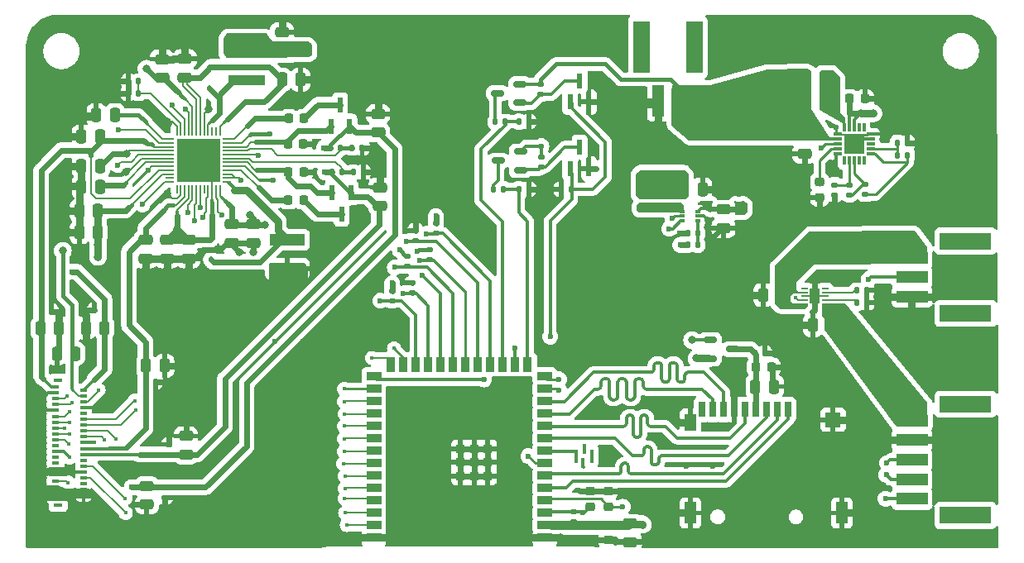
<source format=gtl>
G04 #@! TF.GenerationSoftware,KiCad,Pcbnew,8.0.5*
G04 #@! TF.CreationDate,2025-06-09T21:24:26+03:00*
G04 #@! TF.ProjectId,Main Board,4d61696e-2042-46f6-9172-642e6b696361,rev?*
G04 #@! TF.SameCoordinates,Original*
G04 #@! TF.FileFunction,Copper,L1,Top*
G04 #@! TF.FilePolarity,Positive*
%FSLAX46Y46*%
G04 Gerber Fmt 4.6, Leading zero omitted, Abs format (unit mm)*
G04 Created by KiCad (PCBNEW 8.0.5) date 2025-06-09 21:24:26*
%MOMM*%
%LPD*%
G01*
G04 APERTURE LIST*
G04 Aperture macros list*
%AMRoundRect*
0 Rectangle with rounded corners*
0 $1 Rounding radius*
0 $2 $3 $4 $5 $6 $7 $8 $9 X,Y pos of 4 corners*
0 Add a 4 corners polygon primitive as box body*
4,1,4,$2,$3,$4,$5,$6,$7,$8,$9,$2,$3,0*
0 Add four circle primitives for the rounded corners*
1,1,$1+$1,$2,$3*
1,1,$1+$1,$4,$5*
1,1,$1+$1,$6,$7*
1,1,$1+$1,$8,$9*
0 Add four rect primitives between the rounded corners*
20,1,$1+$1,$2,$3,$4,$5,0*
20,1,$1+$1,$4,$5,$6,$7,0*
20,1,$1+$1,$6,$7,$8,$9,0*
20,1,$1+$1,$8,$9,$2,$3,0*%
%AMFreePoly0*
4,1,22,1.018536,1.948536,1.020000,1.945000,1.020000,1.170000,1.018580,1.166510,0.440000,0.572966,0.440000,-0.572966,1.018580,-1.166510,1.020000,-1.170000,1.020000,-1.945000,1.018536,-1.948536,1.015000,-1.950000,0.125000,-1.950000,0.121496,-1.948567,-0.438504,-1.398567,-0.440000,-1.395045,-0.440000,1.395000,-0.438536,1.398536,-0.438504,1.398567,0.121496,1.948567,0.125000,1.950000,
1.015000,1.950000,1.018536,1.948536,1.018536,1.948536,$1*%
%AMFreePoly1*
4,1,22,-0.121496,1.948567,0.438504,1.398567,0.440000,1.395045,0.440000,-1.395000,0.438536,-1.398536,0.438504,-1.398567,-0.121496,-1.948567,-0.125000,-1.950000,-1.015000,-1.950000,-1.018536,-1.948536,-1.020000,-1.945000,-1.020000,-1.170000,-1.018580,-1.166510,-0.440000,-0.572966,-0.440000,0.572966,-1.018580,1.166510,-1.020000,1.170000,-1.020000,1.945000,-1.018536,1.948536,-1.015000,1.950000,
-0.125000,1.950000,-0.121496,1.948567,-0.121496,1.948567,$1*%
G04 Aperture macros list end*
G04 #@! TA.AperFunction,Conductor*
%ADD10C,0.200000*%
G04 #@! TD*
G04 #@! TA.AperFunction,Conductor*
%ADD11C,0.150000*%
G04 #@! TD*
G04 #@! TA.AperFunction,SMDPad,CuDef*
%ADD12RoundRect,0.135000X0.135000X0.185000X-0.135000X0.185000X-0.135000X-0.185000X0.135000X-0.185000X0*%
G04 #@! TD*
G04 #@! TA.AperFunction,SMDPad,CuDef*
%ADD13RoundRect,0.135000X0.185000X-0.135000X0.185000X0.135000X-0.185000X0.135000X-0.185000X-0.135000X0*%
G04 #@! TD*
G04 #@! TA.AperFunction,SMDPad,CuDef*
%ADD14RoundRect,0.250000X-0.475000X0.250000X-0.475000X-0.250000X0.475000X-0.250000X0.475000X0.250000X0*%
G04 #@! TD*
G04 #@! TA.AperFunction,SMDPad,CuDef*
%ADD15RoundRect,0.112500X-0.112500X0.187500X-0.112500X-0.187500X0.112500X-0.187500X0.112500X0.187500X0*%
G04 #@! TD*
G04 #@! TA.AperFunction,SMDPad,CuDef*
%ADD16FreePoly0,0.000000*%
G04 #@! TD*
G04 #@! TA.AperFunction,SMDPad,CuDef*
%ADD17FreePoly1,0.000000*%
G04 #@! TD*
G04 #@! TA.AperFunction,SMDPad,CuDef*
%ADD18RoundRect,0.250000X0.475000X-0.250000X0.475000X0.250000X-0.475000X0.250000X-0.475000X-0.250000X0*%
G04 #@! TD*
G04 #@! TA.AperFunction,SMDPad,CuDef*
%ADD19R,0.700000X0.200000*%
G04 #@! TD*
G04 #@! TA.AperFunction,SMDPad,CuDef*
%ADD20R,1.000000X1.600000*%
G04 #@! TD*
G04 #@! TA.AperFunction,SMDPad,CuDef*
%ADD21RoundRect,0.135000X-0.185000X0.135000X-0.185000X-0.135000X0.185000X-0.135000X0.185000X0.135000X0*%
G04 #@! TD*
G04 #@! TA.AperFunction,SMDPad,CuDef*
%ADD22RoundRect,0.225000X-0.250000X0.225000X-0.250000X-0.225000X0.250000X-0.225000X0.250000X0.225000X0*%
G04 #@! TD*
G04 #@! TA.AperFunction,SMDPad,CuDef*
%ADD23R,0.700000X1.600000*%
G04 #@! TD*
G04 #@! TA.AperFunction,SMDPad,CuDef*
%ADD24R,1.200000X1.800000*%
G04 #@! TD*
G04 #@! TA.AperFunction,SMDPad,CuDef*
%ADD25R,1.600000X1.500000*%
G04 #@! TD*
G04 #@! TA.AperFunction,SMDPad,CuDef*
%ADD26R,1.200000X2.200000*%
G04 #@! TD*
G04 #@! TA.AperFunction,SMDPad,CuDef*
%ADD27R,1.500000X0.900000*%
G04 #@! TD*
G04 #@! TA.AperFunction,SMDPad,CuDef*
%ADD28R,0.900000X1.500000*%
G04 #@! TD*
G04 #@! TA.AperFunction,SMDPad,CuDef*
%ADD29R,0.900000X0.900000*%
G04 #@! TD*
G04 #@! TA.AperFunction,SMDPad,CuDef*
%ADD30RoundRect,0.135000X-0.135000X-0.185000X0.135000X-0.185000X0.135000X0.185000X-0.135000X0.185000X0*%
G04 #@! TD*
G04 #@! TA.AperFunction,SMDPad,CuDef*
%ADD31R,0.406400X1.397000*%
G04 #@! TD*
G04 #@! TA.AperFunction,SMDPad,CuDef*
%ADD32R,0.304800X0.508000*%
G04 #@! TD*
G04 #@! TA.AperFunction,SMDPad,CuDef*
%ADD33RoundRect,0.250000X0.250000X0.475000X-0.250000X0.475000X-0.250000X-0.475000X0.250000X-0.475000X0*%
G04 #@! TD*
G04 #@! TA.AperFunction,SMDPad,CuDef*
%ADD34R,1.244600X3.200400*%
G04 #@! TD*
G04 #@! TA.AperFunction,SMDPad,CuDef*
%ADD35R,1.752600X5.359400*%
G04 #@! TD*
G04 #@! TA.AperFunction,SMDPad,CuDef*
%ADD36R,3.600000X1.150000*%
G04 #@! TD*
G04 #@! TA.AperFunction,SMDPad,CuDef*
%ADD37R,0.492000X0.300000*%
G04 #@! TD*
G04 #@! TA.AperFunction,SMDPad,CuDef*
%ADD38R,0.900000X0.200000*%
G04 #@! TD*
G04 #@! TA.AperFunction,SMDPad,CuDef*
%ADD39R,0.200000X0.900000*%
G04 #@! TD*
G04 #@! TA.AperFunction,SMDPad,CuDef*
%ADD40R,4.500000X4.500000*%
G04 #@! TD*
G04 #@! TA.AperFunction,SMDPad,CuDef*
%ADD41R,2.700000X0.800000*%
G04 #@! TD*
G04 #@! TA.AperFunction,SMDPad,CuDef*
%ADD42RoundRect,0.225000X-0.225000X-0.250000X0.225000X-0.250000X0.225000X0.250000X-0.225000X0.250000X0*%
G04 #@! TD*
G04 #@! TA.AperFunction,SMDPad,CuDef*
%ADD43RoundRect,0.112500X0.112500X-0.187500X0.112500X0.187500X-0.112500X0.187500X-0.112500X-0.187500X0*%
G04 #@! TD*
G04 #@! TA.AperFunction,SMDPad,CuDef*
%ADD44R,3.700000X1.100000*%
G04 #@! TD*
G04 #@! TA.AperFunction,SMDPad,CuDef*
%ADD45R,3.200400X1.244600*%
G04 #@! TD*
G04 #@! TA.AperFunction,SMDPad,CuDef*
%ADD46R,5.359400X1.752600*%
G04 #@! TD*
G04 #@! TA.AperFunction,SMDPad,CuDef*
%ADD47RoundRect,0.250000X-0.250000X-0.475000X0.250000X-0.475000X0.250000X0.475000X-0.250000X0.475000X0*%
G04 #@! TD*
G04 #@! TA.AperFunction,SMDPad,CuDef*
%ADD48RoundRect,0.225000X0.225000X0.250000X-0.225000X0.250000X-0.225000X-0.250000X0.225000X-0.250000X0*%
G04 #@! TD*
G04 #@! TA.AperFunction,SMDPad,CuDef*
%ADD49R,0.609600X1.574800*%
G04 #@! TD*
G04 #@! TA.AperFunction,SMDPad,CuDef*
%ADD50RoundRect,0.225000X0.250000X-0.225000X0.250000X0.225000X-0.250000X0.225000X-0.250000X-0.225000X0*%
G04 #@! TD*
G04 #@! TA.AperFunction,SMDPad,CuDef*
%ADD51R,0.900000X0.300000*%
G04 #@! TD*
G04 #@! TA.AperFunction,SMDPad,CuDef*
%ADD52R,0.300000X0.900000*%
G04 #@! TD*
G04 #@! TA.AperFunction,SMDPad,CuDef*
%ADD53R,2.150000X2.150000*%
G04 #@! TD*
G04 #@! TA.AperFunction,SMDPad,CuDef*
%ADD54RoundRect,0.150000X-0.512500X-0.150000X0.512500X-0.150000X0.512500X0.150000X-0.512500X0.150000X0*%
G04 #@! TD*
G04 #@! TA.AperFunction,SMDPad,CuDef*
%ADD55R,0.800000X0.300000*%
G04 #@! TD*
G04 #@! TA.AperFunction,SMDPad,CuDef*
%ADD56R,0.650000X0.300000*%
G04 #@! TD*
G04 #@! TA.AperFunction,SMDPad,CuDef*
%ADD57R,0.950000X0.400000*%
G04 #@! TD*
G04 #@! TA.AperFunction,SMDPad,CuDef*
%ADD58RoundRect,0.150000X0.512500X0.150000X-0.512500X0.150000X-0.512500X-0.150000X0.512500X-0.150000X0*%
G04 #@! TD*
G04 #@! TA.AperFunction,ViaPad*
%ADD59C,0.600000*%
G04 #@! TD*
G04 #@! TA.AperFunction,ViaPad*
%ADD60C,0.800000*%
G04 #@! TD*
G04 #@! TA.AperFunction,ViaPad*
%ADD61C,0.500000*%
G04 #@! TD*
G04 #@! TA.AperFunction,ViaPad*
%ADD62C,0.450000*%
G04 #@! TD*
G04 #@! TA.AperFunction,Conductor*
%ADD63C,0.400000*%
G04 #@! TD*
G04 #@! TA.AperFunction,Conductor*
%ADD64C,0.300000*%
G04 #@! TD*
G04 #@! TA.AperFunction,Conductor*
%ADD65C,0.600000*%
G04 #@! TD*
G04 #@! TA.AperFunction,Conductor*
%ADD66C,0.800000*%
G04 #@! TD*
G04 #@! TA.AperFunction,Conductor*
%ADD67C,0.250000*%
G04 #@! TD*
G04 #@! TA.AperFunction,Conductor*
%ADD68C,0.700000*%
G04 #@! TD*
G04 #@! TA.AperFunction,Conductor*
%ADD69C,0.900000*%
G04 #@! TD*
G04 #@! TA.AperFunction,Conductor*
%ADD70C,0.500000*%
G04 #@! TD*
G04 APERTURE END LIST*
D10*
X168087100Y-54150000D02*
X168087100Y-56350000D01*
X167862100Y-56550000D01*
X163162100Y-56550000D01*
X162837100Y-56250000D01*
X162837100Y-54100000D01*
X163237100Y-53750000D01*
X167712100Y-53750000D01*
X168087100Y-54150000D01*
G04 #@! TA.AperFunction,Conductor*
G36*
X168087100Y-54150000D02*
G01*
X168087100Y-56350000D01*
X167862100Y-56550000D01*
X163162100Y-56550000D01*
X162837100Y-56250000D01*
X162837100Y-54100000D01*
X163237100Y-53750000D01*
X167712100Y-53750000D01*
X168087100Y-54150000D01*
G37*
G04 #@! TD.AperFunction*
D11*
X125275000Y-40250000D02*
X125575000Y-40625000D01*
X129200000Y-40625000D01*
X129550000Y-40875000D01*
X129550000Y-41875000D01*
X129300000Y-42050000D01*
X124900000Y-42100000D01*
X120900000Y-42100000D01*
X120625000Y-41725000D01*
X120625000Y-40675000D01*
X120625000Y-40225000D01*
X120975000Y-39775000D01*
X124875000Y-39775000D01*
X125275000Y-40250000D01*
G04 #@! TA.AperFunction,Conductor*
G36*
X125275000Y-40250000D02*
G01*
X125575000Y-40625000D01*
X129200000Y-40625000D01*
X129550000Y-40875000D01*
X129550000Y-41875000D01*
X129300000Y-42050000D01*
X124900000Y-42100000D01*
X120900000Y-42100000D01*
X120625000Y-41725000D01*
X120625000Y-40675000D01*
X120625000Y-40225000D01*
X120975000Y-39775000D01*
X124875000Y-39775000D01*
X125275000Y-40250000D01*
G37*
G04 #@! TD.AperFunction*
D10*
X104400000Y-86400000D02*
X106800000Y-86400000D01*
X107300000Y-86800000D01*
X107300000Y-87100000D01*
X107100000Y-87200000D01*
X105100000Y-87200000D01*
X104700000Y-87500000D01*
X102400000Y-87500000D01*
X102200000Y-87200000D01*
X102300000Y-86300000D01*
X102600000Y-86100000D01*
X103800000Y-86100000D01*
X104400000Y-86400000D01*
G04 #@! TA.AperFunction,Conductor*
G36*
X104400000Y-86400000D02*
G01*
X106800000Y-86400000D01*
X107300000Y-86800000D01*
X107300000Y-87100000D01*
X107100000Y-87200000D01*
X105100000Y-87200000D01*
X104700000Y-87500000D01*
X102400000Y-87500000D01*
X102200000Y-87200000D01*
X102300000Y-86300000D01*
X102600000Y-86100000D01*
X103800000Y-86100000D01*
X104400000Y-86400000D01*
G37*
G04 #@! TD.AperFunction*
X104800000Y-84600000D02*
X104700000Y-84600000D01*
X104500000Y-84900000D01*
X102800000Y-84900000D01*
X102500000Y-84600000D01*
X102800000Y-84300000D01*
X104400000Y-84300000D01*
X104800000Y-84600000D01*
G04 #@! TA.AperFunction,Conductor*
G36*
X104800000Y-84600000D02*
G01*
X104700000Y-84600000D01*
X104500000Y-84900000D01*
X102800000Y-84900000D01*
X102500000Y-84600000D01*
X102800000Y-84300000D01*
X104400000Y-84300000D01*
X104800000Y-84600000D01*
G37*
G04 #@! TD.AperFunction*
X129150000Y-63950000D02*
X129100000Y-64850000D01*
X128650000Y-65350000D01*
X125750000Y-65350000D01*
X125350000Y-64950000D01*
X125350000Y-63250000D01*
X128900000Y-63250000D01*
X129150000Y-63950000D01*
G04 #@! TA.AperFunction,Conductor*
G36*
X129150000Y-63950000D02*
G01*
X129100000Y-64850000D01*
X128650000Y-65350000D01*
X125750000Y-65350000D01*
X125350000Y-64950000D01*
X125350000Y-63250000D01*
X128900000Y-63250000D01*
X129150000Y-63950000D01*
G37*
G04 #@! TD.AperFunction*
D12*
X113625000Y-75350000D03*
X112605000Y-75350000D03*
D13*
X142300000Y-60150000D03*
X142300000Y-59130000D03*
X137825000Y-67070000D03*
X137825000Y-66050000D03*
D14*
X116630000Y-42300000D03*
X116630000Y-44200000D03*
D15*
X119125000Y-43250000D03*
X119125000Y-45350000D03*
D16*
X179270000Y-45475000D03*
D17*
X182800000Y-45475000D03*
D12*
X111870000Y-44600000D03*
X110850000Y-44600000D03*
D18*
X117000000Y-62750000D03*
X117000000Y-60850000D03*
D19*
X182125000Y-67414966D03*
X182125000Y-67014966D03*
X182125000Y-66614966D03*
X182125000Y-66214966D03*
X182125000Y-65814966D03*
X180025000Y-65814966D03*
X180025000Y-66214966D03*
X180025000Y-66614966D03*
X180025000Y-67014966D03*
X180025000Y-67414966D03*
D20*
X181075000Y-66614966D03*
D12*
X169072100Y-61350000D03*
X168052100Y-61350000D03*
D21*
X140200000Y-59880000D03*
X140200000Y-60900000D03*
D22*
X181550000Y-54925000D03*
X181550000Y-56475000D03*
D12*
X134860000Y-53900000D03*
X133840000Y-53900000D03*
D14*
X162160000Y-89900000D03*
X162160000Y-91800000D03*
X123600000Y-59250000D03*
X123600000Y-61150000D03*
D12*
X151810000Y-55625000D03*
X150790000Y-55625000D03*
D23*
X178325000Y-78200000D03*
X177225000Y-78200000D03*
X176125000Y-78200000D03*
X175025000Y-78200000D03*
X173925000Y-78200000D03*
X172825000Y-78200000D03*
X171725000Y-78200000D03*
X170625000Y-78200000D03*
X169525000Y-78200000D03*
D24*
X168325000Y-79500000D03*
D25*
X182925000Y-79250000D03*
D26*
X168325000Y-88800000D03*
X183825000Y-88800000D03*
D12*
X149405000Y-48750000D03*
X148385000Y-48750000D03*
D27*
X153450000Y-91340000D03*
X153450000Y-90070000D03*
X153450000Y-88800000D03*
X153450000Y-87530000D03*
X153450000Y-86260000D03*
X153450000Y-84990000D03*
X153450000Y-83720000D03*
X153450000Y-82450000D03*
X153450000Y-81180000D03*
X153450000Y-79910000D03*
X153450000Y-78640000D03*
X153450000Y-77370000D03*
X153450000Y-76100000D03*
X153450000Y-74830000D03*
D28*
X151685000Y-73580000D03*
X150415000Y-73580000D03*
X149145000Y-73580000D03*
X147875000Y-73580000D03*
X146605000Y-73580000D03*
X145335000Y-73580000D03*
X144065000Y-73580000D03*
X142795000Y-73580000D03*
X141525000Y-73580000D03*
X140255000Y-73580000D03*
X138985000Y-73580000D03*
X137715000Y-73580000D03*
D27*
X135950000Y-74830000D03*
X135950000Y-76100000D03*
X135950000Y-77370000D03*
X135950000Y-78640000D03*
X135950000Y-79910000D03*
X135950000Y-81180000D03*
X135950000Y-82450000D03*
X135950000Y-83720000D03*
X135950000Y-84990000D03*
X135950000Y-86260000D03*
X135950000Y-87530000D03*
X135950000Y-88800000D03*
X135950000Y-90070000D03*
X135950000Y-91340000D03*
D29*
X146200000Y-83620000D03*
X146200000Y-85020000D03*
X147600000Y-85020000D03*
X147600000Y-83620000D03*
X147600000Y-82220000D03*
X146200000Y-82220000D03*
X144800000Y-82220000D03*
X144800000Y-83620000D03*
X144800000Y-85020000D03*
D30*
X131640000Y-53900000D03*
X132660000Y-53900000D03*
D31*
X158225000Y-82960000D03*
D32*
X157523974Y-82514001D03*
D31*
X156624998Y-82960000D03*
D32*
X157318999Y-83405999D03*
D33*
X177675000Y-66484966D03*
X175775000Y-66484966D03*
D18*
X112745000Y-87950000D03*
X112745000Y-86050000D03*
D13*
X139375000Y-63535000D03*
X139375000Y-62515000D03*
D34*
X167025001Y-46579000D03*
X165024999Y-46579000D03*
D35*
X168725000Y-41099001D03*
X163325000Y-41099001D03*
D18*
X112600000Y-62750000D03*
X112600000Y-60850000D03*
D13*
X186225000Y-56185000D03*
X186225000Y-55165000D03*
D36*
X127100000Y-60825000D03*
X127100000Y-63775000D03*
D37*
X169121100Y-58900000D03*
X169121100Y-58400000D03*
X169121100Y-57900000D03*
X167453100Y-57900000D03*
X167453100Y-58400000D03*
X167453100Y-58900000D03*
D38*
X115050000Y-50500000D03*
X115050000Y-50900000D03*
X115050000Y-51300000D03*
X115050000Y-51700000D03*
X115050000Y-52100000D03*
X115050000Y-52500000D03*
X115050000Y-52900000D03*
X115050000Y-53300000D03*
X115050000Y-53700000D03*
X115050000Y-54100000D03*
X115050000Y-54500000D03*
X115050000Y-54900000D03*
D39*
X115800000Y-55650000D03*
X116200000Y-55650000D03*
X116600000Y-55650000D03*
X117000000Y-55650000D03*
X117400000Y-55650000D03*
X117800000Y-55650000D03*
X118200000Y-55650000D03*
X118600000Y-55650000D03*
X119000000Y-55650000D03*
X119400000Y-55650000D03*
X119800000Y-55650000D03*
X120200000Y-55650000D03*
D38*
X120950000Y-54900000D03*
X120950000Y-54500000D03*
X120950000Y-54100000D03*
X120950000Y-53700000D03*
X120950000Y-53300000D03*
X120950000Y-52900000D03*
X120950000Y-52500000D03*
X120950000Y-52100000D03*
X120950000Y-51700000D03*
X120950000Y-51300000D03*
X120950000Y-50900000D03*
X120950000Y-50500000D03*
D39*
X120200000Y-49750000D03*
X119800000Y-49750000D03*
X119400000Y-49750000D03*
X119000000Y-49750000D03*
X118600000Y-49750000D03*
X118200000Y-49750000D03*
X117800000Y-49750000D03*
X117400000Y-49750000D03*
X117000000Y-49750000D03*
X116600000Y-49750000D03*
X116200000Y-49750000D03*
X115800000Y-49750000D03*
D40*
X118000000Y-52700000D03*
D41*
X164487100Y-57500000D03*
X164487100Y-55200000D03*
D42*
X175050000Y-73850000D03*
X176600000Y-73850000D03*
X127278000Y-48392200D03*
X128828000Y-48392200D03*
D12*
X186385000Y-67284966D03*
X185365000Y-67284966D03*
D43*
X119300000Y-62850000D03*
X119300000Y-60750000D03*
D44*
X122975000Y-44500000D03*
X122975000Y-41500000D03*
D45*
X190996000Y-87350000D03*
X190996000Y-85350001D03*
X190996000Y-83350000D03*
X190996000Y-81349999D03*
X190996000Y-79350000D03*
D46*
X196475999Y-89050001D03*
X196475999Y-77649999D03*
D33*
X107950000Y-53250000D03*
X106050000Y-53250000D03*
D47*
X105850000Y-57850000D03*
X107750000Y-57850000D03*
D30*
X155125000Y-55660000D03*
X156145000Y-55660000D03*
D45*
X190996000Y-66650001D03*
X190996000Y-64650000D03*
X190996000Y-62649999D03*
D46*
X196475999Y-68350000D03*
X196475999Y-60950000D03*
D14*
X116750000Y-80925000D03*
X116750000Y-82825000D03*
D30*
X107390000Y-68050000D03*
X108410000Y-68050000D03*
D33*
X107950000Y-50250000D03*
X106050000Y-50250000D03*
X182775000Y-69564966D03*
X180875000Y-69564966D03*
D48*
X128775000Y-53900000D03*
X127225000Y-53900000D03*
D30*
X110840000Y-45800000D03*
X111860000Y-45800000D03*
D33*
X103750000Y-69900000D03*
X101850000Y-69900000D03*
X128450000Y-44425000D03*
X126550000Y-44425000D03*
D14*
X114800000Y-60850000D03*
X114800000Y-62750000D03*
D30*
X189515000Y-52150000D03*
X190535000Y-52150000D03*
D49*
X156047500Y-53517200D03*
X157952500Y-53517200D03*
X157000000Y-51332800D03*
D47*
X167675000Y-55650000D03*
X169575000Y-55650000D03*
D12*
X102960000Y-68150000D03*
X101940000Y-68150000D03*
D50*
X159925000Y-88125000D03*
X159925000Y-86575000D03*
D14*
X180000000Y-50125000D03*
X180000000Y-52025000D03*
D49*
X156047500Y-46717200D03*
X157952500Y-46717200D03*
X157000000Y-44532800D03*
D13*
X183100000Y-56210000D03*
X183100000Y-55190000D03*
D12*
X151810000Y-48725000D03*
X150790000Y-48725000D03*
D33*
X107750000Y-60050000D03*
X105850000Y-60050000D03*
D47*
X106500000Y-69850000D03*
X108400000Y-69850000D03*
D12*
X186385000Y-66000000D03*
X185365000Y-66000000D03*
D49*
X133608000Y-56007800D03*
X131703000Y-56007800D03*
X132655500Y-58192200D03*
D12*
X175935000Y-72450000D03*
X174915000Y-72450000D03*
X190535000Y-50875000D03*
X189515000Y-50875000D03*
D51*
X183375000Y-50000000D03*
X183375000Y-50500000D03*
X183375000Y-51000000D03*
X183375000Y-51500000D03*
X183375000Y-52000000D03*
D52*
X184075000Y-52700000D03*
X184575000Y-52700000D03*
X185075000Y-52700000D03*
X185575000Y-52700000D03*
X186075000Y-52700000D03*
D51*
X186775000Y-52000000D03*
X186775000Y-51500000D03*
X186775000Y-51000000D03*
X186775000Y-50500000D03*
X186775000Y-50000000D03*
D52*
X186075000Y-49300000D03*
X185575000Y-49300000D03*
X185075000Y-49300000D03*
X184575000Y-49300000D03*
X184075000Y-49300000D03*
D53*
X185075000Y-51000000D03*
D18*
X126575000Y-41450000D03*
X126575000Y-39550000D03*
D42*
X184625000Y-46375000D03*
X186175000Y-46375000D03*
D13*
X153100000Y-53335000D03*
X153100000Y-52315000D03*
D14*
X114280000Y-42320000D03*
X114280000Y-44220000D03*
D47*
X174975000Y-75850000D03*
X176875000Y-75850000D03*
D30*
X131540000Y-51407800D03*
X132560000Y-51407800D03*
D13*
X141650000Y-62885000D03*
X141650000Y-61865000D03*
D14*
X136400000Y-47950000D03*
X136400000Y-49850000D03*
D18*
X121400000Y-61150000D03*
X121400000Y-59250000D03*
D12*
X149210000Y-55625000D03*
X148190000Y-55625000D03*
D13*
X153000000Y-45935000D03*
X153000000Y-44915000D03*
D47*
X107575000Y-48050000D03*
X109475000Y-48050000D03*
D50*
X158125000Y-88125000D03*
X158125000Y-86575000D03*
D54*
X170387500Y-71080000D03*
X170387500Y-72980000D03*
X172662500Y-72030000D03*
D14*
X136603000Y-55442200D03*
X136603000Y-57342200D03*
D55*
X103400000Y-75900000D03*
D56*
X106275000Y-76200000D03*
D55*
X103400000Y-76500000D03*
D56*
X106275000Y-76800000D03*
D55*
X103400000Y-77100000D03*
D56*
X106275000Y-77400000D03*
D55*
X103400000Y-77700000D03*
D56*
X106275000Y-78000000D03*
D55*
X103400000Y-78300000D03*
D56*
X106275000Y-78600000D03*
D55*
X103400000Y-78900000D03*
D56*
X106275000Y-79200000D03*
D55*
X103400000Y-79500000D03*
D56*
X106275000Y-79800000D03*
D55*
X103400000Y-80100000D03*
D56*
X106275000Y-80400000D03*
D55*
X103400000Y-80700000D03*
D56*
X106275000Y-81000000D03*
D55*
X103400000Y-81300000D03*
D56*
X106275000Y-81600000D03*
D55*
X103400000Y-81900000D03*
D56*
X106275000Y-82200000D03*
D55*
X103400000Y-82500000D03*
D56*
X106275000Y-82800000D03*
D55*
X103400000Y-83100000D03*
D56*
X106275000Y-83400000D03*
D55*
X103400000Y-83700000D03*
D56*
X106275000Y-84000000D03*
D55*
X103400000Y-84300000D03*
D56*
X106275000Y-84600000D03*
D55*
X103400000Y-84900000D03*
D56*
X106275000Y-85200000D03*
D55*
X103400000Y-85500000D03*
D56*
X106275000Y-85800000D03*
D55*
X103400000Y-86100000D03*
D56*
X106275000Y-86400000D03*
D55*
X103400000Y-86700000D03*
D56*
X106275000Y-87000000D03*
D55*
X103400000Y-87300000D03*
D57*
X103675000Y-75200000D03*
X103675000Y-88000000D03*
D21*
X115025000Y-81805000D03*
X115025000Y-82825000D03*
D22*
X159925000Y-90035000D03*
X159925000Y-91585000D03*
D49*
X131547500Y-49192200D03*
X133452500Y-49192200D03*
X132500000Y-47007800D03*
D42*
X127225000Y-56750000D03*
X128775000Y-56750000D03*
D12*
X134760000Y-51400000D03*
X133740000Y-51400000D03*
D14*
X171712100Y-57725000D03*
X171712100Y-59625000D03*
D33*
X105425000Y-72480000D03*
X103525000Y-72480000D03*
D21*
X184600000Y-55190000D03*
X184600000Y-56210000D03*
D47*
X106050000Y-55400000D03*
X107950000Y-55400000D03*
D13*
X114575000Y-87210000D03*
X114575000Y-86190000D03*
D58*
X150937500Y-53675000D03*
X150937500Y-51775000D03*
X148662500Y-52725000D03*
X150875000Y-46775000D03*
X150875000Y-44875000D03*
X148600000Y-45825000D03*
D33*
X114550000Y-73725000D03*
X112650000Y-73725000D03*
D30*
X168052100Y-60175000D03*
X169072100Y-60175000D03*
D21*
X139925000Y-65250000D03*
X139925000Y-66270000D03*
D42*
X127175000Y-51000000D03*
X128725000Y-51000000D03*
D21*
X156425000Y-88710000D03*
X156425000Y-89730000D03*
D59*
X136625000Y-67060000D03*
X109850000Y-49600000D03*
X125700000Y-54700000D03*
X130950000Y-53900000D03*
X138925000Y-66310000D03*
X109775000Y-53175000D03*
D60*
X179625000Y-69564966D03*
X164205000Y-60180000D03*
D59*
X125525000Y-67550000D03*
D60*
X105000000Y-50250000D03*
X104800000Y-60050000D03*
D59*
X145750000Y-46425000D03*
D60*
X146625000Y-43600000D03*
X172825000Y-76725000D03*
D61*
X146900000Y-85025000D03*
D60*
X181825000Y-42150000D03*
X165225000Y-77950000D03*
X172025000Y-38930000D03*
X165025000Y-48750000D03*
D59*
X158700000Y-53525000D03*
D60*
X180025000Y-74350000D03*
X194625000Y-54270000D03*
D59*
X166225000Y-86450000D03*
X183100000Y-56900000D03*
X136725000Y-71250000D03*
D60*
X161325000Y-72700000D03*
D59*
X131200000Y-38525000D03*
D60*
X125800000Y-64950000D03*
D62*
X104825000Y-87200000D03*
D59*
X166395000Y-62390000D03*
D60*
X189225000Y-46250000D03*
D59*
X185695000Y-59190000D03*
X125825000Y-71250000D03*
X170595000Y-83990000D03*
X139125000Y-71250000D03*
D60*
X156415000Y-41680000D03*
X170750000Y-55650000D03*
X185350000Y-88800000D03*
X117000000Y-63800000D03*
D59*
X119000000Y-91500000D03*
X154425000Y-55680000D03*
D60*
X176625000Y-55350000D03*
X186125000Y-42050000D03*
D59*
X135300000Y-45075000D03*
D62*
X109200000Y-77300000D03*
D59*
X133375000Y-43700000D03*
D62*
X102500000Y-84600000D03*
D59*
X120825000Y-71250000D03*
D60*
X108000000Y-41000000D03*
X136575000Y-54400000D03*
D59*
X109625000Y-60950000D03*
D61*
X147600000Y-82925000D03*
X145500000Y-85025000D03*
D60*
X185325000Y-76900000D03*
X155050000Y-91340000D03*
X181925000Y-83150000D03*
D61*
X146900000Y-82225000D03*
D60*
X144825000Y-41850000D03*
X186575000Y-90950000D03*
X134415000Y-91340000D03*
X110600000Y-53850000D03*
D61*
X146200000Y-84325000D03*
D60*
X122150000Y-62100000D03*
D59*
X128725000Y-71250000D03*
X168755000Y-82070000D03*
D60*
X157785000Y-58220000D03*
X179195000Y-86150000D03*
D59*
X160965000Y-62420000D03*
X143025000Y-85650000D03*
D60*
X106495000Y-71170000D03*
D59*
X159925000Y-82950000D03*
D60*
X171825000Y-68550000D03*
X167075000Y-79475000D03*
D59*
X134625000Y-59325000D03*
D60*
X194475000Y-50500000D03*
X190895000Y-39020000D03*
D59*
X181075000Y-68014966D03*
X183175000Y-52900000D03*
X136175000Y-38500000D03*
X110000000Y-91500000D03*
D60*
X165455000Y-81570000D03*
D59*
X109625000Y-59050000D03*
D60*
X157075000Y-72950000D03*
X114300000Y-41200000D03*
D61*
X145500000Y-82225000D03*
D60*
X166900000Y-88800000D03*
X192125000Y-44800000D03*
D59*
X125000000Y-91500000D03*
D60*
X154875000Y-49350000D03*
X137515000Y-91340000D03*
X190975000Y-90950000D03*
X114800000Y-63800000D03*
D59*
X111525000Y-87950000D03*
X120975000Y-38450000D03*
D60*
X111570000Y-41000000D03*
D59*
X116750000Y-79950000D03*
X131500000Y-91500000D03*
X176525000Y-57800000D03*
D60*
X154490000Y-39280000D03*
D59*
X140025000Y-41400000D03*
D60*
X159625000Y-48850000D03*
D59*
X184525000Y-57900000D03*
D60*
X170995000Y-80020000D03*
D59*
X145650000Y-50900000D03*
X131225000Y-43700000D03*
X128500000Y-91500000D03*
X177625000Y-73850000D03*
X105525000Y-62350000D03*
X139375000Y-54225000D03*
X135325000Y-67550000D03*
D60*
X152765000Y-41680000D03*
D59*
X185075000Y-50520000D03*
X139375000Y-48350000D03*
D60*
X119050000Y-47450000D03*
D59*
X138950000Y-65225000D03*
X131425000Y-71250000D03*
X158695000Y-91585000D03*
D60*
X165325000Y-72200000D03*
D59*
X163665000Y-62420000D03*
X165525000Y-91650000D03*
X115525000Y-73750000D03*
X181075000Y-65164966D03*
D60*
X186325000Y-39020000D03*
D59*
X164225000Y-88750000D03*
D60*
X160175000Y-56480000D03*
X197325000Y-52100000D03*
D61*
X144800000Y-84325000D03*
D60*
X177125000Y-38970000D03*
X197275000Y-56400000D03*
X120200000Y-61875000D03*
D59*
X183200000Y-49275000D03*
D60*
X128600000Y-64900000D03*
D59*
X119550000Y-39575000D03*
D60*
X113355000Y-39020000D03*
D62*
X107400000Y-81600000D03*
D60*
X114850000Y-48750000D03*
D59*
X130375000Y-59350000D03*
D60*
X190895000Y-42110000D03*
D59*
X170725000Y-60450000D03*
X118325000Y-71250000D03*
X113025000Y-67550000D03*
X157025000Y-91380000D03*
D62*
X102425000Y-87100000D03*
D59*
X110030000Y-45820000D03*
X101000000Y-91500000D03*
X184550000Y-51435000D03*
D60*
X174625000Y-66494966D03*
X112600000Y-63800000D03*
X186475000Y-79050000D03*
X114800000Y-56050000D03*
X161005000Y-59940000D03*
X193477702Y-66647300D03*
X188477701Y-66647299D03*
D59*
X175125000Y-56700000D03*
D60*
X155540000Y-68585000D03*
D59*
X117700000Y-67525000D03*
D60*
X159500000Y-68595000D03*
X179360000Y-55205000D03*
X160975000Y-53550000D03*
X177225000Y-42050000D03*
D59*
X143850000Y-44550000D03*
D60*
X186475000Y-81550000D03*
D59*
X141825000Y-42900000D03*
X122425000Y-67550000D03*
D60*
X104800000Y-57850000D03*
X178775000Y-71650000D03*
X174760000Y-86105000D03*
X174725000Y-53850000D03*
X191625000Y-58180000D03*
X161725000Y-50450000D03*
X188525000Y-44150000D03*
D59*
X112869622Y-53669622D03*
X123125000Y-71250000D03*
X104000000Y-91500000D03*
D60*
X191525000Y-48750000D03*
D59*
X173285000Y-56110000D03*
D60*
X182125000Y-76950000D03*
D59*
X135600000Y-53900000D03*
D60*
X127100000Y-64900000D03*
X126550000Y-38500000D03*
D59*
X180225000Y-59150000D03*
X182825000Y-59150000D03*
D60*
X184450000Y-79250000D03*
X191425000Y-54250000D03*
X136403000Y-46792200D03*
D59*
X132625000Y-67550000D03*
D60*
X190975000Y-67850000D03*
X196275000Y-74150000D03*
D62*
X107125000Y-87000000D03*
D59*
X109625000Y-62650000D03*
X152600000Y-48725000D03*
X115400000Y-67525000D03*
X122000000Y-91500000D03*
X167895000Y-83990000D03*
D60*
X163915000Y-46930902D03*
D62*
X187040000Y-65995000D03*
D60*
X160505000Y-78570000D03*
D59*
X138125000Y-39925000D03*
X110050000Y-44600000D03*
X152500000Y-55625000D03*
X191300000Y-50875000D03*
X140200000Y-59190000D03*
D62*
X104825000Y-84600000D03*
D61*
X144800000Y-82925000D03*
D59*
X161325000Y-86550000D03*
X140835000Y-39340000D03*
D60*
X110000000Y-39000000D03*
D59*
X115825000Y-71250000D03*
X128000000Y-59375000D03*
D60*
X170825000Y-53800000D03*
D61*
X145500000Y-83625000D03*
D60*
X170625000Y-51700000D03*
X188800000Y-81350000D03*
X146990000Y-39280000D03*
D59*
X183735000Y-65094966D03*
D60*
X148965000Y-41805000D03*
D59*
X156925000Y-86450000D03*
X170735000Y-61480000D03*
X149375000Y-85600000D03*
D60*
X106300000Y-68350000D03*
D59*
X107000000Y-91500000D03*
D60*
X105000000Y-55350000D03*
D59*
X113725000Y-71250000D03*
X163460000Y-91750000D03*
X114365000Y-75350000D03*
X119575000Y-41575000D03*
X186775000Y-57850000D03*
X181550000Y-57375000D03*
D60*
X152700000Y-57925000D03*
D62*
X102425000Y-86400000D03*
D60*
X183225000Y-74300000D03*
X151950000Y-91340000D03*
X172995000Y-74450000D03*
D59*
X114575000Y-88000000D03*
D62*
X157523974Y-81888975D03*
D60*
X190125000Y-71200000D03*
X103750000Y-68450000D03*
D59*
X124100000Y-52150000D03*
X135450000Y-51400000D03*
X178025000Y-59100000D03*
D60*
X178675000Y-57050000D03*
D61*
X146900000Y-83625000D03*
D60*
X172025000Y-43100000D03*
D59*
X167262100Y-60175000D03*
X170000000Y-58725000D03*
D60*
X123650000Y-62100000D03*
X160615000Y-41580000D03*
X177280000Y-83545000D03*
D59*
X128975000Y-38525000D03*
X171455000Y-82070000D03*
X145650000Y-53075000D03*
X120125000Y-67550000D03*
D60*
X198325000Y-71100000D03*
X194325000Y-71150000D03*
D59*
X106525000Y-48250000D03*
D60*
X197345000Y-48500000D03*
D59*
X176725000Y-72450000D03*
X134125000Y-71250000D03*
D60*
X167525000Y-68600000D03*
D59*
X163625000Y-86450000D03*
D60*
X102045000Y-47280000D03*
X104365000Y-45080000D03*
D59*
X187200000Y-46375000D03*
D60*
X164125000Y-52200000D03*
X181475000Y-71700000D03*
X116600000Y-41250000D03*
D59*
X158800000Y-46715000D03*
D60*
X186625000Y-86050000D03*
X194625000Y-58250000D03*
D59*
X160860000Y-91750000D03*
X123775000Y-38400000D03*
X157990000Y-62420000D03*
D60*
X183675000Y-85200000D03*
X144050000Y-59450000D03*
X185125000Y-44250000D03*
D59*
X105425000Y-65800000D03*
D61*
X147600000Y-84325000D03*
D59*
X129700000Y-53900000D03*
X139325000Y-51175000D03*
D60*
X129575000Y-44425000D03*
D59*
X185630000Y-51435000D03*
X109625000Y-64550000D03*
X109950000Y-70650000D03*
D60*
X176325000Y-69800000D03*
D59*
X113000000Y-91500000D03*
D60*
X163525000Y-68600000D03*
X194425000Y-46750000D03*
X174275000Y-51700000D03*
D59*
X115025000Y-81175000D03*
X133500000Y-38500000D03*
D62*
X187030000Y-67279966D03*
D60*
X192085000Y-74240000D03*
X177675000Y-51700000D03*
D62*
X102500000Y-78300000D03*
D60*
X179515000Y-80220000D03*
D59*
X152895000Y-69630000D03*
X116000000Y-91500000D03*
D62*
X102450000Y-76650000D03*
D59*
X155525000Y-60650000D03*
X180000000Y-53100000D03*
D60*
X167525000Y-52200000D03*
X115420000Y-42320000D03*
D59*
X169005000Y-62420000D03*
D60*
X150990000Y-39280000D03*
X105000000Y-53250000D03*
D59*
X129600000Y-51000000D03*
D60*
X158490000Y-39280000D03*
D59*
X103715000Y-71150000D03*
D61*
X146200000Y-82925000D03*
D59*
X145700000Y-48425000D03*
D60*
X181825000Y-39020000D03*
X174375000Y-40950000D03*
X193175000Y-81350000D03*
X112700000Y-43300000D03*
D59*
X118199500Y-57549500D03*
X105125000Y-64100000D03*
X137825000Y-65260000D03*
X163450000Y-89990000D03*
X167697100Y-54150000D03*
X166487100Y-54125000D03*
X164887100Y-54100000D03*
X163287100Y-54175000D03*
X166165000Y-59690000D03*
D62*
X157318999Y-84034000D03*
D59*
X138600000Y-61875000D03*
X166472100Y-56250000D03*
X140425000Y-62025000D03*
X116650000Y-47400000D03*
D60*
X168955000Y-72950000D03*
D59*
X142300000Y-58390000D03*
D60*
X160925000Y-90070000D03*
D59*
X167287100Y-61350000D03*
D62*
X104825000Y-83100000D03*
D59*
X130850000Y-51407800D03*
X111175000Y-86150000D03*
X125350500Y-49950000D03*
X140925000Y-64475000D03*
X112295000Y-57205000D03*
X118800000Y-51900000D03*
X117200000Y-52700000D03*
X116400000Y-52700000D03*
X116400000Y-54300000D03*
X117200000Y-54300000D03*
D60*
X110650000Y-52000000D03*
D59*
X116400000Y-51100000D03*
X118000000Y-52700000D03*
X119600000Y-51100000D03*
X119600000Y-52700000D03*
X116400000Y-53500000D03*
X119600000Y-54300000D03*
X119600000Y-53500000D03*
X122400000Y-54700000D03*
X117200000Y-51900000D03*
X118000000Y-53500000D03*
X118800000Y-52700000D03*
X119600000Y-51900000D03*
X117200000Y-53500000D03*
X118000000Y-51100000D03*
X118800000Y-54300000D03*
D60*
X115850000Y-59700000D03*
D59*
X117200000Y-51100000D03*
X118000000Y-54300000D03*
X116400000Y-51900000D03*
X118800000Y-51100000D03*
X118800000Y-53500000D03*
X118000000Y-51900000D03*
X138100000Y-63650000D03*
X116915332Y-58015332D03*
X117599500Y-58900000D03*
X140625000Y-62925000D03*
X139264493Y-61006879D03*
X118500000Y-58500000D03*
X141300000Y-60190000D03*
X120410000Y-58310000D03*
D60*
X187825000Y-62450000D03*
X107750000Y-61350000D03*
D59*
X173825000Y-57650000D03*
D60*
X185605000Y-60810000D03*
X123425000Y-40200000D03*
X124550000Y-40200000D03*
D59*
X184575000Y-47805000D03*
D60*
X185775000Y-47875000D03*
X122300000Y-40200000D03*
X187050000Y-47865000D03*
D59*
X166487100Y-58600000D03*
D60*
X187825000Y-60840000D03*
X128050000Y-41375000D03*
X183295000Y-60810000D03*
X185585000Y-62520000D03*
X183275000Y-62520000D03*
X190825000Y-60850000D03*
D59*
X153100000Y-51225000D03*
D60*
X124800000Y-59300000D03*
D59*
X181725000Y-51400000D03*
D60*
X121175000Y-40225000D03*
D59*
X172925000Y-57650000D03*
D60*
X107750000Y-62575000D03*
X123270000Y-58280000D03*
X129175000Y-41375000D03*
D59*
X186575000Y-64850000D03*
D62*
X179075000Y-66764966D03*
D59*
X154900000Y-75100000D03*
X188425000Y-83700000D03*
X188375000Y-84900000D03*
X154900000Y-76200000D03*
X161425000Y-88150000D03*
X188275000Y-87350000D03*
D62*
X138025000Y-71950000D03*
X104600000Y-76800000D03*
X135775000Y-72925000D03*
X107800000Y-76200000D03*
X105100000Y-77500000D03*
D59*
X151765000Y-82980000D03*
D62*
X132925000Y-76100000D03*
X104825000Y-78400000D03*
X111500000Y-77300000D03*
X132900000Y-77390000D03*
X104825000Y-79500000D03*
X132925000Y-79900000D03*
X132975000Y-78650000D03*
X111575000Y-78300000D03*
X132900000Y-81190000D03*
X104325000Y-80100000D03*
X132900000Y-82490000D03*
X109550000Y-81200000D03*
X133000000Y-85020000D03*
X104825000Y-80700000D03*
X108400000Y-81300000D03*
X132822500Y-83747500D03*
X104775000Y-81750000D03*
X133000000Y-86290000D03*
X132975000Y-87300000D03*
X110525000Y-87300000D03*
X133025000Y-88800000D03*
X110575000Y-88800000D03*
X104700000Y-85700000D03*
X133200000Y-90020000D03*
D59*
X154000000Y-70750000D03*
X150415000Y-71935000D03*
X157325000Y-88750000D03*
X115350000Y-47000000D03*
D60*
X104150000Y-61950000D03*
X168505000Y-71100000D03*
D59*
X147225000Y-75140000D03*
D63*
X112600000Y-48750000D02*
X111900000Y-48050000D01*
X111900000Y-48050000D02*
X109475000Y-48050000D01*
D64*
X112700000Y-48850000D02*
X112825000Y-48975000D01*
D10*
X115050000Y-50500000D02*
X114350000Y-50500000D01*
X114350000Y-50500000D02*
X112825000Y-48975000D01*
D64*
X112600000Y-48750000D02*
X112700000Y-48850000D01*
X137825000Y-67070000D02*
X138820000Y-67070000D01*
X138820000Y-67070000D02*
X140255000Y-68505000D01*
X140255000Y-68505000D02*
X140255000Y-73580000D01*
D10*
X109850000Y-49600000D02*
X112636396Y-49600000D01*
X113936396Y-50900000D02*
X115050000Y-50900000D01*
D64*
X136625000Y-67060000D02*
X137735000Y-67060000D01*
D10*
X112636396Y-49600000D02*
X113936396Y-50900000D01*
D63*
X107050000Y-52150000D02*
X107050000Y-51900000D01*
D65*
X112600000Y-50850000D02*
X112400000Y-50650000D01*
D10*
X107500000Y-56600000D02*
X111050000Y-56600000D01*
D63*
X112600000Y-50850000D02*
X112750000Y-51000000D01*
D10*
X115050000Y-51300000D02*
X113500000Y-51300000D01*
X113950000Y-53700000D02*
X115050000Y-53700000D01*
D63*
X112750000Y-51000000D02*
X113200000Y-51000000D01*
D65*
X101950000Y-74850000D02*
X101950000Y-53700000D01*
D64*
X102142500Y-75042500D02*
X103000000Y-75900000D01*
D65*
X102142500Y-75042500D02*
X101950000Y-74850000D01*
X101950000Y-53700000D02*
X104000000Y-51650000D01*
D64*
X103000000Y-75900000D02*
X103400000Y-75900000D01*
D10*
X107050000Y-52150000D02*
X107000000Y-52200000D01*
D63*
X107050000Y-51900000D02*
X106890000Y-51740000D01*
X106975000Y-52150000D02*
X106975000Y-52000000D01*
D10*
X113500000Y-51300000D02*
X113300000Y-51100000D01*
D65*
X112400000Y-50650000D02*
X108350000Y-50650000D01*
X106890000Y-51660000D02*
X107110000Y-51660000D01*
D63*
X106975000Y-52000000D02*
X106625000Y-51650000D01*
D65*
X107950000Y-50820000D02*
X107950000Y-50250000D01*
X108350000Y-50650000D02*
X107950000Y-50250000D01*
X107110000Y-51660000D02*
X107950000Y-50820000D01*
D10*
X107000000Y-56100000D02*
X107500000Y-56600000D01*
D65*
X104000000Y-51650000D02*
X106800000Y-51650000D01*
D10*
X111050000Y-56600000D02*
X113950000Y-53700000D01*
X107000000Y-52200000D02*
X107000000Y-56100000D01*
D63*
X113200000Y-51000000D02*
X113300000Y-51100000D01*
D65*
X136475000Y-59300000D02*
X120725000Y-75050000D01*
X136475000Y-57544700D02*
X136475000Y-59300000D01*
X120725000Y-79975000D02*
X117875000Y-82825000D01*
D64*
X125700000Y-54700000D02*
X124300000Y-54700000D01*
D65*
X120725000Y-75050000D02*
X120725000Y-79975000D01*
D10*
X122822183Y-53300000D02*
X120950000Y-53300000D01*
D65*
X133549774Y-56007800D02*
X133608000Y-56007800D01*
D10*
X124300000Y-54700000D02*
X124222183Y-54700000D01*
D65*
X135305300Y-56375000D02*
X136475000Y-57544700D01*
X117875000Y-82825000D02*
X111990000Y-82825000D01*
D63*
X131640000Y-54098026D02*
X133549774Y-56007800D01*
D64*
X111965000Y-82800000D02*
X111990000Y-82825000D01*
X106275000Y-82800000D02*
X111965000Y-82800000D01*
D10*
X124222183Y-54700000D02*
X122822183Y-53300000D01*
D65*
X131640000Y-53900000D02*
X130965250Y-53900000D01*
X133644700Y-56375000D02*
X135305300Y-56375000D01*
D64*
X138925000Y-66310000D02*
X139885000Y-66310000D01*
X141525000Y-67550000D02*
X141525000Y-73580000D01*
D10*
X111900000Y-52100000D02*
X115050000Y-52100000D01*
X109775000Y-53175000D02*
X110100000Y-52850000D01*
D63*
X139885000Y-66310000D02*
X139925000Y-66270000D01*
D10*
X111150000Y-52850000D02*
X111900000Y-52100000D01*
D64*
X139885000Y-66310000D02*
X140285000Y-66310000D01*
D10*
X110100000Y-52850000D02*
X111150000Y-52850000D01*
D64*
X140285000Y-66310000D02*
X141525000Y-67550000D01*
X106275000Y-87000000D02*
X107125000Y-87000000D01*
D66*
X117000000Y-62750000D02*
X117000000Y-63800000D01*
D65*
X128775000Y-53900000D02*
X129700000Y-53900000D01*
X181550000Y-56596250D02*
X181550000Y-57375000D01*
X102960000Y-68150000D02*
X103400000Y-68150000D01*
X147600000Y-85020000D02*
X147600000Y-82220000D01*
D10*
X110600000Y-53850000D02*
X110850000Y-53850000D01*
X124050000Y-52100000D02*
X120950000Y-52100000D01*
D66*
X106500000Y-68550000D02*
X106300000Y-68350000D01*
D10*
X115850000Y-56600000D02*
X115350000Y-56600000D01*
D65*
X121400000Y-61350000D02*
X122150000Y-62100000D01*
X103715000Y-71150000D02*
X103700000Y-71165000D01*
X118425000Y-61875000D02*
X118300000Y-62000000D01*
D64*
X106275000Y-86400000D02*
X106275000Y-87000000D01*
D66*
X105000000Y-55350000D02*
X106000000Y-55350000D01*
D65*
X144800000Y-83620000D02*
X147600000Y-83620000D01*
X157050000Y-86575000D02*
X161300000Y-86575000D01*
D66*
X115420000Y-42320000D02*
X114280000Y-42320000D01*
D65*
X144800000Y-82220000D02*
X147600000Y-82220000D01*
D66*
X112600000Y-62750000D02*
X112600000Y-63800000D01*
D65*
X168010650Y-60175000D02*
X167262100Y-60175000D01*
X140200000Y-59880000D02*
X140200000Y-59190000D01*
X121400000Y-61150000D02*
X123600000Y-61150000D01*
D63*
X107575000Y-48050000D02*
X107575000Y-48425000D01*
D10*
X186025000Y-50050000D02*
X185075000Y-51000000D01*
D65*
X118300000Y-62000000D02*
X117550000Y-62750000D01*
D64*
X102600000Y-76500000D02*
X102450000Y-76650000D01*
D66*
X103750000Y-69900000D02*
X103750000Y-68500000D01*
D65*
X160860000Y-91750000D02*
X162110000Y-91750000D01*
X103400000Y-68150000D02*
X103750000Y-68500000D01*
X176000000Y-72450000D02*
X176725000Y-72450000D01*
D63*
X138950000Y-65225000D02*
X139850000Y-65225000D01*
D65*
X106600000Y-68050000D02*
X106300000Y-68350000D01*
X113625000Y-75350000D02*
X114365000Y-75350000D01*
X110850000Y-44600000D02*
X110850000Y-45790000D01*
X156925000Y-86450000D02*
X157050000Y-86575000D01*
D10*
X118600000Y-47900000D02*
X118600000Y-49750000D01*
X184125000Y-50050000D02*
X185075000Y-51000000D01*
D65*
X157992200Y-46715000D02*
X158800000Y-46715000D01*
D10*
X115800000Y-49250000D02*
X115300000Y-48750000D01*
D65*
X161885000Y-91745000D02*
X163455000Y-91745000D01*
D64*
X102625000Y-87300000D02*
X102425000Y-87100000D01*
D65*
X134860000Y-53900000D02*
X135600000Y-53900000D01*
D10*
X110850000Y-53850000D02*
X112200000Y-52500000D01*
D66*
X105850000Y-57850000D02*
X105850000Y-55600000D01*
D65*
X181075000Y-66614966D02*
X181075000Y-68014966D01*
D10*
X183375000Y-50000000D02*
X183425000Y-50050000D01*
D67*
X186475000Y-50050000D02*
X186025000Y-50050000D01*
D66*
X116630000Y-41280000D02*
X116630000Y-42300000D01*
X106500000Y-69850000D02*
X106500000Y-68550000D01*
D65*
X160600000Y-91490000D02*
X160125000Y-91490000D01*
D64*
X102725000Y-86100000D02*
X102425000Y-86400000D01*
D66*
X129565000Y-44435000D02*
X129575000Y-44425000D01*
D65*
X120200000Y-61875000D02*
X120925000Y-61150000D01*
X117550000Y-62750000D02*
X117000000Y-62750000D01*
X103750000Y-68500000D02*
X103850000Y-68400000D01*
X110850000Y-45790000D02*
X110840000Y-45800000D01*
D66*
X106000000Y-55350000D02*
X106050000Y-55400000D01*
D64*
X170000000Y-58725000D02*
X169675000Y-58400000D01*
D66*
X116600000Y-41250000D02*
X116630000Y-41280000D01*
D10*
X180025000Y-66614966D02*
X181075000Y-66614966D01*
D65*
X144800000Y-85020000D02*
X147600000Y-85020000D01*
X157946100Y-53525000D02*
X158700000Y-53525000D01*
X151810000Y-55625000D02*
X152500000Y-55625000D01*
X114575000Y-87210000D02*
X114575000Y-88000000D01*
D66*
X126550000Y-38500000D02*
X126550000Y-39400000D01*
X115440000Y-42300000D02*
X116630000Y-42300000D01*
X106050000Y-50250000D02*
X105000000Y-50250000D01*
X165039999Y-48735001D02*
X165039999Y-46285300D01*
D64*
X105025000Y-87000000D02*
X104825000Y-87200000D01*
D65*
X190607500Y-50875000D02*
X191300000Y-50875000D01*
D66*
X185350000Y-88800000D02*
X183825000Y-88800000D01*
X137515000Y-91340000D02*
X135915000Y-91340000D01*
D65*
X176725000Y-75825000D02*
X176725000Y-73975000D01*
X151810000Y-48725000D02*
X152600000Y-48725000D01*
X103750000Y-71115000D02*
X103750000Y-69900000D01*
D64*
X106275000Y-87000000D02*
X105025000Y-87000000D01*
D65*
X160550000Y-91750000D02*
X160600000Y-91800000D01*
D66*
X112600000Y-62750000D02*
X117000000Y-62750000D01*
D10*
X112869622Y-53669622D02*
X113239244Y-53300000D01*
D65*
X110840000Y-45800000D02*
X110050000Y-45800000D01*
D10*
X119050000Y-47450000D02*
X118600000Y-47900000D01*
D65*
X107385000Y-48150000D02*
X107285000Y-48250000D01*
D66*
X174625000Y-66494966D02*
X175735000Y-66494966D01*
D64*
X103400000Y-87300000D02*
X102625000Y-87300000D01*
D65*
X121400000Y-61150000D02*
X121400000Y-61350000D01*
D63*
X167262100Y-60175000D02*
X167212100Y-60175000D01*
D64*
X169675000Y-58400000D02*
X169100000Y-58400000D01*
X157523974Y-81888975D02*
X157523974Y-82514001D01*
D65*
X103700000Y-71165000D02*
X103700000Y-72480000D01*
D10*
X183425000Y-50050000D02*
X184125000Y-50050000D01*
D66*
X180710000Y-69564966D02*
X179625000Y-69564966D01*
X193477702Y-66647300D02*
X190975000Y-66647300D01*
D65*
X134760000Y-51400000D02*
X135450000Y-51400000D01*
D66*
X155050000Y-91340000D02*
X153450000Y-91340000D01*
D64*
X106275000Y-81600000D02*
X107400000Y-81600000D01*
X103400000Y-84900000D02*
X104525000Y-84900000D01*
D10*
X115300000Y-48750000D02*
X114850000Y-48750000D01*
X185575000Y-50500000D02*
X185075000Y-51000000D01*
D65*
X160725000Y-91745000D02*
X160740000Y-91760000D01*
D66*
X136403000Y-47950000D02*
X136403000Y-46792200D01*
D64*
X103400000Y-84900000D02*
X102800000Y-84900000D01*
D65*
X128725000Y-51000000D02*
X129600000Y-51000000D01*
X120200000Y-61875000D02*
X118425000Y-61875000D01*
D66*
X106050000Y-53250000D02*
X105000000Y-53250000D01*
D64*
X104725000Y-87300000D02*
X104825000Y-87200000D01*
D68*
X172825000Y-78200000D02*
X172825000Y-76725000D01*
D64*
X109200000Y-77300000D02*
X108500000Y-78000000D01*
D63*
X139850000Y-65325000D02*
X139925000Y-65250000D01*
D10*
X182125000Y-66614966D02*
X181075000Y-66614966D01*
D65*
X144800000Y-82220000D02*
X144800000Y-85020000D01*
D10*
X116200000Y-55650000D02*
X116200000Y-56250000D01*
D64*
X183375000Y-52000000D02*
X183200000Y-52175000D01*
D65*
X176725000Y-73975000D02*
X176600000Y-73850000D01*
D64*
X102800000Y-84300000D02*
X102500000Y-84600000D01*
D65*
X107390000Y-68050000D02*
X106600000Y-68050000D01*
D64*
X103400000Y-78300000D02*
X102500000Y-78300000D01*
D66*
X188825000Y-81350000D02*
X193175000Y-81350000D01*
D65*
X159925000Y-91585000D02*
X158695000Y-91585000D01*
D63*
X167212100Y-60175000D02*
X167187100Y-60200000D01*
D64*
X104525000Y-84900000D02*
X104825000Y-84600000D01*
D10*
X115800000Y-49750000D02*
X115800000Y-49250000D01*
D66*
X170750000Y-55650000D02*
X169700000Y-55650000D01*
X105850000Y-60050000D02*
X105850000Y-57850000D01*
D65*
X107285000Y-48250000D02*
X106525000Y-48250000D01*
X180000000Y-52187500D02*
X180000000Y-53100000D01*
D66*
X184450000Y-79250000D02*
X182925000Y-79250000D01*
D65*
X177625000Y-73850000D02*
X176600000Y-73850000D01*
D64*
X183200000Y-52175000D02*
X183200000Y-52875000D01*
D66*
X114280000Y-42320000D02*
X114280000Y-41220000D01*
D64*
X106275000Y-84600000D02*
X104825000Y-84600000D01*
D67*
X183200000Y-49275000D02*
X183200000Y-50000000D01*
D66*
X134415000Y-91340000D02*
X135915000Y-91340000D01*
D63*
X155115000Y-55680000D02*
X154325000Y-55680000D01*
D66*
X163919700Y-46926202D02*
X165039999Y-46926202D01*
D65*
X186175000Y-46375000D02*
X187200000Y-46375000D01*
X160860000Y-91750000D02*
X160600000Y-91490000D01*
D64*
X103400000Y-84300000D02*
X104525000Y-84300000D01*
D10*
X115350000Y-56600000D02*
X114800000Y-56050000D01*
D65*
X120925000Y-61150000D02*
X121400000Y-61150000D01*
D64*
X103400000Y-86100000D02*
X102725000Y-86100000D01*
D66*
X106050000Y-55400000D02*
X106050000Y-53250000D01*
D65*
X114575000Y-73750000D02*
X115525000Y-73750000D01*
X183100000Y-56258750D02*
X183100000Y-56900000D01*
D10*
X186525000Y-50000000D02*
X186475000Y-50050000D01*
D64*
X104525000Y-84300000D02*
X104825000Y-84600000D01*
X186775000Y-50500000D02*
X185575000Y-50500000D01*
D65*
X110050000Y-44600000D02*
X110850000Y-44600000D01*
D66*
X190975000Y-67850000D02*
X190975000Y-66647300D01*
X105850000Y-55600000D02*
X106050000Y-55400000D01*
D64*
X108500000Y-78000000D02*
X106275000Y-78000000D01*
D10*
X124100000Y-52150000D02*
X124050000Y-52100000D01*
D65*
X116750000Y-80850000D02*
X116750000Y-79950000D01*
D66*
X106500000Y-71165000D02*
X106495000Y-71170000D01*
D63*
X186385000Y-67284966D02*
X186915000Y-67284966D01*
D66*
X188477701Y-66647299D02*
X190974999Y-66647299D01*
X136575000Y-54400000D02*
X136575000Y-55450000D01*
X105850000Y-57850000D02*
X104800000Y-57850000D01*
D65*
X181075000Y-66614966D02*
X181075000Y-65214966D01*
X171350000Y-59425000D02*
X171512100Y-59425000D01*
D64*
X103400000Y-76500000D02*
X102600000Y-76500000D01*
D66*
X115420000Y-42320000D02*
X115440000Y-42300000D01*
D65*
X123600000Y-62050000D02*
X123650000Y-62100000D01*
D66*
X167100000Y-79500000D02*
X168325000Y-79500000D01*
D65*
X103715000Y-71150000D02*
X103750000Y-71115000D01*
D66*
X128390000Y-44435000D02*
X129565000Y-44435000D01*
X167075000Y-79475000D02*
X167100000Y-79500000D01*
D64*
X102800000Y-84900000D02*
X102500000Y-84600000D01*
D66*
X106500000Y-69850000D02*
X106500000Y-71165000D01*
D10*
X186775000Y-50000000D02*
X186525000Y-50000000D01*
D65*
X170725000Y-60450000D02*
X171550000Y-59625000D01*
X180850000Y-69424966D02*
X180710000Y-69564966D01*
X146200000Y-82220000D02*
X146200000Y-85020000D01*
D66*
X105850000Y-60050000D02*
X104800000Y-60050000D01*
D65*
X123600000Y-61150000D02*
X123600000Y-62050000D01*
D10*
X113239244Y-53300000D02*
X115050000Y-53300000D01*
D66*
X151950000Y-91340000D02*
X153450000Y-91340000D01*
X166900000Y-88800000D02*
X168325000Y-88800000D01*
X114800000Y-62750000D02*
X114800000Y-63900000D01*
D63*
X106050000Y-49950000D02*
X106050000Y-50250000D01*
D65*
X115025000Y-81175000D02*
X115025000Y-81730000D01*
X111525000Y-87950000D02*
X112745000Y-87950000D01*
D66*
X114280000Y-41220000D02*
X114300000Y-41200000D01*
D64*
X103400000Y-84300000D02*
X102800000Y-84300000D01*
D63*
X186385000Y-66000000D02*
X186925000Y-66000000D01*
D10*
X112200000Y-52500000D02*
X115050000Y-52500000D01*
D64*
X103400000Y-87300000D02*
X104725000Y-87300000D01*
X183200000Y-52875000D02*
X183175000Y-52900000D01*
D65*
X110050000Y-45800000D02*
X110030000Y-45820000D01*
D67*
X161300000Y-86575000D02*
X161325000Y-86550000D01*
D10*
X116200000Y-56250000D02*
X115850000Y-56600000D01*
D65*
X161895000Y-91745000D02*
X161900000Y-91750000D01*
X110350000Y-55200000D02*
X108280000Y-55200000D01*
D10*
X112650000Y-52900000D02*
X110600000Y-54950000D01*
D63*
X110350000Y-55200000D02*
X110600000Y-54950000D01*
D10*
X115050000Y-52900000D02*
X112650000Y-52900000D01*
D65*
X114420000Y-44220000D02*
X114280000Y-44220000D01*
D10*
X117400000Y-47200000D02*
X116650000Y-46450000D01*
D65*
X108400000Y-74075000D02*
X107390000Y-75085000D01*
D63*
X116350000Y-46150000D02*
X115900000Y-45700000D01*
D10*
X118200000Y-55650000D02*
X118200000Y-57399500D01*
D64*
X116650000Y-46450000D02*
X116350000Y-46150000D01*
D10*
X117400000Y-49750000D02*
X117400000Y-47200000D01*
D64*
X107390000Y-75085000D02*
X106275000Y-76200000D01*
D65*
X113620000Y-44220000D02*
X114280000Y-44220000D01*
X115900000Y-45700000D02*
X114420000Y-44220000D01*
X105125000Y-64100000D02*
X105600000Y-64100000D01*
X112700000Y-43300000D02*
X113620000Y-44220000D01*
X108400000Y-66900000D02*
X108400000Y-74075000D01*
X105600000Y-64100000D02*
X108400000Y-66900000D01*
X167287100Y-61350000D02*
X167990000Y-61350000D01*
D63*
X140425000Y-62025000D02*
X140585000Y-61865000D01*
D65*
X142300000Y-59130000D02*
X142300000Y-58390000D01*
D63*
X139240000Y-62515000D02*
X138600000Y-61875000D01*
D69*
X162025000Y-90070000D02*
X154085000Y-90070000D01*
D64*
X157318999Y-83405999D02*
X157318999Y-84034000D01*
X166165000Y-59690000D02*
X166545000Y-59690000D01*
D63*
X140585000Y-61865000D02*
X141650000Y-61865000D01*
D10*
X116650000Y-47400000D02*
X117000000Y-47750000D01*
D66*
X163450000Y-89990000D02*
X163410000Y-89950000D01*
D10*
X117000000Y-47750000D02*
X117000000Y-49750000D01*
D64*
X157318999Y-84034000D02*
X157374999Y-84090000D01*
D65*
X137825000Y-66050000D02*
X137825000Y-65260000D01*
D64*
X167335000Y-58900000D02*
X167453100Y-58900000D01*
D66*
X163410000Y-89950000D02*
X162210000Y-89950000D01*
D64*
X166545000Y-59690000D02*
X167335000Y-58900000D01*
D66*
X168955000Y-72950000D02*
X170232500Y-72950000D01*
D63*
X139375000Y-62515000D02*
X139240000Y-62515000D01*
D65*
X118750000Y-86150000D02*
X122950000Y-81950000D01*
D63*
X125350500Y-49950000D02*
X123400000Y-49950000D01*
D65*
X138075000Y-51522000D02*
X136403000Y-49850000D01*
D63*
X131540000Y-51104700D02*
X133452500Y-49192200D01*
D64*
X103400000Y-82500000D02*
X104225000Y-82500000D01*
D63*
X123400000Y-49950000D02*
X123299500Y-50050500D01*
D10*
X122450000Y-50900000D02*
X120950000Y-50900000D01*
D63*
X131540000Y-51407800D02*
X131540000Y-51104700D01*
D65*
X122950000Y-75475000D02*
X138075000Y-60350000D01*
X138075000Y-60350000D02*
X138075000Y-51522000D01*
D10*
X123299500Y-50050500D02*
X122450000Y-50900000D01*
D65*
X131540000Y-51407800D02*
X130870500Y-51407800D01*
D64*
X104225000Y-82500000D02*
X104825000Y-83100000D01*
D65*
X122950000Y-81950000D02*
X122950000Y-75475000D01*
X111175000Y-86150000D02*
X118750000Y-86150000D01*
X136403000Y-49850000D02*
X134110300Y-49850000D01*
X134110300Y-49850000D02*
X133452500Y-49192200D01*
D10*
X112295000Y-57205000D02*
X114600000Y-54900000D01*
D64*
X140925000Y-64475000D02*
X142795000Y-66345000D01*
X142795000Y-66345000D02*
X142795000Y-73580000D01*
D10*
X114600000Y-54900000D02*
X115050000Y-54900000D01*
D64*
X115850000Y-58350000D02*
X115850000Y-57900000D01*
D65*
X119400000Y-60650000D02*
X119300000Y-60750000D01*
D66*
X114800000Y-60850000D02*
X117000000Y-60850000D01*
D10*
X110950000Y-51700000D02*
X115050000Y-51700000D01*
X122200000Y-54500000D02*
X121800000Y-54500000D01*
D65*
X119400000Y-58300000D02*
X119400000Y-60650000D01*
D10*
X117000000Y-56600000D02*
X117000000Y-55650000D01*
D65*
X114800000Y-60850000D02*
X115850000Y-60850000D01*
X109200000Y-52000000D02*
X107950000Y-53250000D01*
X110650000Y-52000000D02*
X109200000Y-52000000D01*
D10*
X119400000Y-54100000D02*
X118000000Y-52700000D01*
X122400000Y-54700000D02*
X122200000Y-54500000D01*
X119400000Y-55650000D02*
X119400000Y-54100000D01*
X121800000Y-54500000D02*
X121613604Y-54500000D01*
X110650000Y-52000000D02*
X110950000Y-51700000D01*
X115850000Y-57750000D02*
X117000000Y-56600000D01*
X121563604Y-54500000D02*
X120950000Y-54500000D01*
D65*
X114800000Y-60750000D02*
X114800000Y-60850000D01*
D10*
X115850000Y-57900000D02*
X115850000Y-57750000D01*
D65*
X119200000Y-60850000D02*
X119300000Y-60750000D01*
D66*
X115850000Y-59700000D02*
X115850000Y-60850000D01*
D65*
X115850000Y-59700000D02*
X117000000Y-60850000D01*
D10*
X120950000Y-54100000D02*
X121400000Y-54100000D01*
D65*
X117000000Y-60850000D02*
X119200000Y-60850000D01*
X115850000Y-59700000D02*
X115850000Y-58350000D01*
D10*
X119400000Y-55650000D02*
X119400000Y-56750000D01*
X121400000Y-54100000D02*
X121800000Y-54500000D01*
D65*
X115850000Y-59700000D02*
X114800000Y-60750000D01*
D64*
X119400000Y-56750000D02*
X119400000Y-57050000D01*
D65*
X115850000Y-60850000D02*
X117000000Y-60850000D01*
D63*
X119400000Y-57050000D02*
X119400000Y-58300000D01*
X114950000Y-57300000D02*
X114425000Y-57825000D01*
D65*
X112575000Y-71250000D02*
X110900000Y-69575000D01*
X114425000Y-57825000D02*
X112600000Y-59650000D01*
D64*
X108810000Y-82200000D02*
X106275000Y-82200000D01*
D10*
X115450000Y-57300000D02*
X115715686Y-57300000D01*
D65*
X110700000Y-82050000D02*
X112600000Y-80150000D01*
D10*
X115715686Y-57300000D02*
X116600000Y-56415686D01*
D64*
X112575000Y-71250000D02*
X112600000Y-71275000D01*
D65*
X112100000Y-60850000D02*
X112600000Y-60850000D01*
D64*
X108860000Y-82150000D02*
X108810000Y-82200000D01*
D63*
X115450000Y-57300000D02*
X114950000Y-57300000D01*
D65*
X112600000Y-80150000D02*
X112600000Y-71275000D01*
D63*
X110650000Y-82150000D02*
X108860000Y-82150000D01*
D10*
X116600000Y-56415686D02*
X116600000Y-55650000D01*
D65*
X110900000Y-62050000D02*
X112100000Y-60850000D01*
X112600000Y-59650000D02*
X112600000Y-60850000D01*
X110900000Y-69575000D02*
X110900000Y-62050000D01*
D64*
X138100000Y-63650000D02*
X141375000Y-63650000D01*
X141375000Y-63650000D02*
X144065000Y-66340000D01*
D10*
X116915332Y-58015332D02*
X116915332Y-57250354D01*
X117400000Y-56765686D02*
X117400000Y-55650000D01*
D64*
X144065000Y-66340000D02*
X144065000Y-73580000D01*
D10*
X116915332Y-57250354D02*
X117400000Y-56765686D01*
D64*
X142125000Y-62925000D02*
X145335000Y-66135000D01*
D10*
X117800000Y-57100471D02*
X117800000Y-55650000D01*
X117599500Y-57300971D02*
X117800000Y-57100471D01*
D64*
X140625000Y-62925000D02*
X142125000Y-62925000D01*
D67*
X145335000Y-66135000D02*
X145335000Y-73580000D01*
D10*
X117599500Y-58900000D02*
X117599500Y-57300971D01*
D65*
X128828000Y-48392200D02*
X130212400Y-47007800D01*
X130212400Y-47007800D02*
X132500000Y-47007800D01*
X121000000Y-48450000D02*
X122750000Y-46700000D01*
X119125000Y-43250000D02*
X118175000Y-44200000D01*
D10*
X116850000Y-44420000D02*
X116630000Y-44200000D01*
X118200000Y-46250000D02*
X116850000Y-44900000D01*
D65*
X119275000Y-43100000D02*
X119125000Y-43250000D01*
D64*
X120650000Y-48800000D02*
X121000000Y-48450000D01*
D10*
X116850000Y-44900000D02*
X116850000Y-44420000D01*
X116450000Y-44380000D02*
X116630000Y-44200000D01*
X120200000Y-49750000D02*
X120200000Y-49250000D01*
X120200000Y-49250000D02*
X120650000Y-48800000D01*
D65*
X122750000Y-46700000D02*
X124750000Y-46700000D01*
D10*
X118200000Y-49750000D02*
X118200000Y-46250000D01*
D65*
X126550000Y-44425000D02*
X125225000Y-43100000D01*
D10*
X117800000Y-46450000D02*
X116450000Y-45100000D01*
D65*
X118175000Y-44200000D02*
X116630000Y-44200000D01*
D10*
X116450000Y-45100000D02*
X116450000Y-44380000D01*
D65*
X125225000Y-43100000D02*
X119275000Y-43100000D01*
X124750000Y-46700000D02*
X126550000Y-44900000D01*
D10*
X117800000Y-49750000D02*
X117800000Y-46450000D01*
D65*
X119300000Y-62850000D02*
X119550000Y-63100000D01*
X126575000Y-60825000D02*
X127100000Y-60825000D01*
D66*
X122950000Y-55750000D02*
X126150000Y-58950000D01*
D64*
X121650000Y-55750000D02*
X121650000Y-55500000D01*
D66*
X121650000Y-55750000D02*
X122950000Y-55750000D01*
X126150000Y-58950000D02*
X126150000Y-59875000D01*
D65*
X119550000Y-63100000D02*
X124300000Y-63100000D01*
D66*
X126150000Y-59875000D02*
X127100000Y-60825000D01*
D64*
X121650000Y-55500000D02*
X121100000Y-54950000D01*
D65*
X124300000Y-63100000D02*
X126575000Y-60825000D01*
D64*
X142340000Y-60965000D02*
X146605000Y-65230000D01*
D10*
X118799500Y-56600500D02*
X119000000Y-56400000D01*
X118799500Y-57900500D02*
X118799500Y-56600500D01*
D64*
X146605000Y-65230000D02*
X146605000Y-73580000D01*
D10*
X119000000Y-56400000D02*
X119000000Y-55650000D01*
D64*
X140110000Y-60990000D02*
X140200000Y-60900000D01*
D10*
X118600000Y-58100000D02*
X118799500Y-57900500D01*
D64*
X139250000Y-60990000D02*
X140110000Y-60990000D01*
X140265000Y-60965000D02*
X142340000Y-60965000D01*
D10*
X118500000Y-58500000D02*
X118600000Y-58400000D01*
D64*
X140200000Y-60900000D02*
X140265000Y-60965000D01*
X140200000Y-60900000D02*
X140290000Y-60990000D01*
D10*
X118600000Y-58400000D02*
X118600000Y-58100000D01*
X120000000Y-57900000D02*
X120000000Y-56736396D01*
X119800000Y-56536396D02*
X119800000Y-55650000D01*
D64*
X142260000Y-60190000D02*
X142300000Y-60150000D01*
X141300000Y-60190000D02*
X142260000Y-60190000D01*
D10*
X120410000Y-58310000D02*
X120000000Y-57900000D01*
D64*
X147875000Y-65010000D02*
X147875000Y-73580000D01*
X143015000Y-60150000D02*
X143025000Y-60160000D01*
X142300000Y-60150000D02*
X143015000Y-60150000D01*
X143025000Y-60160000D02*
X147875000Y-65010000D01*
D10*
X120000000Y-56736396D02*
X119800000Y-56536396D01*
D65*
X122300000Y-44350000D02*
X122950000Y-44350000D01*
X119450000Y-48550000D02*
X120150000Y-47850000D01*
X121800000Y-44350000D02*
X122950000Y-44350000D01*
D10*
X119000000Y-49000000D02*
X119150000Y-48850000D01*
X119000000Y-49750000D02*
X119000000Y-49000000D01*
D65*
X120150000Y-47850000D02*
X120150000Y-47200000D01*
X120150000Y-46000000D02*
X121800000Y-44350000D01*
X120150000Y-47200000D02*
X120150000Y-46000000D01*
D64*
X119150000Y-48850000D02*
X119450000Y-48550000D01*
D65*
X120150000Y-46375000D02*
X120150000Y-47200000D01*
X119125000Y-45350000D02*
X120150000Y-46375000D01*
X125450000Y-56750000D02*
X127225000Y-56750000D01*
D10*
X122400000Y-53700000D02*
X120950000Y-53700000D01*
X124200000Y-55500000D02*
X122400000Y-53700000D01*
D65*
X124200000Y-55500000D02*
X125450000Y-56750000D01*
X127225000Y-54475000D02*
X127225000Y-53900000D01*
X131703000Y-56007800D02*
X130157800Y-56007800D01*
X130157800Y-56007800D02*
X129450000Y-55300000D01*
D10*
X124000000Y-53700000D02*
X123813050Y-53700000D01*
X126875000Y-53550000D02*
X127225000Y-53900000D01*
X123013050Y-52900000D02*
X120950000Y-52900000D01*
D70*
X124000000Y-53700000D02*
X127025000Y-53700000D01*
D10*
X123813050Y-53700000D02*
X123013050Y-52900000D01*
D65*
X129450000Y-55300000D02*
X128050000Y-55300000D01*
X128050000Y-55300000D02*
X127225000Y-54475000D01*
D70*
X127025000Y-53700000D02*
X127225000Y-53900000D01*
D63*
X133840000Y-53900000D02*
X132660000Y-53900000D01*
D10*
X123528736Y-52850000D02*
X132050000Y-52850000D01*
X132660000Y-53460000D02*
X132660000Y-53900000D01*
X123178736Y-52500000D02*
X123528736Y-52850000D01*
X132050000Y-52850000D02*
X132660000Y-53460000D01*
X120950000Y-52500000D02*
X123178736Y-52500000D01*
X116200000Y-48850000D02*
X113150000Y-45800000D01*
X111860000Y-45800000D02*
X111870000Y-45790000D01*
X111870000Y-45790000D02*
X111870000Y-44600000D01*
X113150000Y-45800000D02*
X111860000Y-45800000D01*
X116200000Y-49750000D02*
X116200000Y-48850000D01*
X121700000Y-50500000D02*
X120950000Y-50500000D01*
D65*
X123025000Y-49175000D02*
X123807800Y-48392200D01*
X123807800Y-48392200D02*
X127278000Y-48392200D01*
D10*
X123025000Y-49175000D02*
X121700000Y-50500000D01*
D65*
X127175000Y-51000000D02*
X127175000Y-50675000D01*
X127175000Y-50675000D02*
X128200000Y-49650000D01*
X128200000Y-49650000D02*
X131089700Y-49650000D01*
D10*
X123409655Y-50800000D02*
X122909655Y-51300000D01*
X122909655Y-51300000D02*
X120950000Y-51300000D01*
X123900000Y-50800000D02*
X123409655Y-50800000D01*
D65*
X131089700Y-49650000D02*
X131547500Y-49192200D01*
D70*
X123900000Y-50800000D02*
X126975000Y-50800000D01*
D10*
X126975000Y-50800000D02*
X127272000Y-51097000D01*
X126100000Y-52150000D02*
X132050000Y-52150000D01*
X120950000Y-51700000D02*
X123075341Y-51700000D01*
D63*
X132560000Y-51407800D02*
X133732200Y-51407800D01*
D10*
X123275341Y-51500000D02*
X125450000Y-51500000D01*
X123075341Y-51700000D02*
X123275341Y-51500000D01*
X132050000Y-52150000D02*
X132415400Y-51784600D01*
X132415400Y-51784600D02*
X132415400Y-51552400D01*
D65*
X133732200Y-51407800D02*
X133740000Y-51400000D01*
D10*
X125450000Y-51500000D02*
X126100000Y-52150000D01*
D63*
X159650000Y-42825000D02*
X161225000Y-44400000D01*
X153000000Y-44425000D02*
X154600000Y-42825000D01*
X161225000Y-44400000D02*
X166275000Y-44400000D01*
X167025001Y-45150001D02*
X167025001Y-46579000D01*
D64*
X150875000Y-44875000D02*
X153000000Y-44875000D01*
D63*
X153000000Y-44875000D02*
X153000000Y-44425000D01*
X166275000Y-44400000D02*
X167025001Y-45150001D01*
X154600000Y-42825000D02*
X159650000Y-42825000D01*
D64*
X153000000Y-44915000D02*
X153000000Y-44425000D01*
D63*
X167075001Y-45200001D02*
X167075001Y-47353799D01*
X110850000Y-57550000D02*
X111175000Y-57225000D01*
D64*
X169400000Y-57600000D02*
X169100000Y-57900000D01*
D65*
X124800000Y-59300000D02*
X121450000Y-59300000D01*
D67*
X185725000Y-47875000D02*
X185775000Y-47875000D01*
D65*
X121100000Y-57200000D02*
X121400000Y-57500000D01*
X184575000Y-47805000D02*
X184645000Y-47875000D01*
D10*
X111175000Y-57225000D02*
X114300000Y-54100000D01*
D65*
X184570000Y-47800000D02*
X184575000Y-47805000D01*
D64*
X185075000Y-48525000D02*
X185725000Y-47875000D01*
D66*
X185775000Y-47875000D02*
X187040000Y-47875000D01*
D67*
X182125000Y-51000000D02*
X183387500Y-51000000D01*
D65*
X110850000Y-57550000D02*
X110550000Y-57850000D01*
D67*
X123462500Y-41450000D02*
X122950000Y-40937500D01*
X185775000Y-47875000D02*
X185775000Y-47825000D01*
D65*
X121450000Y-59300000D02*
X121400000Y-59250000D01*
X121400000Y-57500000D02*
X121400000Y-59250000D01*
X123270000Y-58280000D02*
X123600000Y-58610000D01*
D67*
X185655000Y-47805000D02*
X185725000Y-47875000D01*
D66*
X107750000Y-62575000D02*
X107750000Y-60050000D01*
D65*
X123600000Y-58610000D02*
X123600000Y-59250000D01*
D64*
X150937500Y-51775000D02*
X151487500Y-51225000D01*
D67*
X185775000Y-47825000D02*
X185725000Y-47875000D01*
D64*
X153100000Y-52315000D02*
X153100000Y-51225000D01*
D66*
X107750000Y-57850000D02*
X107750000Y-60050000D01*
D65*
X110550000Y-57850000D02*
X107750000Y-57850000D01*
D66*
X187040000Y-47875000D02*
X187050000Y-47865000D01*
D64*
X184575000Y-49300000D02*
X184575000Y-47805000D01*
D65*
X184570000Y-46475000D02*
X184570000Y-47800000D01*
D10*
X120200000Y-56300000D02*
X120400000Y-56500000D01*
D64*
X172530000Y-57600000D02*
X169400000Y-57600000D01*
D65*
X173825000Y-57650000D02*
X171927100Y-57650000D01*
X185585000Y-47875000D02*
X185655000Y-47805000D01*
D64*
X151487500Y-51225000D02*
X153100000Y-51225000D01*
D67*
X166687100Y-58400000D02*
X166487100Y-58600000D01*
D65*
X184645000Y-47875000D02*
X185585000Y-47875000D01*
D64*
X120400000Y-56500000D02*
X120750000Y-56850000D01*
D10*
X120200000Y-55650000D02*
X120200000Y-56300000D01*
X114300000Y-54100000D02*
X115050000Y-54100000D01*
D67*
X181725000Y-51400000D02*
X182125000Y-51000000D01*
D64*
X185075000Y-49312500D02*
X185075000Y-48525000D01*
D63*
X120750000Y-56850000D02*
X121100000Y-57200000D01*
D67*
X167453100Y-58400000D02*
X166687100Y-58400000D01*
D10*
X182125000Y-67014966D02*
X185095000Y-67014966D01*
X185095000Y-67014966D02*
X185365000Y-67284966D01*
X182125000Y-66214966D02*
X184925000Y-66214966D01*
X184925000Y-66214966D02*
X185355000Y-65784966D01*
X179325000Y-67014966D02*
X179075000Y-66764966D01*
X180025000Y-67014966D02*
X179325000Y-67014966D01*
D64*
X191232333Y-64650000D02*
X191672299Y-65089966D01*
X186575000Y-64850000D02*
X186775000Y-64650000D01*
X186775000Y-64650000D02*
X191232333Y-64650000D01*
X188775000Y-83350000D02*
X190996000Y-83350000D01*
X188425000Y-83700000D02*
X188775000Y-83350000D01*
D67*
X153720000Y-75100000D02*
X153450000Y-74830000D01*
X154900000Y-75100000D02*
X153720000Y-75100000D01*
X154800000Y-76100000D02*
X153450000Y-76100000D01*
X154900000Y-76200000D02*
X154800000Y-76100000D01*
D64*
X188375000Y-84900000D02*
X188825001Y-85350001D01*
X188825001Y-85350001D02*
X190996000Y-85350001D01*
X191063054Y-87350000D02*
X188275000Y-87350000D01*
D67*
X159150000Y-87350000D02*
X153630000Y-87350000D01*
D10*
X153520000Y-87600000D02*
X153450000Y-87530000D01*
D67*
X159925000Y-88125000D02*
X161400000Y-88125000D01*
X159925000Y-88125000D02*
X159150000Y-87350000D01*
X161400000Y-88125000D02*
X161425000Y-88150000D01*
D64*
X153630000Y-87350000D02*
X153450000Y-87530000D01*
D10*
X103400000Y-77100000D02*
X104300000Y-77100000D01*
X104300000Y-77100000D02*
X104600000Y-76800000D01*
D67*
X138025000Y-71950000D02*
X138985000Y-72910000D01*
X138985000Y-72910000D02*
X138985000Y-73580000D01*
D10*
X137425000Y-72925000D02*
X135775000Y-72925000D01*
X107800000Y-76200000D02*
X107800000Y-76335000D01*
X137715000Y-73165000D02*
X137715000Y-73580000D01*
X137715000Y-73580000D02*
X137715000Y-73490000D01*
X107800000Y-76335000D02*
X106735000Y-77400000D01*
X106735000Y-77400000D02*
X106275000Y-77400000D01*
X137715000Y-73490000D02*
X137425000Y-73200000D01*
X103400000Y-77700000D02*
X104900000Y-77700000D01*
X104900000Y-77700000D02*
X105100000Y-77500000D01*
D67*
X152505000Y-83720000D02*
X153450000Y-83720000D01*
X151765000Y-82980000D02*
X152505000Y-83720000D01*
X132925000Y-76100000D02*
X135950000Y-76100000D01*
D10*
X104325000Y-78900000D02*
X104825000Y-78400000D01*
X103400000Y-78900000D02*
X104325000Y-78900000D01*
X111445000Y-77300000D02*
X109545000Y-79200000D01*
X135950000Y-77370000D02*
X132920000Y-77370000D01*
X132920000Y-77370000D02*
X132900000Y-77390000D01*
X109545000Y-79200000D02*
X106275000Y-79200000D01*
X111500000Y-77300000D02*
X111445000Y-77300000D01*
X136125000Y-79900000D02*
X132925000Y-79900000D01*
X103400000Y-79500000D02*
X104825000Y-79500000D01*
X110075000Y-79800000D02*
X106275000Y-79800000D01*
X111575000Y-78300000D02*
X110075000Y-79800000D01*
X132975000Y-78650000D02*
X136105000Y-78650000D01*
X103400000Y-80100000D02*
X104325000Y-80100000D01*
X135950000Y-81180000D02*
X132910000Y-81180000D01*
X132910000Y-81180000D02*
X132900000Y-81190000D01*
X108750000Y-80400000D02*
X106275000Y-80400000D01*
X109550000Y-81200000D02*
X108750000Y-80400000D01*
X135950000Y-82450000D02*
X135960000Y-82450000D01*
X136000000Y-82490000D02*
X132900000Y-82490000D01*
X135960000Y-82450000D02*
X136000000Y-82490000D01*
X103400000Y-80700000D02*
X104825000Y-80700000D01*
X133000000Y-85030000D02*
X133040000Y-85070000D01*
X133000000Y-85020000D02*
X133000000Y-85030000D01*
X135910000Y-85020000D02*
X133000000Y-85020000D01*
X135960000Y-85070000D02*
X135910000Y-85020000D01*
X135950000Y-83720000D02*
X135922500Y-83747500D01*
X135922500Y-83747500D02*
X132822500Y-83747500D01*
X108400000Y-81300000D02*
X108100000Y-81000000D01*
X108100000Y-81000000D02*
X106275000Y-81000000D01*
X135930000Y-86240000D02*
X135950000Y-86260000D01*
X135950000Y-86260000D02*
X133030000Y-86260000D01*
X133030000Y-86260000D02*
X133000000Y-86290000D01*
X104325000Y-81300000D02*
X103400000Y-81300000D01*
X104775000Y-81750000D02*
X104325000Y-81300000D01*
X135720000Y-87300000D02*
X135950000Y-87530000D01*
X110525000Y-87300000D02*
X107225000Y-84000000D01*
X107225000Y-84000000D02*
X106275000Y-84000000D01*
X135930000Y-87510000D02*
X135950000Y-87530000D01*
D64*
X135880000Y-87600000D02*
X135950000Y-87530000D01*
D10*
X132975000Y-87300000D02*
X135720000Y-87300000D01*
X133045000Y-88780000D02*
X133025000Y-88800000D01*
X110575000Y-88800000D02*
X106975000Y-85200000D01*
X135950000Y-88800000D02*
X135420000Y-88800000D01*
X135930000Y-88780000D02*
X133045000Y-88780000D01*
X106975000Y-85200000D02*
X106275000Y-85200000D01*
X135950000Y-88800000D02*
X135940000Y-88810000D01*
X135950000Y-88800000D02*
X135930000Y-88780000D01*
X133250000Y-90070000D02*
X133200000Y-90020000D01*
X135950000Y-90070000D02*
X133250000Y-90070000D01*
X104500000Y-85500000D02*
X103400000Y-85500000D01*
X104700000Y-85700000D02*
X104500000Y-85500000D01*
D64*
X153450000Y-82450000D02*
X153480000Y-82480000D01*
X153480000Y-82480000D02*
X156595999Y-82480000D01*
X159635000Y-54380000D02*
X158355000Y-55660000D01*
X158355000Y-55660000D02*
X156145000Y-55660000D01*
X156190000Y-56685000D02*
X156190000Y-55625000D01*
X156190000Y-54059700D02*
X156190000Y-55625000D01*
X154000000Y-58875000D02*
X156190000Y-56685000D01*
X154000000Y-70750000D02*
X154000000Y-58875000D01*
X156190000Y-47249700D02*
X156190000Y-46859700D01*
X156190000Y-46859700D02*
X156047500Y-46717200D01*
X159635000Y-50810000D02*
X159635000Y-54380000D01*
X156047500Y-47222500D02*
X159635000Y-50810000D01*
X156047500Y-46717200D02*
X156047500Y-47222500D01*
X150415000Y-71935000D02*
X150415000Y-73580000D01*
D65*
X128775000Y-56750000D02*
X130217200Y-58192200D01*
X130217200Y-58192200D02*
X132655500Y-58192200D01*
D64*
X149210000Y-55625000D02*
X150790000Y-55625000D01*
X150790000Y-55625000D02*
X150790000Y-58040000D01*
X150790000Y-58040000D02*
X151685000Y-58935000D01*
X151685000Y-58935000D02*
X151685000Y-73580000D01*
X169122100Y-61350000D02*
X169072100Y-61300000D01*
X169072100Y-61300000D02*
X169072100Y-58927900D01*
X169072100Y-58927900D02*
X169100000Y-58900000D01*
X149145000Y-73580000D02*
X149145000Y-58995000D01*
X149410000Y-48725000D02*
X150790000Y-48725000D01*
X149410000Y-49015000D02*
X149410000Y-48725000D01*
X146900000Y-51525000D02*
X149410000Y-49015000D01*
X149145000Y-58995000D02*
X146900000Y-56750000D01*
X146900000Y-56750000D02*
X146900000Y-51525000D01*
X148600000Y-45825000D02*
X148390000Y-46035000D01*
X148390000Y-46035000D02*
X148390000Y-48725000D01*
X155492200Y-44532800D02*
X157000000Y-44532800D01*
X154090000Y-45935000D02*
X155492200Y-44532800D01*
X153000000Y-45935000D02*
X154090000Y-45935000D01*
X150750000Y-46862500D02*
X152072500Y-46862500D01*
X152072500Y-46862500D02*
X153000000Y-45935000D01*
X148190000Y-55235000D02*
X148190000Y-55625000D01*
X148662500Y-54762500D02*
X148190000Y-55235000D01*
X148662500Y-52725000D02*
X148662500Y-54762500D01*
X150987500Y-53625000D02*
X152810000Y-53625000D01*
X152810000Y-53625000D02*
X153100000Y-53335000D01*
X153100000Y-53335000D02*
X153490000Y-53335000D01*
X155492200Y-51332800D02*
X157000000Y-51332800D01*
X153490000Y-53335000D02*
X155492200Y-51332800D01*
X153450000Y-88800000D02*
X153580000Y-88670000D01*
X157540000Y-88710000D02*
X158125000Y-88125000D01*
X156735000Y-88710000D02*
X157540000Y-88710000D01*
X153580000Y-88670000D02*
X156695000Y-88670000D01*
X156695000Y-88670000D02*
X156735000Y-88710000D01*
D63*
X104150000Y-66550000D02*
X105100000Y-67500000D01*
D10*
X115350000Y-47000000D02*
X115350000Y-47200000D01*
D64*
X105100000Y-76100000D02*
X105100000Y-71150000D01*
D10*
X116600000Y-48450000D02*
X116600000Y-49750000D01*
X105800000Y-76800000D02*
X105200000Y-76200000D01*
D64*
X105200000Y-76200000D02*
X105100000Y-76100000D01*
D10*
X115350000Y-47200000D02*
X116600000Y-48450000D01*
D63*
X104150000Y-61950000D02*
X104150000Y-66550000D01*
D10*
X106275000Y-76800000D02*
X105800000Y-76800000D01*
D63*
X105100000Y-67500000D02*
X105100000Y-72150000D01*
D64*
X164018487Y-76130000D02*
X165100000Y-76130000D01*
X161782487Y-75384000D02*
X161782487Y-76130000D01*
X160406487Y-77220000D02*
X160578487Y-77220000D01*
X155975000Y-78650000D02*
X158495000Y-76130000D01*
X160922487Y-76130000D02*
X160922487Y-75384000D01*
X160922487Y-76876000D02*
X160922487Y-76130000D01*
X161266487Y-75040000D02*
X161438487Y-75040000D01*
X162126487Y-77220000D02*
X162298487Y-77220000D01*
X159546487Y-75040000D02*
X159718487Y-75040000D01*
X162642487Y-76130000D02*
X162642487Y-75786000D01*
X163502487Y-75384000D02*
X163502487Y-75786000D01*
X161782487Y-76130000D02*
X161782487Y-76876000D01*
X169555000Y-76130000D02*
X170625000Y-77200000D01*
X158495000Y-76130000D02*
X158858487Y-76130000D01*
X153450000Y-78640000D02*
X153460000Y-78650000D01*
X162642487Y-75786000D02*
X162642487Y-75384000D01*
X170625000Y-77200000D02*
X170625000Y-78200000D01*
X162642487Y-76876000D02*
X162642487Y-76130000D01*
X162986487Y-75040000D02*
X163158487Y-75040000D01*
X159202487Y-75786000D02*
X159202487Y-75384000D01*
X165100000Y-76130000D02*
X169555000Y-76130000D01*
X160062487Y-76130000D02*
X160062487Y-76876000D01*
X160062487Y-75384000D02*
X160062487Y-75786000D01*
X153460000Y-78650000D02*
X155975000Y-78650000D01*
X163846487Y-76130000D02*
X164018487Y-76130000D01*
X160062487Y-75786000D02*
X160062487Y-76130000D01*
X159202487Y-75384000D02*
G75*
G02*
X159546487Y-75039987I344013J0D01*
G01*
X163502487Y-75786000D02*
G75*
G03*
X163846487Y-76130013I344013J0D01*
G01*
X160578487Y-77220000D02*
G75*
G03*
X160922500Y-76876000I13J344000D01*
G01*
X162642487Y-75384000D02*
G75*
G02*
X162986487Y-75039987I344013J0D01*
G01*
X161782487Y-76876000D02*
G75*
G03*
X162126487Y-77220013I344013J0D01*
G01*
X163158487Y-75040000D02*
G75*
G02*
X163502500Y-75384000I13J-344000D01*
G01*
X160922487Y-75384000D02*
G75*
G02*
X161266487Y-75039987I344013J0D01*
G01*
X158858487Y-76130000D02*
G75*
G03*
X159202500Y-75786000I13J344000D01*
G01*
X161438487Y-75040000D02*
G75*
G02*
X161782500Y-75384000I13J-344000D01*
G01*
X159718487Y-75040000D02*
G75*
G02*
X160062500Y-75384000I13J-344000D01*
G01*
X160062487Y-76876000D02*
G75*
G03*
X160406487Y-77220013I344013J0D01*
G01*
X162298487Y-77220000D02*
G75*
G03*
X162642500Y-76876000I13J344000D01*
G01*
X153465000Y-79925000D02*
X161512059Y-79925000D01*
X162520059Y-79637000D02*
X162520059Y-79925000D01*
X163240059Y-80767000D02*
X163240059Y-79925000D01*
X165005000Y-79925000D02*
X165800000Y-79925000D01*
X164392059Y-79925000D02*
X165005000Y-79925000D01*
X162520059Y-79083000D02*
X162520059Y-79637000D01*
X173925000Y-79620000D02*
X173925000Y-78200000D01*
X162088059Y-78795000D02*
X162232059Y-78795000D01*
X163240059Y-79637000D02*
X163240059Y-79083000D01*
X167000000Y-81125000D02*
X172420000Y-81125000D01*
X165800000Y-79925000D02*
X167000000Y-81125000D01*
X162520059Y-79925000D02*
X162520059Y-80767000D01*
X163960059Y-79083000D02*
X163960059Y-79637000D01*
X164248059Y-79925000D02*
X164392059Y-79925000D01*
X172420000Y-81125000D02*
X173925000Y-79620000D01*
X163240059Y-79925000D02*
X163240059Y-79637000D01*
X162808059Y-81055000D02*
X162952059Y-81055000D01*
X161800059Y-79637000D02*
X161800059Y-79083000D01*
X153450000Y-79910000D02*
X153465000Y-79925000D01*
X163528059Y-78795000D02*
X163672059Y-78795000D01*
X163672059Y-78795000D02*
G75*
G02*
X163960100Y-79083000I41J-288000D01*
G01*
X163240059Y-79083000D02*
G75*
G02*
X163528059Y-78794959I288041J0D01*
G01*
X162232059Y-78795000D02*
G75*
G02*
X162520100Y-79083000I41J-288000D01*
G01*
X161800059Y-79083000D02*
G75*
G02*
X162088059Y-78794959I288041J0D01*
G01*
X163960059Y-79637000D02*
G75*
G03*
X164248059Y-79925041I288041J0D01*
G01*
X162520059Y-80767000D02*
G75*
G03*
X162808059Y-81055041I288041J0D01*
G01*
X161512059Y-79925000D02*
G75*
G03*
X161800100Y-79637000I41J288000D01*
G01*
X162952059Y-81055000D02*
G75*
G03*
X163240100Y-80767000I41J288000D01*
G01*
X166183162Y-74400000D02*
X166183162Y-73716000D01*
X167289162Y-75400000D02*
X167447162Y-75400000D01*
X169325000Y-74400000D02*
X169725000Y-74400000D01*
X165393162Y-74400000D02*
X165393162Y-75084000D01*
X165709162Y-75400000D02*
X165867162Y-75400000D01*
X168237162Y-74400000D02*
X169325000Y-74400000D01*
X167763162Y-75084000D02*
X167763162Y-74716000D01*
X165393162Y-74084000D02*
X165393162Y-74400000D01*
X164603162Y-74084000D02*
X164603162Y-73716000D01*
X171755000Y-76430000D02*
X171755000Y-78170000D01*
X166973162Y-74400000D02*
X166973162Y-74716000D01*
X153450000Y-77370000D02*
X153480000Y-77400000D01*
X166973162Y-74716000D02*
X166973162Y-75084000D01*
X166499162Y-73400000D02*
X166657162Y-73400000D01*
X164919162Y-73400000D02*
X165077162Y-73400000D01*
X166183162Y-75084000D02*
X166183162Y-74400000D01*
X153480000Y-77400000D02*
X155425000Y-77400000D01*
X169725000Y-74400000D02*
X171755000Y-76430000D01*
X155425000Y-77400000D02*
X158425000Y-74400000D01*
X165393162Y-73716000D02*
X165393162Y-74084000D01*
X171755000Y-78170000D02*
X171725000Y-78200000D01*
X158425000Y-74400000D02*
X164287162Y-74400000D01*
X168079162Y-74400000D02*
X168237162Y-74400000D01*
X166973162Y-73716000D02*
X166973162Y-74400000D01*
X165867162Y-75400000D02*
G75*
G03*
X166183200Y-75084000I38J316000D01*
G01*
X164287162Y-74400000D02*
G75*
G03*
X164603200Y-74084000I38J316000D01*
G01*
X166183162Y-73716000D02*
G75*
G02*
X166499162Y-73399962I316038J0D01*
G01*
X166657162Y-73400000D02*
G75*
G02*
X166973200Y-73716000I38J-316000D01*
G01*
X167447162Y-75400000D02*
G75*
G03*
X167763200Y-75084000I38J316000D01*
G01*
X165077162Y-73400000D02*
G75*
G02*
X165393200Y-73716000I38J-316000D01*
G01*
X164603162Y-73716000D02*
G75*
G02*
X164919162Y-73399962I316038J0D01*
G01*
X167763162Y-74716000D02*
G75*
G02*
X168079162Y-74399962I316038J0D01*
G01*
X166973162Y-75084000D02*
G75*
G03*
X167289162Y-75400038I316038J0D01*
G01*
X165393162Y-75084000D02*
G75*
G03*
X165709162Y-75400038I316038J0D01*
G01*
X163574208Y-82646000D02*
X163574208Y-82324000D01*
X160635000Y-81170000D02*
X162415000Y-82950000D01*
X164334208Y-82324000D02*
X164334208Y-82646000D01*
X164334208Y-82646000D02*
X164334208Y-83576000D01*
X165550208Y-82950000D02*
X165835000Y-82950000D01*
X163878208Y-82020000D02*
X164030208Y-82020000D01*
X165835000Y-82950000D02*
X172200000Y-82950000D01*
X153460000Y-81170000D02*
X160635000Y-81170000D01*
X164638208Y-83880000D02*
X164790208Y-83880000D01*
X172200000Y-82950000D02*
X176125000Y-79025000D01*
X165094208Y-83576000D02*
X165094208Y-83254000D01*
X153450000Y-81180000D02*
X153460000Y-81170000D01*
X162415000Y-82950000D02*
X163270208Y-82950000D01*
X176125000Y-79025000D02*
X176125000Y-78200000D01*
X165398208Y-82950000D02*
X165550208Y-82950000D01*
X163270208Y-82950000D02*
G75*
G03*
X163574200Y-82646000I-8J304000D01*
G01*
X163574208Y-82324000D02*
G75*
G02*
X163878208Y-82020008I303992J0D01*
G01*
X164790208Y-83880000D02*
G75*
G03*
X165094200Y-83576000I-8J304000D01*
G01*
X164334208Y-83576000D02*
G75*
G03*
X164638208Y-83879992I303992J0D01*
G01*
X164030208Y-82020000D02*
G75*
G02*
X164334200Y-82324000I-8J-304000D01*
G01*
X165094208Y-83254000D02*
G75*
G02*
X165398208Y-82950008I303992J0D01*
G01*
X178325000Y-79200000D02*
X171975000Y-85550000D01*
X156325000Y-85550000D02*
X155615000Y-86260000D01*
X155615000Y-86260000D02*
X153450000Y-86260000D01*
X178325000Y-78200000D02*
X178325000Y-79200000D01*
X178385000Y-78200000D02*
X178325000Y-78200000D01*
X171975000Y-85550000D02*
X156325000Y-85550000D01*
X177225000Y-79300000D02*
X177225000Y-78200000D01*
X162270593Y-84780000D02*
X162414593Y-84780000D01*
X153660000Y-84780000D02*
X160974593Y-84780000D01*
X162625000Y-84780000D02*
X171745000Y-84780000D01*
X161550593Y-83720000D02*
X161694593Y-83720000D01*
X153450000Y-84990000D02*
X153660000Y-84780000D01*
X162414593Y-84780000D02*
X162625000Y-84780000D01*
X161982593Y-84008000D02*
X161982593Y-84492000D01*
X171745000Y-84780000D02*
X177225000Y-79300000D01*
X161262593Y-84492000D02*
X161262593Y-84008000D01*
X161262593Y-84008000D02*
G75*
G02*
X161550593Y-83719993I288007J0D01*
G01*
X160974593Y-84780000D02*
G75*
G03*
X161262600Y-84492000I7J288000D01*
G01*
X161694593Y-83720000D02*
G75*
G02*
X161982600Y-84008000I7J-288000D01*
G01*
X161982593Y-84492000D02*
G75*
G03*
X162270593Y-84780007I288007J0D01*
G01*
D67*
X181550000Y-52675000D02*
X181550000Y-55220000D01*
X182725000Y-51500000D02*
X181550000Y-52675000D01*
X183387500Y-51500000D02*
X182725000Y-51500000D01*
X184075000Y-49312500D02*
X184075000Y-49300000D01*
X184865000Y-56210000D02*
X185910000Y-55165000D01*
X185075000Y-52687500D02*
X185075000Y-54015000D01*
X185075000Y-54015000D02*
X186225000Y-55165000D01*
X184600000Y-56210000D02*
X184865000Y-56210000D01*
X185910000Y-55165000D02*
X186225000Y-55165000D01*
X184575000Y-55165000D02*
X184600000Y-55190000D01*
X183100000Y-55190000D02*
X184600000Y-55190000D01*
X184575000Y-52687500D02*
X184575000Y-55165000D01*
X190535000Y-52825000D02*
X190510000Y-52850000D01*
X190510000Y-52850000D02*
X188100000Y-52850000D01*
X190535000Y-52150000D02*
X190535000Y-52825000D01*
X187260000Y-56185000D02*
X186225000Y-56185000D01*
X190535000Y-52910000D02*
X187260000Y-56185000D01*
X190535000Y-52400000D02*
X190535000Y-52910000D01*
X187250000Y-52000000D02*
X186762500Y-52000000D01*
X188100000Y-52850000D02*
X187250000Y-52000000D01*
X189515000Y-51500000D02*
X189515000Y-51025000D01*
X189040000Y-51500000D02*
X189515000Y-51500000D01*
X186762500Y-51500000D02*
X189040000Y-51500000D01*
X189515000Y-51500000D02*
X189515000Y-52150000D01*
D65*
X175025000Y-72560000D02*
X174495000Y-72030000D01*
X175025000Y-78200000D02*
X175025000Y-72560000D01*
X174495000Y-72030000D02*
X173232500Y-72030000D01*
D64*
X135950000Y-74830000D02*
X136260000Y-75140000D01*
X168505000Y-71100000D02*
X170367500Y-71100000D01*
X136220000Y-75100000D02*
X135950000Y-74830000D01*
D67*
X135945000Y-74500000D02*
X135975000Y-74530000D01*
D64*
X147225000Y-75140000D02*
X136260000Y-75140000D01*
X136260000Y-75140000D02*
X136585000Y-75140000D01*
G04 #@! TA.AperFunction,Conductor*
G36*
X170586274Y-56869685D02*
G01*
X170632029Y-56922489D01*
X170641973Y-56991647D01*
X170624774Y-57039097D01*
X170552743Y-57155875D01*
X170552741Y-57155880D01*
X170497594Y-57322302D01*
X170497593Y-57322309D01*
X170487100Y-57425013D01*
X170487100Y-57475000D01*
X172937099Y-57475000D01*
X172937099Y-57425028D01*
X172937098Y-57425013D01*
X172926605Y-57322302D01*
X172871458Y-57155880D01*
X172871456Y-57155875D01*
X172799426Y-57039097D01*
X172780986Y-56971705D01*
X172801908Y-56905041D01*
X172855550Y-56860271D01*
X172904965Y-56850000D01*
X172955021Y-56850000D01*
X172995975Y-56856958D01*
X173018845Y-56864960D01*
X173105745Y-56895368D01*
X173105751Y-56895368D01*
X173105753Y-56895369D01*
X173284996Y-56915565D01*
X173285000Y-56915565D01*
X173285004Y-56915565D01*
X173464246Y-56895369D01*
X173464245Y-56895369D01*
X173464255Y-56895368D01*
X173557639Y-56862691D01*
X173574025Y-56856958D01*
X173614979Y-56850000D01*
X173784406Y-56850000D01*
X173851445Y-56869685D01*
X173857735Y-56874006D01*
X173990961Y-56971705D01*
X174069325Y-57029172D01*
X174149329Y-57087841D01*
X174191749Y-57143359D01*
X174200000Y-57187835D01*
X174200000Y-57940402D01*
X174180315Y-58007441D01*
X174153462Y-58037230D01*
X173858965Y-58272828D01*
X173794319Y-58299336D01*
X173781503Y-58300000D01*
X173041230Y-58300000D01*
X172974191Y-58280315D01*
X172928436Y-58227511D01*
X172918492Y-58158353D01*
X172923524Y-58136997D01*
X172926604Y-58127700D01*
X172926606Y-58127690D01*
X172937099Y-58024986D01*
X172937100Y-58024973D01*
X172937100Y-57975000D01*
X170486141Y-57975000D01*
X170426929Y-58007332D01*
X170357238Y-58002346D01*
X170351527Y-57999912D01*
X170244089Y-57962318D01*
X170179255Y-57939632D01*
X170179253Y-57939631D01*
X170179246Y-57939630D01*
X170172012Y-57938815D01*
X170107600Y-57911743D01*
X170098224Y-57903277D01*
X170089673Y-57894726D01*
X170086273Y-57892454D01*
X169983127Y-57823535D01*
X169983124Y-57823533D01*
X169983123Y-57823533D01*
X169943303Y-57807038D01*
X169888901Y-57763196D01*
X169869162Y-57705291D01*
X169867456Y-57705475D01*
X169860698Y-57642627D01*
X169860696Y-57642620D01*
X169810454Y-57507913D01*
X169810450Y-57507906D01*
X169724290Y-57392812D01*
X169724287Y-57392809D01*
X169609193Y-57306649D01*
X169609186Y-57306645D01*
X169474479Y-57256403D01*
X169474472Y-57256401D01*
X169414944Y-57250000D01*
X169228496Y-57250000D01*
X169161457Y-57230315D01*
X169115702Y-57177511D01*
X169105758Y-57108353D01*
X169134783Y-57044797D01*
X169151029Y-57029176D01*
X169309162Y-56902669D01*
X169373806Y-56876163D01*
X169386606Y-56875499D01*
X169875008Y-56875499D01*
X169977797Y-56864999D01*
X170004067Y-56856293D01*
X170043071Y-56850000D01*
X170519235Y-56850000D01*
X170586274Y-56869685D01*
G37*
G04 #@! TD.AperFunction*
G04 #@! TA.AperFunction,Conductor*
G36*
X182914352Y-43439352D02*
G01*
X183635648Y-44160648D01*
X183650000Y-44195296D01*
X183650000Y-47775000D01*
X184187121Y-48360950D01*
X184200000Y-48394061D01*
X184200000Y-49675500D01*
X184185648Y-49710148D01*
X184151000Y-49724500D01*
X184008473Y-49724500D01*
X183973825Y-49710148D01*
X183971870Y-49707766D01*
X183966140Y-49702036D01*
X183967555Y-49700620D01*
X183950940Y-49675747D01*
X183950000Y-49666193D01*
X183950000Y-48874999D01*
X181574611Y-47538843D01*
X181551449Y-47509348D01*
X181549638Y-47496764D01*
X181507311Y-44195296D01*
X181500264Y-43645660D01*
X181514170Y-43610834D01*
X181514523Y-43610476D01*
X181685648Y-43439352D01*
X181720296Y-43425000D01*
X182879704Y-43425000D01*
X182914352Y-43439352D01*
G37*
G04 #@! TD.AperFunction*
G04 #@! TA.AperFunction,Conductor*
G36*
X167457301Y-57068907D02*
G01*
X167465335Y-57075412D01*
X167631545Y-57225000D01*
X167654328Y-57245505D01*
X167684932Y-57298486D01*
X167687100Y-57319091D01*
X167687100Y-57950471D01*
X167668193Y-58008662D01*
X167618693Y-58044626D01*
X167587573Y-58049470D01*
X163037713Y-58025269D01*
X162979624Y-58006052D01*
X162957680Y-57983812D01*
X162880540Y-57875815D01*
X162862100Y-57818273D01*
X162862100Y-57266008D01*
X162881007Y-57207817D01*
X162891096Y-57196004D01*
X163008104Y-57078996D01*
X163062621Y-57051219D01*
X163078108Y-57050000D01*
X167399110Y-57050000D01*
X167457301Y-57068907D01*
G37*
G04 #@! TD.AperFunction*
G04 #@! TA.AperFunction,Conductor*
G36*
X191283435Y-59868830D02*
G01*
X191305050Y-59889875D01*
X192555234Y-61548778D01*
X192575157Y-61606629D01*
X192575171Y-61607831D01*
X192583692Y-63200778D01*
X192565096Y-63259069D01*
X192515789Y-63295298D01*
X192485124Y-63300307D01*
X181075000Y-63350000D01*
X181074999Y-63350000D01*
X179199996Y-65150000D01*
X179209222Y-65874875D01*
X179209223Y-65874876D01*
X179459223Y-66114876D01*
X179644401Y-66114876D01*
X179654110Y-66115353D01*
X179655247Y-66115465D01*
X179655252Y-66115466D01*
X180260223Y-66115466D01*
X180318414Y-66134373D01*
X180354378Y-66183873D01*
X180359223Y-66214466D01*
X180359223Y-66215466D01*
X180340316Y-66273657D01*
X180290816Y-66309621D01*
X180260223Y-66314466D01*
X179654571Y-66314466D01*
X179646227Y-66314876D01*
X178834223Y-66314876D01*
X178559223Y-66549876D01*
X178559223Y-67074876D01*
X178834223Y-67324876D01*
X180260223Y-67324876D01*
X180318414Y-67343783D01*
X180354378Y-67393283D01*
X180359223Y-67423876D01*
X180359223Y-67579343D01*
X180340316Y-67637534D01*
X180324651Y-67654509D01*
X180037457Y-67900675D01*
X179980971Y-67924190D01*
X179972039Y-67924504D01*
X177546792Y-67900251D01*
X177488793Y-67880763D01*
X177481362Y-67874668D01*
X177219266Y-67637534D01*
X177016421Y-67454007D01*
X176985956Y-67400948D01*
X176983846Y-67381462D01*
X176950355Y-63516507D01*
X176968757Y-63458157D01*
X176979341Y-63445654D01*
X180446383Y-59978615D01*
X180500899Y-59950840D01*
X180515465Y-59949625D01*
X191225071Y-59850462D01*
X191283435Y-59868830D01*
G37*
G04 #@! TD.AperFunction*
G04 #@! TA.AperFunction,Conductor*
G36*
X184125237Y-67352243D02*
G01*
X184143292Y-67369189D01*
X192552985Y-77523419D01*
X192575540Y-77580296D01*
X192575718Y-77584504D01*
X192622861Y-79847370D01*
X192605169Y-79905942D01*
X192556429Y-79942929D01*
X192522359Y-79948420D01*
X189423908Y-79900752D01*
X189366015Y-79880952D01*
X189345882Y-79860695D01*
X187634087Y-77550000D01*
X182047561Y-70008932D01*
X182028121Y-69951486D01*
X182013599Y-68983336D01*
X181800809Y-68595585D01*
X181788599Y-68547956D01*
X181788599Y-67432336D01*
X181807506Y-67374145D01*
X181857006Y-67338181D01*
X181887599Y-67333336D01*
X184067046Y-67333336D01*
X184125237Y-67352243D01*
G37*
G04 #@! TD.AperFunction*
G04 #@! TA.AperFunction,Conductor*
G36*
X180255886Y-43268531D02*
G01*
X180398184Y-43353910D01*
X180664797Y-43513878D01*
X180712156Y-43565249D01*
X180725000Y-43620207D01*
X180725000Y-47450000D01*
X182575000Y-50337500D01*
X182827683Y-50337500D01*
X182851875Y-50339883D01*
X182905249Y-50350500D01*
X182905252Y-50350500D01*
X183385438Y-50350500D01*
X183675500Y-50350500D01*
X183742539Y-50370185D01*
X183788294Y-50422989D01*
X183799500Y-50474500D01*
X183799500Y-50525500D01*
X183779815Y-50592539D01*
X183727011Y-50638294D01*
X183675500Y-50649500D01*
X182904262Y-50649500D01*
X182894084Y-50650000D01*
X168269894Y-50650000D01*
X168202855Y-50630315D01*
X168190511Y-50621259D01*
X166469617Y-49187180D01*
X166430718Y-49129141D01*
X166425000Y-49091921D01*
X166425000Y-45301362D01*
X166444685Y-45234323D01*
X166461319Y-45213681D01*
X166688681Y-44986319D01*
X166750004Y-44952834D01*
X166776362Y-44950000D01*
X170325000Y-44950000D01*
X176210585Y-43353909D01*
X176239929Y-43349626D01*
X180188991Y-43250900D01*
X180255886Y-43268531D01*
G37*
G04 #@! TD.AperFunction*
G04 #@! TA.AperFunction,Conductor*
G36*
X162068550Y-37799781D02*
G01*
X162135589Y-37819466D01*
X162181344Y-37872270D01*
X162191287Y-37941429D01*
X162162261Y-38004984D01*
X162142861Y-38023047D01*
X162091152Y-38061756D01*
X162004906Y-38176965D01*
X162004902Y-38176972D01*
X161954608Y-38311818D01*
X161950307Y-38351829D01*
X161948200Y-38371428D01*
X161948200Y-41010617D01*
X161948201Y-43575500D01*
X161928516Y-43642539D01*
X161875712Y-43688294D01*
X161824201Y-43699500D01*
X161566518Y-43699500D01*
X161499479Y-43679815D01*
X161478837Y-43663181D01*
X160096546Y-42280888D01*
X160096545Y-42280887D01*
X159981807Y-42204222D01*
X159854332Y-42151421D01*
X159854322Y-42151418D01*
X159718996Y-42124500D01*
X159718994Y-42124500D01*
X159718993Y-42124500D01*
X154668994Y-42124500D01*
X154531006Y-42124500D01*
X154531004Y-42124500D01*
X154395677Y-42151418D01*
X154395667Y-42151421D01*
X154268192Y-42204222D01*
X154153454Y-42280887D01*
X152455887Y-43978454D01*
X152388097Y-44079911D01*
X152388097Y-44079912D01*
X152379223Y-44093191D01*
X152379222Y-44093193D01*
X152356541Y-44147952D01*
X152312700Y-44202356D01*
X152246406Y-44224421D01*
X152241980Y-44224500D01*
X151853016Y-44224500D01*
X151789895Y-44207232D01*
X151669865Y-44136247D01*
X151647898Y-44123256D01*
X151647897Y-44123255D01*
X151647896Y-44123255D01*
X151647893Y-44123254D01*
X151490073Y-44077402D01*
X151490067Y-44077401D01*
X151453201Y-44074500D01*
X151453194Y-44074500D01*
X150296806Y-44074500D01*
X150296798Y-44074500D01*
X150259932Y-44077401D01*
X150259926Y-44077402D01*
X150102106Y-44123254D01*
X150102103Y-44123255D01*
X149960637Y-44206917D01*
X149960629Y-44206923D01*
X149844423Y-44323129D01*
X149844417Y-44323137D01*
X149760755Y-44464603D01*
X149760754Y-44464606D01*
X149714902Y-44622426D01*
X149714901Y-44622432D01*
X149712000Y-44659298D01*
X149712000Y-45057104D01*
X149692315Y-45124143D01*
X149639511Y-45169898D01*
X149570353Y-45179842D01*
X149522002Y-45159330D01*
X149521080Y-45160890D01*
X149372896Y-45073255D01*
X149372893Y-45073254D01*
X149215073Y-45027402D01*
X149215067Y-45027401D01*
X149178201Y-45024500D01*
X149178194Y-45024500D01*
X148021806Y-45024500D01*
X148021798Y-45024500D01*
X147984932Y-45027401D01*
X147984926Y-45027402D01*
X147827106Y-45073254D01*
X147827103Y-45073255D01*
X147685637Y-45156917D01*
X147685629Y-45156923D01*
X147569423Y-45273129D01*
X147569417Y-45273137D01*
X147485755Y-45414603D01*
X147485754Y-45414606D01*
X147439902Y-45572426D01*
X147439901Y-45572432D01*
X147437000Y-45609298D01*
X147437000Y-46040701D01*
X147439901Y-46077567D01*
X147439902Y-46077573D01*
X147485754Y-46235393D01*
X147485755Y-46235396D01*
X147485756Y-46235398D01*
X147487999Y-46239191D01*
X147569417Y-46376862D01*
X147569423Y-46376870D01*
X147685629Y-46493076D01*
X147691493Y-46497624D01*
X147732404Y-46554264D01*
X147739500Y-46595609D01*
X147739500Y-48145859D01*
X147722233Y-48208979D01*
X147662130Y-48310608D01*
X147662129Y-48310611D01*
X147617335Y-48464791D01*
X147617334Y-48464797D01*
X147614500Y-48500811D01*
X147614500Y-48999169D01*
X147614501Y-48999191D01*
X147617335Y-49035205D01*
X147662129Y-49189388D01*
X147662131Y-49189393D01*
X147743863Y-49327595D01*
X147743869Y-49327603D01*
X147857400Y-49441134D01*
X147862567Y-49445142D01*
X147903475Y-49501784D01*
X147907265Y-49571551D01*
X147874249Y-49630803D01*
X146394724Y-51110328D01*
X146331916Y-51204329D01*
X146323535Y-51216873D01*
X146274499Y-51335255D01*
X146274497Y-51335261D01*
X146249500Y-51460928D01*
X146249500Y-56814071D01*
X146271067Y-56922491D01*
X146274498Y-56939738D01*
X146274500Y-56939747D01*
X146323532Y-57058123D01*
X146323535Y-57058127D01*
X146386756Y-57152746D01*
X146394726Y-57164673D01*
X146394727Y-57164674D01*
X148458181Y-59228127D01*
X148491666Y-59289450D01*
X148494500Y-59315808D01*
X148494500Y-64410191D01*
X148474815Y-64477230D01*
X148422011Y-64522985D01*
X148352853Y-64532929D01*
X148289297Y-64503904D01*
X148282819Y-64497872D01*
X143439669Y-59654723D01*
X143429672Y-59644726D01*
X143429673Y-59644726D01*
X143323125Y-59573533D01*
X143204745Y-59524499D01*
X143199457Y-59522895D01*
X143141018Y-59484597D01*
X143112562Y-59420785D01*
X143116377Y-59369635D01*
X143117665Y-59365204D01*
X143120500Y-59329181D01*
X143120499Y-58930820D01*
X143117665Y-58894796D01*
X143108230Y-58862319D01*
X143105423Y-58852656D01*
X143100500Y-58818064D01*
X143100500Y-58441914D01*
X143101280Y-58428029D01*
X143101771Y-58423677D01*
X143105565Y-58390000D01*
X143104185Y-58377756D01*
X143101280Y-58351969D01*
X143100500Y-58338085D01*
X143100500Y-58311157D01*
X143094302Y-58280000D01*
X143092709Y-58271992D01*
X143091110Y-58261714D01*
X143085368Y-58210745D01*
X143077023Y-58186898D01*
X143072449Y-58170139D01*
X143069737Y-58156503D01*
X143069734Y-58156496D01*
X143061253Y-58136021D01*
X143049484Y-58107607D01*
X143047028Y-58101175D01*
X143025789Y-58040478D01*
X143019289Y-58030134D01*
X143009719Y-58011606D01*
X143009394Y-58010821D01*
X142972790Y-57956040D01*
X142970905Y-57953131D01*
X142955851Y-57929173D01*
X142929816Y-57887738D01*
X142802262Y-57760184D01*
X142802260Y-57760182D01*
X142802257Y-57760180D01*
X142736900Y-57719114D01*
X142733982Y-57717223D01*
X142679179Y-57680605D01*
X142679173Y-57680603D01*
X142678365Y-57680268D01*
X142659865Y-57670709D01*
X142649524Y-57664212D01*
X142649523Y-57664211D01*
X142649522Y-57664211D01*
X142588867Y-57642986D01*
X142582377Y-57640509D01*
X142533496Y-57620262D01*
X142519860Y-57617550D01*
X142503104Y-57612976D01*
X142479260Y-57604633D01*
X142479256Y-57604632D01*
X142479255Y-57604632D01*
X142458575Y-57602301D01*
X142428303Y-57598890D01*
X142418003Y-57597288D01*
X142378844Y-57589500D01*
X142378842Y-57589500D01*
X142351915Y-57589500D01*
X142338031Y-57588720D01*
X142300002Y-57584435D01*
X142299998Y-57584435D01*
X142261969Y-57588720D01*
X142248085Y-57589500D01*
X142221152Y-57589500D01*
X142181994Y-57597288D01*
X142171696Y-57598890D01*
X142120742Y-57604632D01*
X142120735Y-57604634D01*
X142096898Y-57612975D01*
X142080140Y-57617550D01*
X142066502Y-57620263D01*
X142066496Y-57620264D01*
X142017631Y-57640504D01*
X142011140Y-57642982D01*
X141950477Y-57664210D01*
X141950474Y-57664212D01*
X141940127Y-57670713D01*
X141921639Y-57680266D01*
X141920832Y-57680600D01*
X141920824Y-57680604D01*
X141920821Y-57680605D01*
X141920821Y-57680606D01*
X141867300Y-57716367D01*
X141866047Y-57717204D01*
X141863132Y-57719092D01*
X141797742Y-57760180D01*
X141797735Y-57760186D01*
X141670186Y-57887735D01*
X141670180Y-57887742D01*
X141629092Y-57953132D01*
X141627209Y-57956038D01*
X141590777Y-58010565D01*
X141590604Y-58010824D01*
X141590600Y-58010832D01*
X141590266Y-58011639D01*
X141580713Y-58030127D01*
X141574212Y-58040474D01*
X141574210Y-58040477D01*
X141552982Y-58101140D01*
X141550504Y-58107631D01*
X141530264Y-58156496D01*
X141530263Y-58156502D01*
X141527550Y-58170140D01*
X141522975Y-58186898D01*
X141514634Y-58210735D01*
X141514632Y-58210742D01*
X141508890Y-58261696D01*
X141507288Y-58271994D01*
X141499500Y-58311152D01*
X141499500Y-58338085D01*
X141498720Y-58351969D01*
X141495815Y-58377756D01*
X141494435Y-58390000D01*
X141498229Y-58423677D01*
X141498720Y-58428029D01*
X141499500Y-58441914D01*
X141499500Y-58818064D01*
X141494577Y-58852657D01*
X141482336Y-58894792D01*
X141482334Y-58894802D01*
X141479500Y-58930811D01*
X141479500Y-59265903D01*
X141459815Y-59332942D01*
X141407011Y-59378697D01*
X141341618Y-59389124D01*
X141319614Y-59386645D01*
X141300000Y-59384435D01*
X141299998Y-59384435D01*
X141299997Y-59384435D01*
X141299996Y-59384435D01*
X141120746Y-59404631D01*
X141120745Y-59404631D01*
X141051555Y-59428841D01*
X140981776Y-59432402D01*
X140921149Y-59397672D01*
X140903869Y-59374918D01*
X140890738Y-59352714D01*
X140890731Y-59352705D01*
X140777294Y-59239268D01*
X140777285Y-59239261D01*
X140639191Y-59157593D01*
X140639188Y-59157592D01*
X140485130Y-59112834D01*
X140450000Y-59110068D01*
X140450000Y-60005500D01*
X140430315Y-60072539D01*
X140377511Y-60118294D01*
X140326000Y-60129500D01*
X139950831Y-60129500D01*
X139950806Y-60129501D01*
X139949332Y-60129618D01*
X139939607Y-60130000D01*
X139387154Y-60130000D01*
X139370796Y-60151787D01*
X139314803Y-60193578D01*
X139271456Y-60198912D01*
X139271456Y-60201314D01*
X139264489Y-60201314D01*
X139085243Y-60221509D01*
X139085235Y-60221511D01*
X139040454Y-60237181D01*
X138970675Y-60240742D01*
X138910048Y-60206013D01*
X138877821Y-60144019D01*
X138875500Y-60120139D01*
X138875500Y-59630000D01*
X139387156Y-59630000D01*
X139950000Y-59630000D01*
X139950000Y-59110068D01*
X139949999Y-59110068D01*
X139914869Y-59112834D01*
X139914868Y-59112834D01*
X139760811Y-59157592D01*
X139760808Y-59157593D01*
X139622714Y-59239261D01*
X139622705Y-59239268D01*
X139509268Y-59352705D01*
X139509261Y-59352714D01*
X139427595Y-59490805D01*
X139387156Y-59630000D01*
X138875500Y-59630000D01*
X138875500Y-51443155D01*
X138875499Y-51443153D01*
X138854037Y-51335256D01*
X138844737Y-51288503D01*
X138819902Y-51228545D01*
X138784397Y-51142827D01*
X138784390Y-51142814D01*
X138696790Y-51011712D01*
X138645685Y-50960607D01*
X138585289Y-50900211D01*
X137661818Y-49976740D01*
X137628333Y-49915417D01*
X137625499Y-49889059D01*
X137625499Y-49549998D01*
X137625498Y-49549981D01*
X137614999Y-49447203D01*
X137614998Y-49447200D01*
X137606232Y-49420745D01*
X137559814Y-49280666D01*
X137467712Y-49131344D01*
X137343656Y-49007288D01*
X137340342Y-49005243D01*
X137338546Y-49003248D01*
X137337989Y-49002807D01*
X137338064Y-49002711D01*
X137293618Y-48953297D01*
X137282397Y-48884334D01*
X137310240Y-48820252D01*
X137340348Y-48794165D01*
X137343342Y-48792318D01*
X137467315Y-48668345D01*
X137559356Y-48519124D01*
X137559358Y-48519119D01*
X137614505Y-48352697D01*
X137614506Y-48352690D01*
X137624999Y-48249986D01*
X137625000Y-48249973D01*
X137625000Y-48200000D01*
X135175001Y-48200000D01*
X135175001Y-48249986D01*
X135185494Y-48352697D01*
X135240641Y-48519119D01*
X135240643Y-48519124D01*
X135332684Y-48668345D01*
X135456655Y-48792316D01*
X135456659Y-48792319D01*
X135459656Y-48794168D01*
X135461279Y-48795972D01*
X135462323Y-48796798D01*
X135462181Y-48796976D01*
X135506381Y-48846116D01*
X135517602Y-48915079D01*
X135489759Y-48979161D01*
X135459661Y-49005241D01*
X135456349Y-49007283D01*
X135456343Y-49007288D01*
X135450451Y-49013181D01*
X135389128Y-49046666D01*
X135362770Y-49049500D01*
X134493240Y-49049500D01*
X134426201Y-49029815D01*
X134405559Y-49013181D01*
X134294118Y-48901740D01*
X134260633Y-48840417D01*
X134257799Y-48814059D01*
X134257799Y-48356929D01*
X134257798Y-48356923D01*
X134257797Y-48356916D01*
X134251391Y-48297317D01*
X134247383Y-48286572D01*
X134201097Y-48162471D01*
X134201093Y-48162464D01*
X134114847Y-48047255D01*
X134114844Y-48047252D01*
X133999635Y-47961006D01*
X133999628Y-47961002D01*
X133864782Y-47910708D01*
X133864783Y-47910708D01*
X133805183Y-47904301D01*
X133805181Y-47904300D01*
X133805173Y-47904300D01*
X133805165Y-47904300D01*
X133429300Y-47904300D01*
X133362261Y-47884615D01*
X133316506Y-47831811D01*
X133305300Y-47780300D01*
X133305300Y-47650013D01*
X135175000Y-47650013D01*
X135175000Y-47700000D01*
X136150000Y-47700000D01*
X136650000Y-47700000D01*
X137624999Y-47700000D01*
X137624999Y-47650028D01*
X137624998Y-47650013D01*
X137614505Y-47547302D01*
X137559358Y-47380880D01*
X137559356Y-47380875D01*
X137467315Y-47231654D01*
X137343345Y-47107684D01*
X137194124Y-47015643D01*
X137194119Y-47015641D01*
X137027697Y-46960494D01*
X137027690Y-46960493D01*
X136924986Y-46950000D01*
X136650000Y-46950000D01*
X136650000Y-47700000D01*
X136150000Y-47700000D01*
X136150000Y-46950000D01*
X135875029Y-46950000D01*
X135875012Y-46950001D01*
X135772302Y-46960494D01*
X135605880Y-47015641D01*
X135605875Y-47015643D01*
X135456654Y-47107684D01*
X135332684Y-47231654D01*
X135240643Y-47380875D01*
X135240641Y-47380880D01*
X135185494Y-47547302D01*
X135185493Y-47547309D01*
X135175000Y-47650013D01*
X133305300Y-47650013D01*
X133305299Y-46172523D01*
X133298891Y-46112916D01*
X133248597Y-45978071D01*
X133248593Y-45978064D01*
X133162347Y-45862855D01*
X133162344Y-45862852D01*
X133047135Y-45776606D01*
X133047128Y-45776602D01*
X132912286Y-45726310D01*
X132912285Y-45726309D01*
X132912283Y-45726309D01*
X132852673Y-45719900D01*
X132852663Y-45719900D01*
X132147329Y-45719900D01*
X132147323Y-45719901D01*
X132087716Y-45726308D01*
X131952871Y-45776602D01*
X131952864Y-45776606D01*
X131837655Y-45862852D01*
X131837652Y-45862855D01*
X131751406Y-45978064D01*
X131751402Y-45978071D01*
X131698398Y-46120185D01*
X131696915Y-46119632D01*
X131666804Y-46172523D01*
X131604897Y-46204915D01*
X131580693Y-46207300D01*
X130133555Y-46207300D01*
X130004090Y-46233053D01*
X129992301Y-46235398D01*
X129987813Y-46236290D01*
X129978904Y-46238062D01*
X129978901Y-46238063D01*
X129833227Y-46298402D01*
X129833215Y-46298409D01*
X129724662Y-46370943D01*
X129724661Y-46370944D01*
X129702108Y-46386012D01*
X128707739Y-47380381D01*
X128646416Y-47413866D01*
X128620060Y-47416700D01*
X128554663Y-47416700D01*
X128554644Y-47416701D01*
X128455292Y-47426850D01*
X128455289Y-47426851D01*
X128294305Y-47480196D01*
X128294294Y-47480201D01*
X128149959Y-47569229D01*
X128149955Y-47569232D01*
X128140681Y-47578507D01*
X128079358Y-47611992D01*
X128009666Y-47607008D01*
X127965319Y-47578507D01*
X127956044Y-47569232D01*
X127956040Y-47569229D01*
X127811705Y-47480201D01*
X127811699Y-47480198D01*
X127811697Y-47480197D01*
X127772049Y-47467059D01*
X127650709Y-47426851D01*
X127551346Y-47416700D01*
X127004662Y-47416700D01*
X127004644Y-47416701D01*
X126905292Y-47426850D01*
X126905289Y-47426851D01*
X126744305Y-47480196D01*
X126744294Y-47480201D01*
X126593809Y-47573023D01*
X126592131Y-47570303D01*
X126540534Y-47591109D01*
X126528440Y-47591700D01*
X125265113Y-47591700D01*
X125198074Y-47572015D01*
X125152319Y-47519211D01*
X125142375Y-47450053D01*
X125171400Y-47386497D01*
X125196222Y-47364598D01*
X125243832Y-47332785D01*
X125260289Y-47321789D01*
X126915986Y-45666090D01*
X126964658Y-45636068D01*
X127119334Y-45584814D01*
X127268656Y-45492712D01*
X127392712Y-45368656D01*
X127394752Y-45365347D01*
X127396745Y-45363555D01*
X127397193Y-45362989D01*
X127397289Y-45363065D01*
X127446694Y-45318623D01*
X127515656Y-45307395D01*
X127579740Y-45335234D01*
X127605829Y-45365339D01*
X127607681Y-45368341D01*
X127607683Y-45368344D01*
X127731654Y-45492315D01*
X127880875Y-45584356D01*
X127880880Y-45584358D01*
X128047302Y-45639505D01*
X128047309Y-45639506D01*
X128150019Y-45649999D01*
X128700000Y-45649999D01*
X128749972Y-45649999D01*
X128749986Y-45649998D01*
X128852697Y-45639505D01*
X129019119Y-45584358D01*
X129019124Y-45584356D01*
X129168345Y-45492315D01*
X129292315Y-45368345D01*
X129384356Y-45219124D01*
X129384358Y-45219119D01*
X129439505Y-45052697D01*
X129439506Y-45052690D01*
X129449999Y-44949986D01*
X129450000Y-44949973D01*
X129450000Y-44675000D01*
X128700000Y-44675000D01*
X128700000Y-45649999D01*
X128150019Y-45649999D01*
X128199999Y-45649998D01*
X128200000Y-45649998D01*
X128200000Y-44175000D01*
X128700000Y-44175000D01*
X129449999Y-44175000D01*
X129449999Y-43900028D01*
X129449998Y-43900013D01*
X129439505Y-43797302D01*
X129384358Y-43630880D01*
X129384356Y-43630875D01*
X129292315Y-43481654D01*
X129168345Y-43357684D01*
X129019124Y-43265643D01*
X129019119Y-43265641D01*
X128852697Y-43210494D01*
X128852690Y-43210493D01*
X128749986Y-43200000D01*
X128700000Y-43200000D01*
X128700000Y-44175000D01*
X128200000Y-44175000D01*
X128200000Y-43200000D01*
X128199999Y-43199999D01*
X128150029Y-43200000D01*
X128150011Y-43200001D01*
X128047302Y-43210494D01*
X127880880Y-43265641D01*
X127880875Y-43265643D01*
X127731654Y-43357684D01*
X127607683Y-43481655D01*
X127607679Y-43481660D01*
X127605826Y-43484665D01*
X127604018Y-43486290D01*
X127603202Y-43487323D01*
X127603025Y-43487183D01*
X127553874Y-43531385D01*
X127484911Y-43542601D01*
X127420831Y-43514752D01*
X127394753Y-43484653D01*
X127394737Y-43484628D01*
X127392712Y-43481344D01*
X127268656Y-43357288D01*
X127153457Y-43286233D01*
X127119336Y-43265187D01*
X127119331Y-43265185D01*
X127091353Y-43255914D01*
X126952797Y-43210001D01*
X126952795Y-43210000D01*
X126850016Y-43199500D01*
X126850009Y-43199500D01*
X126507940Y-43199500D01*
X126440901Y-43179815D01*
X126420259Y-43163181D01*
X126134282Y-42877204D01*
X126100797Y-42815881D01*
X126105781Y-42746189D01*
X126147653Y-42690256D01*
X126213117Y-42665839D01*
X126220542Y-42665531D01*
X129306596Y-42630463D01*
X129350513Y-42628298D01*
X129350521Y-42628296D01*
X129350523Y-42628296D01*
X129478304Y-42599986D01*
X129498467Y-42595519D01*
X129632895Y-42525564D01*
X129882895Y-42350564D01*
X129960475Y-42285475D01*
X130052728Y-42165250D01*
X130110720Y-42025244D01*
X130130500Y-41875000D01*
X130130500Y-40875000D01*
X130122602Y-40779566D01*
X130078391Y-40634618D01*
X129998171Y-40506051D01*
X129887409Y-40402628D01*
X129823474Y-40356960D01*
X129537407Y-40152626D01*
X129490255Y-40122274D01*
X129469753Y-40113782D01*
X129350244Y-40064280D01*
X129331463Y-40061807D01*
X129200007Y-40044500D01*
X129200000Y-40044500D01*
X127917441Y-40044500D01*
X127850402Y-40024815D01*
X127804647Y-39972011D01*
X127794083Y-39907897D01*
X127799999Y-39849986D01*
X127800000Y-39849973D01*
X127800000Y-39800000D01*
X126449000Y-39800000D01*
X126381961Y-39780315D01*
X126336206Y-39727511D01*
X126325000Y-39676000D01*
X126325000Y-39300000D01*
X126825000Y-39300000D01*
X127799999Y-39300000D01*
X127799999Y-39250028D01*
X127799998Y-39250013D01*
X127789505Y-39147302D01*
X127734358Y-38980880D01*
X127734356Y-38980875D01*
X127642315Y-38831654D01*
X127518345Y-38707684D01*
X127369124Y-38615643D01*
X127369119Y-38615641D01*
X127202697Y-38560494D01*
X127202690Y-38560493D01*
X127099986Y-38550000D01*
X126825000Y-38550000D01*
X126825000Y-39300000D01*
X126325000Y-39300000D01*
X126325000Y-38550000D01*
X126050029Y-38550000D01*
X126050012Y-38550001D01*
X125947302Y-38560494D01*
X125780880Y-38615641D01*
X125780875Y-38615643D01*
X125631654Y-38707684D01*
X125507684Y-38831654D01*
X125415643Y-38980875D01*
X125415641Y-38980880D01*
X125360494Y-39147302D01*
X125360493Y-39147309D01*
X125357031Y-39181197D01*
X125330634Y-39245888D01*
X125273453Y-39286039D01*
X125203642Y-39288901D01*
X125171675Y-39275981D01*
X125165250Y-39272271D01*
X125025247Y-39214281D01*
X125025245Y-39214280D01*
X125025244Y-39214280D01*
X125006463Y-39211807D01*
X124875007Y-39194500D01*
X124875000Y-39194500D01*
X120975000Y-39194500D01*
X120974989Y-39194500D01*
X120902997Y-39198982D01*
X120902994Y-39198983D01*
X120756369Y-39237245D01*
X120756367Y-39237245D01*
X120756367Y-39237246D01*
X120624636Y-39312155D01*
X120624634Y-39312156D01*
X120624630Y-39312159D01*
X120516789Y-39418596D01*
X120166774Y-39868616D01*
X120122275Y-39934744D01*
X120122270Y-39934752D01*
X120064281Y-40074752D01*
X120064280Y-40074756D01*
X120044500Y-40224992D01*
X120044500Y-41725010D01*
X120047954Y-41788231D01*
X120047956Y-41788241D01*
X120083982Y-41935427D01*
X120083985Y-41935434D01*
X120156881Y-42068286D01*
X120156883Y-42068289D01*
X120181730Y-42102170D01*
X120205501Y-42167871D01*
X120189978Y-42235995D01*
X120140089Y-42284912D01*
X120081736Y-42299500D01*
X119196155Y-42299500D01*
X119041510Y-42330261D01*
X119041498Y-42330264D01*
X118895827Y-42390602D01*
X118895814Y-42390609D01*
X118764714Y-42478208D01*
X118764708Y-42478213D01*
X118730132Y-42512788D01*
X118705576Y-42531836D01*
X118633799Y-42574286D01*
X118633799Y-42574287D01*
X118524287Y-42683799D01*
X118524286Y-42683799D01*
X118481836Y-42755576D01*
X118462786Y-42780134D01*
X117879741Y-43363181D01*
X117818418Y-43396666D01*
X117792060Y-43399500D01*
X117667230Y-43399500D01*
X117600191Y-43379815D01*
X117579549Y-43363181D01*
X117573657Y-43357289D01*
X117573656Y-43357288D01*
X117570342Y-43355243D01*
X117568546Y-43353248D01*
X117567989Y-43352807D01*
X117568064Y-43352711D01*
X117523618Y-43303297D01*
X117512397Y-43234334D01*
X117540240Y-43170252D01*
X117570348Y-43144165D01*
X117573342Y-43142318D01*
X117697315Y-43018345D01*
X117789356Y-42869124D01*
X117789358Y-42869119D01*
X117844505Y-42702697D01*
X117844506Y-42702690D01*
X117854999Y-42599986D01*
X117855000Y-42599973D01*
X117855000Y-42550000D01*
X115534433Y-42550000D01*
X115502996Y-42567166D01*
X115476638Y-42570000D01*
X113267553Y-42570000D01*
X113200514Y-42550315D01*
X113194668Y-42546318D01*
X113152734Y-42515851D01*
X113152729Y-42515848D01*
X112979807Y-42438857D01*
X112979802Y-42438855D01*
X112834001Y-42407865D01*
X112794646Y-42399500D01*
X112605354Y-42399500D01*
X112572897Y-42406398D01*
X112420197Y-42438855D01*
X112420192Y-42438857D01*
X112247270Y-42515848D01*
X112247265Y-42515851D01*
X112094129Y-42627111D01*
X111967466Y-42767785D01*
X111872821Y-42931715D01*
X111872818Y-42931722D01*
X111814327Y-43111740D01*
X111814326Y-43111744D01*
X111794540Y-43300000D01*
X111814326Y-43488256D01*
X111814327Y-43488259D01*
X111856216Y-43617182D01*
X111858211Y-43687024D01*
X111822130Y-43746856D01*
X111759429Y-43777684D01*
X111738287Y-43779500D01*
X111670831Y-43779500D01*
X111670808Y-43779501D01*
X111634794Y-43782335D01*
X111480611Y-43827129D01*
X111480607Y-43827130D01*
X111422628Y-43861419D01*
X111354903Y-43878600D01*
X111296388Y-43861419D01*
X111239189Y-43827592D01*
X111239188Y-43827591D01*
X111100001Y-43787153D01*
X111100000Y-43787154D01*
X111100000Y-44339591D01*
X111099618Y-44349316D01*
X111099500Y-44350803D01*
X111099500Y-44849170D01*
X111099501Y-44849182D01*
X111099618Y-44850663D01*
X111100000Y-44860393D01*
X111100000Y-45401638D01*
X111090000Y-45435693D01*
X111090000Y-45539591D01*
X111089618Y-45549316D01*
X111089500Y-45550803D01*
X111089500Y-46049170D01*
X111089501Y-46049182D01*
X111089618Y-46050663D01*
X111090000Y-46060393D01*
X111090000Y-46612844D01*
X111229194Y-46572405D01*
X111229196Y-46572404D01*
X111286386Y-46538582D01*
X111354109Y-46521398D01*
X111412629Y-46538581D01*
X111470607Y-46572869D01*
X111511268Y-46584682D01*
X111624791Y-46617664D01*
X111624794Y-46617664D01*
X111624796Y-46617665D01*
X111660819Y-46620500D01*
X112059180Y-46620499D01*
X112095204Y-46617665D01*
X112249393Y-46572869D01*
X112387598Y-46491135D01*
X112441915Y-46436817D01*
X112503236Y-46403334D01*
X112529595Y-46400500D01*
X112849903Y-46400500D01*
X112916942Y-46420185D01*
X112937584Y-46436819D01*
X115309973Y-48809208D01*
X115343458Y-48870531D01*
X115338474Y-48940223D01*
X115321559Y-48971200D01*
X115256646Y-49057911D01*
X115256645Y-49057913D01*
X115206403Y-49192620D01*
X115206401Y-49192627D01*
X115200000Y-49252155D01*
X115200000Y-49775500D01*
X115180315Y-49842539D01*
X115127511Y-49888294D01*
X115076000Y-49899500D01*
X114650098Y-49899500D01*
X114583059Y-49879815D01*
X114562417Y-49863181D01*
X113443907Y-48744672D01*
X113417027Y-48704443D01*
X113401468Y-48666880D01*
X113401467Y-48666879D01*
X113401465Y-48666873D01*
X113330277Y-48560331D01*
X113261292Y-48491346D01*
X113234416Y-48451123D01*
X113220774Y-48418188D01*
X113220772Y-48418185D01*
X113220770Y-48418181D01*
X113144113Y-48303457D01*
X113144110Y-48303453D01*
X112346546Y-47505888D01*
X112346545Y-47505887D01*
X112231807Y-47429222D01*
X112104332Y-47376421D01*
X112104322Y-47376418D01*
X111968996Y-47349500D01*
X111968994Y-47349500D01*
X111968993Y-47349500D01*
X110530449Y-47349500D01*
X110463410Y-47329815D01*
X110417655Y-47277011D01*
X110412744Y-47264507D01*
X110409814Y-47255667D01*
X110409814Y-47255666D01*
X110317712Y-47106344D01*
X110193656Y-46982288D01*
X110044334Y-46890186D01*
X109877797Y-46835001D01*
X109877795Y-46835000D01*
X109775010Y-46824500D01*
X109174998Y-46824500D01*
X109174980Y-46824501D01*
X109072203Y-46835000D01*
X109072200Y-46835001D01*
X108905668Y-46890185D01*
X108905663Y-46890187D01*
X108756342Y-46982289D01*
X108632288Y-47106343D01*
X108632283Y-47106349D01*
X108630241Y-47109661D01*
X108628247Y-47111453D01*
X108627807Y-47112011D01*
X108627711Y-47111935D01*
X108578291Y-47156383D01*
X108509328Y-47167602D01*
X108445247Y-47139755D01*
X108419168Y-47109656D01*
X108417319Y-47106659D01*
X108417316Y-47106655D01*
X108293345Y-46982684D01*
X108144124Y-46890643D01*
X108144119Y-46890641D01*
X107977697Y-46835494D01*
X107977690Y-46835493D01*
X107874986Y-46825000D01*
X107825000Y-46825000D01*
X107825000Y-48176000D01*
X107805315Y-48243039D01*
X107752511Y-48288794D01*
X107701000Y-48300000D01*
X106575001Y-48300000D01*
X106575001Y-48574986D01*
X106585494Y-48677697D01*
X106640641Y-48844119D01*
X106640643Y-48844124D01*
X106658436Y-48872970D01*
X106676876Y-48940363D01*
X106655953Y-49007026D01*
X106602311Y-49051796D01*
X106532981Y-49060457D01*
X106513893Y-49055773D01*
X106452697Y-49035494D01*
X106452690Y-49035493D01*
X106349986Y-49025000D01*
X106300000Y-49025000D01*
X106300000Y-50376000D01*
X106280315Y-50443039D01*
X106227511Y-50488794D01*
X106176000Y-50500000D01*
X105050001Y-50500000D01*
X105050001Y-50725500D01*
X105030316Y-50792539D01*
X104977512Y-50838294D01*
X104926001Y-50849500D01*
X103921155Y-50849500D01*
X103766510Y-50880261D01*
X103766498Y-50880264D01*
X103620827Y-50940602D01*
X103620814Y-50940609D01*
X103489711Y-51028210D01*
X103489707Y-51028213D01*
X101948449Y-52569473D01*
X101439711Y-53078211D01*
X101394787Y-53123135D01*
X101328209Y-53189712D01*
X101240609Y-53320814D01*
X101240602Y-53320827D01*
X101180264Y-53466498D01*
X101180261Y-53466510D01*
X101149500Y-53621153D01*
X101149500Y-68762769D01*
X101129815Y-68829808D01*
X101113182Y-68850450D01*
X101007287Y-68956345D01*
X100915187Y-69105663D01*
X100915185Y-69105668D01*
X100887349Y-69189670D01*
X100860001Y-69272203D01*
X100860001Y-69272204D01*
X100860000Y-69272204D01*
X100849500Y-69374983D01*
X100849500Y-70425001D01*
X100849501Y-70425019D01*
X100860000Y-70527796D01*
X100860001Y-70527799D01*
X100898618Y-70644336D01*
X100915186Y-70694334D01*
X101002484Y-70835868D01*
X101007289Y-70843657D01*
X101113181Y-70949549D01*
X101146666Y-71010872D01*
X101149500Y-71037230D01*
X101149500Y-74928846D01*
X101180261Y-75083489D01*
X101180264Y-75083501D01*
X101240602Y-75229172D01*
X101240609Y-75229185D01*
X101328210Y-75360288D01*
X101328213Y-75360292D01*
X101632205Y-75664284D01*
X101632212Y-75664290D01*
X101763319Y-75751892D01*
X101763320Y-75751892D01*
X101763321Y-75751893D01*
X101909003Y-75812237D01*
X101976081Y-75825579D01*
X102037990Y-75857963D01*
X102039570Y-75859515D01*
X102463681Y-76283626D01*
X102497166Y-76344949D01*
X102497433Y-76347433D01*
X102508857Y-76358857D01*
X102545731Y-76369685D01*
X102566373Y-76386319D01*
X102585327Y-76405273D01*
X102585330Y-76405275D01*
X102585331Y-76405276D01*
X102606278Y-76419272D01*
X102608033Y-76420445D01*
X102652837Y-76474058D01*
X102661544Y-76543383D01*
X102638433Y-76597824D01*
X102636598Y-76600277D01*
X102580679Y-76642167D01*
X102537306Y-76650000D01*
X102500000Y-76650000D01*
X102500000Y-76697844D01*
X102506401Y-76757372D01*
X102508187Y-76764930D01*
X102506542Y-76765318D01*
X102510851Y-76825656D01*
X102505943Y-76842371D01*
X102505908Y-76842520D01*
X102499501Y-76902117D01*
X102499500Y-76902136D01*
X102499500Y-77297870D01*
X102499501Y-77297876D01*
X102505908Y-77357479D01*
X102507692Y-77365026D01*
X102506229Y-77365371D01*
X102510585Y-77426371D01*
X102506173Y-77441396D01*
X102505908Y-77442517D01*
X102499501Y-77502117D01*
X102499500Y-77502136D01*
X102499500Y-77897870D01*
X102499501Y-77897876D01*
X102505909Y-77957487D01*
X102507692Y-77965031D01*
X102506438Y-77965327D01*
X102510856Y-78027069D01*
X102506864Y-78040664D01*
X102506401Y-78042624D01*
X102500000Y-78102155D01*
X102500000Y-78150000D01*
X102537306Y-78150000D01*
X102604345Y-78169685D01*
X102636570Y-78199686D01*
X102642454Y-78207546D01*
X102642455Y-78207546D01*
X102642456Y-78207548D01*
X102647227Y-78212319D01*
X102680712Y-78273642D01*
X102675728Y-78343334D01*
X102647227Y-78387681D01*
X102642456Y-78392451D01*
X102642454Y-78392454D01*
X102636571Y-78400312D01*
X102580639Y-78442182D01*
X102537306Y-78450000D01*
X102500000Y-78450000D01*
X102500000Y-78497844D01*
X102506401Y-78557372D01*
X102508187Y-78564930D01*
X102506542Y-78565318D01*
X102510851Y-78625656D01*
X102505943Y-78642371D01*
X102505908Y-78642520D01*
X102499501Y-78702117D01*
X102499500Y-78702136D01*
X102499500Y-79097870D01*
X102499501Y-79097876D01*
X102505908Y-79157479D01*
X102507692Y-79165026D01*
X102506229Y-79165371D01*
X102510585Y-79226371D01*
X102506173Y-79241396D01*
X102505908Y-79242517D01*
X102499501Y-79302117D01*
X102499500Y-79302136D01*
X102499500Y-79697870D01*
X102499501Y-79697876D01*
X102505908Y-79757479D01*
X102507692Y-79765026D01*
X102506229Y-79765371D01*
X102510585Y-79826371D01*
X102506173Y-79841396D01*
X102505908Y-79842517D01*
X102499501Y-79902117D01*
X102499500Y-79902136D01*
X102499500Y-80297870D01*
X102499501Y-80297876D01*
X102505908Y-80357479D01*
X102507692Y-80365026D01*
X102506229Y-80365371D01*
X102510585Y-80426371D01*
X102506173Y-80441396D01*
X102505908Y-80442517D01*
X102499501Y-80502117D01*
X102499500Y-80502136D01*
X102499500Y-80897870D01*
X102499501Y-80897876D01*
X102505908Y-80957479D01*
X102507692Y-80965026D01*
X102506229Y-80965371D01*
X102510585Y-81026371D01*
X102506173Y-81041396D01*
X102505908Y-81042517D01*
X102499501Y-81102117D01*
X102499500Y-81102136D01*
X102499500Y-81497870D01*
X102499501Y-81497876D01*
X102505908Y-81557479D01*
X102507692Y-81565026D01*
X102506229Y-81565371D01*
X102510585Y-81626371D01*
X102506173Y-81641396D01*
X102505908Y-81642517D01*
X102499501Y-81702117D01*
X102499500Y-81702136D01*
X102499500Y-82097870D01*
X102499501Y-82097876D01*
X102505908Y-82157479D01*
X102507692Y-82165026D01*
X102506229Y-82165371D01*
X102510585Y-82226371D01*
X102506173Y-82241396D01*
X102505908Y-82242517D01*
X102499501Y-82302117D01*
X102499500Y-82302136D01*
X102499500Y-82697870D01*
X102499501Y-82697876D01*
X102505908Y-82757479D01*
X102507692Y-82765026D01*
X102506229Y-82765371D01*
X102510585Y-82826371D01*
X102506173Y-82841396D01*
X102505908Y-82842517D01*
X102499501Y-82902117D01*
X102499500Y-82902136D01*
X102499500Y-83297870D01*
X102499501Y-83297876D01*
X102505908Y-83357479D01*
X102507692Y-83365026D01*
X102506229Y-83365371D01*
X102510585Y-83426371D01*
X102506173Y-83441396D01*
X102505908Y-83442517D01*
X102499501Y-83502117D01*
X102499500Y-83502136D01*
X102499500Y-83897870D01*
X102499501Y-83897876D01*
X102505909Y-83957487D01*
X102507692Y-83965031D01*
X102506438Y-83965327D01*
X102510856Y-84027069D01*
X102506864Y-84040664D01*
X102506401Y-84042624D01*
X102500000Y-84102155D01*
X102500000Y-84150000D01*
X102537306Y-84150000D01*
X102604345Y-84169685D01*
X102636570Y-84199686D01*
X102642454Y-84207546D01*
X102668086Y-84226734D01*
X102709956Y-84282668D01*
X102714940Y-84352360D01*
X102681454Y-84413682D01*
X102620131Y-84447167D01*
X102593774Y-84450000D01*
X102500000Y-84450000D01*
X102500000Y-84497844D01*
X102506401Y-84557375D01*
X102508186Y-84564927D01*
X102506754Y-84565265D01*
X102511119Y-84626370D01*
X102506632Y-84641649D01*
X102506401Y-84642624D01*
X102500000Y-84702155D01*
X102500000Y-84750000D01*
X102593774Y-84750000D01*
X102660813Y-84769685D01*
X102706568Y-84822489D01*
X102716512Y-84891647D01*
X102687487Y-84955203D01*
X102668086Y-84973266D01*
X102648121Y-84988212D01*
X102642454Y-84992454D01*
X102636571Y-85000312D01*
X102580639Y-85042182D01*
X102537306Y-85050000D01*
X102500000Y-85050000D01*
X102500000Y-85097844D01*
X102506401Y-85157372D01*
X102508187Y-85164930D01*
X102506542Y-85165318D01*
X102510851Y-85225656D01*
X102505943Y-85242371D01*
X102505908Y-85242520D01*
X102499501Y-85302117D01*
X102499500Y-85302136D01*
X102499500Y-85697870D01*
X102499501Y-85697876D01*
X102505909Y-85757487D01*
X102507692Y-85765031D01*
X102506438Y-85765327D01*
X102510856Y-85827069D01*
X102506864Y-85840664D01*
X102506401Y-85842624D01*
X102500000Y-85902155D01*
X102500000Y-85950000D01*
X102537306Y-85950000D01*
X102604345Y-85969685D01*
X102636570Y-85999686D01*
X102642454Y-86007546D01*
X102659339Y-86020186D01*
X102668086Y-86026734D01*
X102709956Y-86082668D01*
X102714940Y-86152360D01*
X102681454Y-86213682D01*
X102620131Y-86247167D01*
X102593774Y-86250000D01*
X102500000Y-86250000D01*
X102500000Y-86297844D01*
X102506401Y-86357375D01*
X102508186Y-86364927D01*
X102506754Y-86365265D01*
X102511119Y-86426370D01*
X102506632Y-86441649D01*
X102506401Y-86442624D01*
X102500000Y-86502155D01*
X102500000Y-86550000D01*
X103250000Y-86550000D01*
X103250000Y-86274499D01*
X103269685Y-86207460D01*
X103322489Y-86161705D01*
X103373997Y-86150499D01*
X103426001Y-86150499D01*
X103493039Y-86170184D01*
X103538794Y-86222988D01*
X103550000Y-86274499D01*
X103550000Y-86550000D01*
X104300000Y-86550000D01*
X104300000Y-86503428D01*
X104319685Y-86436389D01*
X104372489Y-86390634D01*
X104441647Y-86380690D01*
X104464946Y-86386384D01*
X104537539Y-86411786D01*
X104537543Y-86411786D01*
X104537545Y-86411787D01*
X104537542Y-86411787D01*
X104699996Y-86430091D01*
X104700000Y-86430091D01*
X104700004Y-86430091D01*
X104862455Y-86411787D01*
X104862456Y-86411786D01*
X104862461Y-86411786D01*
X105016775Y-86357789D01*
X105155204Y-86270808D01*
X105238319Y-86187693D01*
X105299642Y-86154208D01*
X105369334Y-86159192D01*
X105425267Y-86201064D01*
X105439664Y-86239664D01*
X105450000Y-86250000D01*
X105487306Y-86250000D01*
X105554345Y-86269685D01*
X105586570Y-86299686D01*
X105592454Y-86307546D01*
X105615102Y-86324500D01*
X105618086Y-86326734D01*
X105659956Y-86382668D01*
X105664940Y-86452360D01*
X105631454Y-86513682D01*
X105570131Y-86547167D01*
X105543774Y-86550000D01*
X105450000Y-86550000D01*
X105450000Y-86597844D01*
X105456401Y-86657375D01*
X105458186Y-86664927D01*
X105456754Y-86665265D01*
X105461119Y-86726370D01*
X105456632Y-86741649D01*
X105456401Y-86742624D01*
X105450000Y-86802155D01*
X105450000Y-86850000D01*
X106125000Y-86850000D01*
X106125000Y-86574499D01*
X106144685Y-86507460D01*
X106197489Y-86461705D01*
X106248997Y-86450499D01*
X106301001Y-86450499D01*
X106368039Y-86470184D01*
X106413794Y-86522988D01*
X106425000Y-86574499D01*
X106425000Y-86850000D01*
X107100000Y-86850000D01*
X107100000Y-86802172D01*
X107099999Y-86802155D01*
X107093597Y-86742622D01*
X107091813Y-86735067D01*
X107093250Y-86734727D01*
X107088874Y-86673658D01*
X107093364Y-86658366D01*
X107093597Y-86657377D01*
X107099999Y-86597844D01*
X107100000Y-86597827D01*
X107100000Y-86550000D01*
X107006226Y-86550000D01*
X106939187Y-86530315D01*
X106893432Y-86477511D01*
X106883488Y-86408353D01*
X106912513Y-86344797D01*
X106931914Y-86326734D01*
X106934898Y-86324500D01*
X106957546Y-86307546D01*
X106963428Y-86299687D01*
X107019361Y-86257818D01*
X107062694Y-86250000D01*
X107124403Y-86250000D01*
X107191442Y-86269685D01*
X107212084Y-86286319D01*
X109830556Y-88904791D01*
X109859141Y-88956510D01*
X109860915Y-88955890D01*
X109917210Y-89116774D01*
X109939336Y-89151987D01*
X110004192Y-89255204D01*
X110119796Y-89370808D01*
X110258225Y-89457789D01*
X110412539Y-89511786D01*
X110412542Y-89511786D01*
X110412544Y-89511787D01*
X110574996Y-89530091D01*
X110575000Y-89530091D01*
X110575004Y-89530091D01*
X110737455Y-89511787D01*
X110737456Y-89511786D01*
X110737461Y-89511786D01*
X110891775Y-89457789D01*
X111030204Y-89370808D01*
X111145808Y-89255204D01*
X111232789Y-89116775D01*
X111286786Y-88962461D01*
X111287457Y-88956510D01*
X111305091Y-88800003D01*
X111305091Y-88799996D01*
X111286787Y-88637544D01*
X111286786Y-88637542D01*
X111286786Y-88637539D01*
X111232789Y-88483225D01*
X111145808Y-88344796D01*
X111050998Y-88249986D01*
X111520001Y-88249986D01*
X111530494Y-88352697D01*
X111585641Y-88519119D01*
X111585643Y-88519124D01*
X111677684Y-88668345D01*
X111801654Y-88792315D01*
X111950875Y-88884356D01*
X111950880Y-88884358D01*
X112117302Y-88939505D01*
X112117309Y-88939506D01*
X112220019Y-88949999D01*
X112494999Y-88949999D01*
X112495000Y-88949998D01*
X112495000Y-88200000D01*
X111520001Y-88200000D01*
X111520001Y-88249986D01*
X111050998Y-88249986D01*
X111030204Y-88229192D01*
X111030198Y-88229187D01*
X110887119Y-88139284D01*
X110840828Y-88086950D01*
X110830180Y-88017896D01*
X110858555Y-87954048D01*
X110887117Y-87929298D01*
X110980204Y-87870808D01*
X111095808Y-87755204D01*
X111182789Y-87616775D01*
X111236786Y-87462461D01*
X111236787Y-87462455D01*
X111255091Y-87300003D01*
X111255091Y-87299996D01*
X111236787Y-87137544D01*
X111236786Y-87137542D01*
X111236786Y-87137539D01*
X111229057Y-87115453D01*
X111225495Y-87045678D01*
X111260223Y-86985050D01*
X111322216Y-86952822D01*
X111346099Y-86950500D01*
X111659477Y-86950500D01*
X111726516Y-86970185D01*
X111772271Y-87022989D01*
X111782215Y-87092147D01*
X111753190Y-87155703D01*
X111747158Y-87162181D01*
X111677684Y-87231654D01*
X111585643Y-87380875D01*
X111585641Y-87380880D01*
X111530494Y-87547302D01*
X111530493Y-87547309D01*
X111520000Y-87650013D01*
X111520000Y-87700000D01*
X112871000Y-87700000D01*
X112938039Y-87719685D01*
X112983794Y-87772489D01*
X112995000Y-87824000D01*
X112995000Y-88949999D01*
X113269972Y-88949999D01*
X113269986Y-88949998D01*
X113372697Y-88939505D01*
X113539119Y-88884358D01*
X113539124Y-88884356D01*
X113688345Y-88792315D01*
X113812315Y-88668345D01*
X113904356Y-88519124D01*
X113904358Y-88519119D01*
X113959505Y-88352697D01*
X113959506Y-88352690D01*
X113969999Y-88249986D01*
X113969999Y-88049388D01*
X113989683Y-87982348D01*
X114042487Y-87936593D01*
X114111645Y-87926649D01*
X114128594Y-87930311D01*
X114289871Y-87977166D01*
X114289877Y-87977167D01*
X114325000Y-87979931D01*
X114325000Y-87979930D01*
X114825000Y-87979930D01*
X114860122Y-87977167D01*
X114860128Y-87977166D01*
X115014188Y-87932407D01*
X115014191Y-87932406D01*
X115152285Y-87850738D01*
X115152294Y-87850731D01*
X115265731Y-87737294D01*
X115265738Y-87737285D01*
X115347404Y-87599194D01*
X115387844Y-87460000D01*
X114825000Y-87460000D01*
X114825000Y-87979930D01*
X114325000Y-87979930D01*
X114325000Y-87084499D01*
X114344685Y-87017460D01*
X114397489Y-86971705D01*
X114448996Y-86960499D01*
X114824180Y-86960499D01*
X114824193Y-86960498D01*
X114825668Y-86960382D01*
X114835393Y-86960000D01*
X115411434Y-86960000D01*
X115413771Y-86958256D01*
X115456937Y-86950500D01*
X118828844Y-86950500D01*
X118828845Y-86950499D01*
X118983497Y-86919737D01*
X119129179Y-86859394D01*
X119260289Y-86771789D01*
X123571789Y-82460289D01*
X123659394Y-82329179D01*
X123670596Y-82302136D01*
X123688199Y-82259636D01*
X123719737Y-82183497D01*
X123750500Y-82028842D01*
X123750500Y-81871158D01*
X123750500Y-75857939D01*
X123770185Y-75790900D01*
X123786814Y-75770263D01*
X137600987Y-61956089D01*
X137662308Y-61922606D01*
X137732000Y-61927590D01*
X137787933Y-61969462D01*
X137811886Y-62029889D01*
X137814630Y-62054249D01*
X137814631Y-62054254D01*
X137874211Y-62224523D01*
X137970184Y-62377262D01*
X138097738Y-62504816D01*
X138250478Y-62600789D01*
X138295387Y-62616503D01*
X138310162Y-62621673D01*
X138366938Y-62662395D01*
X138392686Y-62727347D01*
X138379230Y-62795909D01*
X138330843Y-62846312D01*
X138262887Y-62862554D01*
X138255325Y-62861935D01*
X138100004Y-62844435D01*
X138099996Y-62844435D01*
X137920750Y-62864630D01*
X137920745Y-62864631D01*
X137750476Y-62924211D01*
X137597737Y-63020184D01*
X137470184Y-63147737D01*
X137374211Y-63300476D01*
X137314631Y-63470745D01*
X137314630Y-63470750D01*
X137294435Y-63649996D01*
X137294435Y-63650003D01*
X137314630Y-63829249D01*
X137314631Y-63829254D01*
X137374211Y-63999523D01*
X137470184Y-64152262D01*
X137597737Y-64279815D01*
X137603184Y-64284159D01*
X137601607Y-64286135D01*
X137640158Y-64329695D01*
X137650826Y-64398745D01*
X137622469Y-64462602D01*
X137575362Y-64496948D01*
X137549085Y-64507831D01*
X137544141Y-64509880D01*
X137542634Y-64510504D01*
X137536140Y-64512982D01*
X137475477Y-64534210D01*
X137475474Y-64534212D01*
X137465127Y-64540713D01*
X137446639Y-64550266D01*
X137445832Y-64550600D01*
X137445824Y-64550604D01*
X137391047Y-64587204D01*
X137388132Y-64589092D01*
X137322742Y-64630180D01*
X137322735Y-64630186D01*
X137195186Y-64757735D01*
X137195180Y-64757742D01*
X137154092Y-64823132D01*
X137152204Y-64826047D01*
X137115604Y-64880824D01*
X137115600Y-64880832D01*
X137115266Y-64881639D01*
X137105713Y-64900127D01*
X137099212Y-64910474D01*
X137099210Y-64910477D01*
X137077982Y-64971140D01*
X137075504Y-64977631D01*
X137055264Y-65026496D01*
X137055263Y-65026502D01*
X137052550Y-65040140D01*
X137047975Y-65056898D01*
X137039634Y-65080735D01*
X137039632Y-65080742D01*
X137033890Y-65131696D01*
X137032288Y-65141994D01*
X137024500Y-65181152D01*
X137024500Y-65208085D01*
X137023720Y-65221969D01*
X137019439Y-65259967D01*
X137019435Y-65260000D01*
X137022841Y-65290233D01*
X137023720Y-65298029D01*
X137024500Y-65311914D01*
X137024500Y-65738064D01*
X137019577Y-65772657D01*
X137007336Y-65814792D01*
X137007334Y-65814802D01*
X137004500Y-65850811D01*
X137004500Y-66169938D01*
X136984815Y-66236977D01*
X136932011Y-66282732D01*
X136862853Y-66292676D01*
X136839547Y-66286980D01*
X136804260Y-66274633D01*
X136804249Y-66274630D01*
X136625004Y-66254435D01*
X136624996Y-66254435D01*
X136445750Y-66274630D01*
X136445745Y-66274631D01*
X136275476Y-66334211D01*
X136122737Y-66430184D01*
X135995184Y-66557737D01*
X135899211Y-66710476D01*
X135839631Y-66880745D01*
X135839630Y-66880750D01*
X135819435Y-67059996D01*
X135819435Y-67060003D01*
X135839630Y-67239249D01*
X135839631Y-67239254D01*
X135899211Y-67409523D01*
X135995184Y-67562262D01*
X136122738Y-67689816D01*
X136177713Y-67724359D01*
X136229372Y-67756819D01*
X136275478Y-67785789D01*
X136423728Y-67837664D01*
X136445745Y-67845368D01*
X136445750Y-67845369D01*
X136624996Y-67865565D01*
X136625000Y-67865565D01*
X136625004Y-67865565D01*
X136804249Y-67845369D01*
X136804251Y-67845368D01*
X136804255Y-67845368D01*
X136804258Y-67845366D01*
X136804262Y-67845366D01*
X136933909Y-67800000D01*
X136974522Y-67785789D01*
X137064096Y-67729505D01*
X137130068Y-67710500D01*
X137212406Y-67710500D01*
X137275526Y-67727767D01*
X137385607Y-67792869D01*
X137388602Y-67793739D01*
X137539791Y-67837664D01*
X137539794Y-67837664D01*
X137539796Y-67837665D01*
X137575819Y-67840500D01*
X138074180Y-67840499D01*
X138110204Y-67837665D01*
X138264393Y-67792869D01*
X138357564Y-67737767D01*
X138420685Y-67720500D01*
X138499192Y-67720500D01*
X138566231Y-67740185D01*
X138586873Y-67756819D01*
X139568181Y-68738127D01*
X139601666Y-68799450D01*
X139604500Y-68825808D01*
X139604500Y-72205500D01*
X139584815Y-72272539D01*
X139532011Y-72318294D01*
X139480500Y-72329500D01*
X139340452Y-72329500D01*
X139273413Y-72309815D01*
X139252771Y-72293181D01*
X138751231Y-71791641D01*
X138721870Y-71744914D01*
X138719471Y-71738059D01*
X138682789Y-71633225D01*
X138681934Y-71631865D01*
X138595807Y-71494795D01*
X138480204Y-71379192D01*
X138341774Y-71292210D01*
X138187455Y-71238212D01*
X138025004Y-71219909D01*
X138024996Y-71219909D01*
X137862544Y-71238212D01*
X137708225Y-71292210D01*
X137569795Y-71379192D01*
X137454192Y-71494795D01*
X137367210Y-71633225D01*
X137313212Y-71787544D01*
X137294909Y-71949996D01*
X137294909Y-71950003D01*
X137313212Y-72112455D01*
X137313213Y-72112460D01*
X137313214Y-72112461D01*
X137329359Y-72158602D01*
X137329690Y-72159546D01*
X137333251Y-72229325D01*
X137298522Y-72289952D01*
X137236528Y-72322179D01*
X137212648Y-72324500D01*
X136218674Y-72324500D01*
X136152702Y-72305494D01*
X136091774Y-72267210D01*
X135937455Y-72213212D01*
X135775004Y-72194909D01*
X135774996Y-72194909D01*
X135612544Y-72213212D01*
X135458225Y-72267210D01*
X135319795Y-72354192D01*
X135204192Y-72469795D01*
X135117210Y-72608225D01*
X135063212Y-72762544D01*
X135044909Y-72924996D01*
X135044909Y-72925003D01*
X135063212Y-73087455D01*
X135117210Y-73241774D01*
X135157535Y-73305950D01*
X135204192Y-73380204D01*
X135319796Y-73495808D01*
X135458225Y-73582789D01*
X135612539Y-73636786D01*
X135612542Y-73636786D01*
X135617320Y-73638458D01*
X135674096Y-73679180D01*
X135699844Y-73744132D01*
X135686388Y-73812694D01*
X135638001Y-73863097D01*
X135576366Y-73879500D01*
X135152129Y-73879500D01*
X135152123Y-73879501D01*
X135092516Y-73885908D01*
X134957671Y-73936202D01*
X134957664Y-73936206D01*
X134842455Y-74022452D01*
X134842452Y-74022455D01*
X134756206Y-74137664D01*
X134756202Y-74137671D01*
X134705908Y-74272517D01*
X134699501Y-74332116D01*
X134699500Y-74332135D01*
X134699500Y-75327870D01*
X134699501Y-75327885D01*
X134700508Y-75337243D01*
X134688104Y-75406003D01*
X134640494Y-75457141D01*
X134577219Y-75474500D01*
X133328886Y-75474500D01*
X133262915Y-75455494D01*
X133241774Y-75442210D01*
X133087457Y-75388212D01*
X132925004Y-75369909D01*
X132924996Y-75369909D01*
X132762544Y-75388212D01*
X132608225Y-75442210D01*
X132469795Y-75529192D01*
X132354192Y-75644795D01*
X132267210Y-75783225D01*
X132213212Y-75937544D01*
X132194909Y-76099996D01*
X132194909Y-76100000D01*
X132213212Y-76262455D01*
X132267210Y-76416774D01*
X132354192Y-76555204D01*
X132443807Y-76644819D01*
X132477292Y-76706142D01*
X132472308Y-76775834D01*
X132443807Y-76820181D01*
X132329192Y-76934795D01*
X132242210Y-77073225D01*
X132188212Y-77227544D01*
X132169909Y-77389996D01*
X132169909Y-77390003D01*
X132188212Y-77552455D01*
X132242210Y-77706774D01*
X132329192Y-77845204D01*
X132449720Y-77965732D01*
X132448625Y-77966826D01*
X132484039Y-78017279D01*
X132486890Y-78087090D01*
X132454268Y-78144719D01*
X132404192Y-78194795D01*
X132317210Y-78333225D01*
X132263212Y-78487544D01*
X132244909Y-78649996D01*
X132244909Y-78650003D01*
X132263212Y-78812455D01*
X132317210Y-78966774D01*
X132404192Y-79105204D01*
X132461307Y-79162319D01*
X132494792Y-79223642D01*
X132489808Y-79293334D01*
X132461307Y-79337681D01*
X132354192Y-79444795D01*
X132267210Y-79583225D01*
X132213212Y-79737544D01*
X132194909Y-79899996D01*
X132194909Y-79900003D01*
X132213212Y-80062455D01*
X132267210Y-80216774D01*
X132354192Y-80355204D01*
X132443807Y-80444819D01*
X132477292Y-80506142D01*
X132472308Y-80575834D01*
X132443807Y-80620181D01*
X132329192Y-80734795D01*
X132242210Y-80873225D01*
X132188212Y-81027544D01*
X132169909Y-81189996D01*
X132169909Y-81190003D01*
X132188212Y-81352455D01*
X132242210Y-81506774D01*
X132329192Y-81645204D01*
X132436307Y-81752319D01*
X132469792Y-81813642D01*
X132464808Y-81883334D01*
X132436307Y-81927681D01*
X132329192Y-82034795D01*
X132242210Y-82173225D01*
X132188212Y-82327544D01*
X132169909Y-82489996D01*
X132169909Y-82490003D01*
X132188212Y-82652455D01*
X132242210Y-82806774D01*
X132329192Y-82945204D01*
X132376767Y-82992779D01*
X132410252Y-83054102D01*
X132405268Y-83123794D01*
X132371217Y-83170765D01*
X132372220Y-83171768D01*
X132251692Y-83292295D01*
X132164710Y-83430725D01*
X132110712Y-83585044D01*
X132092409Y-83747496D01*
X132092409Y-83747503D01*
X132110712Y-83909955D01*
X132164710Y-84064274D01*
X132198927Y-84118729D01*
X132251692Y-84202704D01*
X132367296Y-84318308D01*
X132425023Y-84354580D01*
X132471314Y-84406915D01*
X132481962Y-84475968D01*
X132453587Y-84539817D01*
X132446734Y-84547253D01*
X132429193Y-84564793D01*
X132429192Y-84564795D01*
X132342210Y-84703225D01*
X132288212Y-84857544D01*
X132269909Y-85019996D01*
X132269909Y-85020003D01*
X132288212Y-85182455D01*
X132342210Y-85336774D01*
X132429192Y-85475204D01*
X132521307Y-85567319D01*
X132554792Y-85628642D01*
X132549808Y-85698334D01*
X132521307Y-85742681D01*
X132429192Y-85834795D01*
X132342210Y-85973225D01*
X132288212Y-86127544D01*
X132269909Y-86289996D01*
X132269909Y-86290003D01*
X132288212Y-86452455D01*
X132342211Y-86606776D01*
X132406527Y-86709133D01*
X132425528Y-86776370D01*
X132406528Y-86841078D01*
X132317210Y-86983225D01*
X132263212Y-87137544D01*
X132244909Y-87299996D01*
X132244909Y-87300003D01*
X132263212Y-87462455D01*
X132317210Y-87616774D01*
X132388297Y-87729907D01*
X132404192Y-87755204D01*
X132519796Y-87870808D01*
X132613869Y-87929918D01*
X132662880Y-87960714D01*
X132709171Y-88013049D01*
X132719819Y-88082103D01*
X132691444Y-88145951D01*
X132662881Y-88170701D01*
X132569798Y-88229190D01*
X132569795Y-88229192D01*
X132454192Y-88344795D01*
X132367210Y-88483225D01*
X132313212Y-88637544D01*
X132294909Y-88799996D01*
X132294909Y-88800003D01*
X132313212Y-88962455D01*
X132367210Y-89116774D01*
X132454192Y-89255204D01*
X132569795Y-89370807D01*
X132569798Y-89370809D01*
X132594936Y-89386605D01*
X132641227Y-89438940D01*
X132651874Y-89507993D01*
X132630758Y-89557556D01*
X132632897Y-89558900D01*
X132629192Y-89564795D01*
X132629192Y-89564796D01*
X132624581Y-89572135D01*
X132542210Y-89703225D01*
X132488212Y-89857544D01*
X132469909Y-90019996D01*
X132469909Y-90020003D01*
X132488212Y-90182455D01*
X132542210Y-90336774D01*
X132563149Y-90370098D01*
X132629192Y-90475204D01*
X132744796Y-90590808D01*
X132883225Y-90677789D01*
X133037539Y-90731786D01*
X133037542Y-90731786D01*
X133037544Y-90731787D01*
X133199996Y-90750091D01*
X133200000Y-90750091D01*
X133200004Y-90750091D01*
X133362457Y-90731787D01*
X133362459Y-90731786D01*
X133362461Y-90731786D01*
X133516775Y-90677789D01*
X133516775Y-90677788D01*
X133517718Y-90677459D01*
X133558673Y-90670500D01*
X134580411Y-90670500D01*
X134647450Y-90690185D01*
X134693205Y-90742989D01*
X134703700Y-90807758D01*
X134700000Y-90842160D01*
X134700000Y-91090000D01*
X137200000Y-91090000D01*
X137200000Y-90842172D01*
X137199999Y-90842155D01*
X137193597Y-90782622D01*
X137193597Y-90782620D01*
X137181075Y-90749048D01*
X137176089Y-90679356D01*
X137181071Y-90662390D01*
X137194091Y-90627483D01*
X137200500Y-90567873D01*
X137200499Y-89572128D01*
X137194091Y-89512517D01*
X137181340Y-89478332D01*
X137176357Y-89408642D01*
X137181340Y-89391669D01*
X137194091Y-89357483D01*
X137200500Y-89297873D01*
X137200499Y-88302128D01*
X137194091Y-88242517D01*
X137181340Y-88208332D01*
X137176357Y-88138642D01*
X137181340Y-88121669D01*
X137194091Y-88087483D01*
X137200500Y-88027873D01*
X137200499Y-87032128D01*
X137194091Y-86972517D01*
X137181340Y-86938332D01*
X137176357Y-86868642D01*
X137181340Y-86851669D01*
X137194091Y-86817483D01*
X137200500Y-86757873D01*
X137200499Y-85762128D01*
X137194091Y-85702517D01*
X137181340Y-85668332D01*
X137176357Y-85598642D01*
X137181340Y-85581669D01*
X137194091Y-85547483D01*
X137197278Y-85517844D01*
X143850000Y-85517844D01*
X143856401Y-85577372D01*
X143856403Y-85577379D01*
X143906645Y-85712086D01*
X143906649Y-85712093D01*
X143992809Y-85827187D01*
X143992812Y-85827190D01*
X144107906Y-85913350D01*
X144107913Y-85913354D01*
X144242620Y-85963596D01*
X144242627Y-85963598D01*
X144302155Y-85969999D01*
X144302172Y-85970000D01*
X144550000Y-85970000D01*
X145050000Y-85970000D01*
X145297828Y-85970000D01*
X145297844Y-85969999D01*
X145357372Y-85963598D01*
X145357376Y-85963597D01*
X145456666Y-85926564D01*
X145526358Y-85921580D01*
X145543334Y-85926564D01*
X145642623Y-85963597D01*
X145642627Y-85963598D01*
X145702155Y-85969999D01*
X145702172Y-85970000D01*
X145950000Y-85970000D01*
X146450000Y-85970000D01*
X146697828Y-85970000D01*
X146697844Y-85969999D01*
X146757372Y-85963598D01*
X146757376Y-85963597D01*
X146856666Y-85926564D01*
X146926358Y-85921580D01*
X146943334Y-85926564D01*
X147042623Y-85963597D01*
X147042627Y-85963598D01*
X147102155Y-85969999D01*
X147102172Y-85970000D01*
X147350000Y-85970000D01*
X147850000Y-85970000D01*
X148097828Y-85970000D01*
X148097844Y-85969999D01*
X148157372Y-85963598D01*
X148157379Y-85963596D01*
X148292086Y-85913354D01*
X148292093Y-85913350D01*
X148407187Y-85827190D01*
X148407190Y-85827187D01*
X148493350Y-85712093D01*
X148493354Y-85712086D01*
X148543596Y-85577379D01*
X148543598Y-85577372D01*
X148549999Y-85517844D01*
X148550000Y-85517827D01*
X148550000Y-85270000D01*
X147850000Y-85270000D01*
X147850000Y-85970000D01*
X147350000Y-85970000D01*
X147350000Y-85270000D01*
X146450000Y-85270000D01*
X146450000Y-85970000D01*
X145950000Y-85970000D01*
X145950000Y-85270000D01*
X145050000Y-85270000D01*
X145050000Y-85970000D01*
X144550000Y-85970000D01*
X144550000Y-85270000D01*
X143850000Y-85270000D01*
X143850000Y-85517844D01*
X137197278Y-85517844D01*
X137200500Y-85487873D01*
X137200499Y-84492128D01*
X137194091Y-84432517D01*
X137181340Y-84398332D01*
X137176357Y-84328642D01*
X137181338Y-84311672D01*
X137194091Y-84277483D01*
X137200500Y-84217873D01*
X137200500Y-84117844D01*
X143850000Y-84117844D01*
X143856401Y-84177372D01*
X143856403Y-84177383D01*
X143893434Y-84276668D01*
X143898418Y-84346360D01*
X143893434Y-84363332D01*
X143856403Y-84462616D01*
X143856401Y-84462627D01*
X143850000Y-84522155D01*
X143850000Y-84770000D01*
X144550000Y-84770000D01*
X145050000Y-84770000D01*
X145950000Y-84770000D01*
X146450000Y-84770000D01*
X147350000Y-84770000D01*
X147850000Y-84770000D01*
X148550000Y-84770000D01*
X148550000Y-84522172D01*
X148549999Y-84522155D01*
X148543598Y-84462627D01*
X148543597Y-84462623D01*
X148506564Y-84363334D01*
X148501580Y-84293642D01*
X148506564Y-84276666D01*
X148543597Y-84177376D01*
X148543598Y-84177372D01*
X148549999Y-84117844D01*
X148550000Y-84117827D01*
X148550000Y-83870000D01*
X147850000Y-83870000D01*
X147850000Y-84770000D01*
X147350000Y-84770000D01*
X147350000Y-83870000D01*
X146450000Y-83870000D01*
X146450000Y-84770000D01*
X145950000Y-84770000D01*
X145950000Y-83870000D01*
X145050000Y-83870000D01*
X145050000Y-84770000D01*
X144550000Y-84770000D01*
X144550000Y-83870000D01*
X143850000Y-83870000D01*
X143850000Y-84117844D01*
X137200500Y-84117844D01*
X137200499Y-83222128D01*
X137194091Y-83162517D01*
X137181340Y-83128332D01*
X137176357Y-83058642D01*
X137181338Y-83041672D01*
X137194091Y-83007483D01*
X137200500Y-82947873D01*
X137200500Y-82717844D01*
X143850000Y-82717844D01*
X143856401Y-82777372D01*
X143856403Y-82777383D01*
X143893434Y-82876668D01*
X143898418Y-82946360D01*
X143893434Y-82963332D01*
X143856403Y-83062616D01*
X143856401Y-83062627D01*
X143850000Y-83122155D01*
X143850000Y-83370000D01*
X144550000Y-83370000D01*
X145050000Y-83370000D01*
X145950000Y-83370000D01*
X146450000Y-83370000D01*
X147350000Y-83370000D01*
X147850000Y-83370000D01*
X148550000Y-83370000D01*
X148550000Y-83122172D01*
X148549999Y-83122155D01*
X148543598Y-83062627D01*
X148543597Y-83062623D01*
X148506564Y-82963334D01*
X148501580Y-82893642D01*
X148506564Y-82876666D01*
X148543597Y-82777376D01*
X148543598Y-82777372D01*
X148549999Y-82717844D01*
X148550000Y-82717827D01*
X148550000Y-82470000D01*
X147850000Y-82470000D01*
X147850000Y-83370000D01*
X147350000Y-83370000D01*
X147350000Y-82470000D01*
X146450000Y-82470000D01*
X146450000Y-83370000D01*
X145950000Y-83370000D01*
X145950000Y-82470000D01*
X145050000Y-82470000D01*
X145050000Y-83370000D01*
X144550000Y-83370000D01*
X144550000Y-82470000D01*
X143850000Y-82470000D01*
X143850000Y-82717844D01*
X137200500Y-82717844D01*
X137200499Y-81952128D01*
X137194091Y-81892517D01*
X137181340Y-81858332D01*
X137176357Y-81788642D01*
X137181340Y-81771669D01*
X137194091Y-81737483D01*
X137195739Y-81722155D01*
X143850000Y-81722155D01*
X143850000Y-81970000D01*
X144550000Y-81970000D01*
X145050000Y-81970000D01*
X145950000Y-81970000D01*
X146450000Y-81970000D01*
X147350000Y-81970000D01*
X147850000Y-81970000D01*
X148550000Y-81970000D01*
X148550000Y-81722172D01*
X148549999Y-81722155D01*
X148543598Y-81662627D01*
X148543596Y-81662620D01*
X148493354Y-81527913D01*
X148493350Y-81527906D01*
X148407190Y-81412812D01*
X148407187Y-81412809D01*
X148292093Y-81326649D01*
X148292086Y-81326645D01*
X148157379Y-81276403D01*
X148157372Y-81276401D01*
X148097844Y-81270000D01*
X147850000Y-81270000D01*
X147850000Y-81970000D01*
X147350000Y-81970000D01*
X147350000Y-81270000D01*
X147102155Y-81270000D01*
X147042627Y-81276401D01*
X147042616Y-81276403D01*
X146943332Y-81313434D01*
X146873640Y-81318418D01*
X146856668Y-81313434D01*
X146757383Y-81276403D01*
X146757372Y-81276401D01*
X146697844Y-81270000D01*
X146450000Y-81270000D01*
X146450000Y-81970000D01*
X145950000Y-81970000D01*
X145950000Y-81270000D01*
X145702155Y-81270000D01*
X145642627Y-81276401D01*
X145642616Y-81276403D01*
X145543332Y-81313434D01*
X145473640Y-81318418D01*
X145456668Y-81313434D01*
X145357383Y-81276403D01*
X145357372Y-81276401D01*
X145297844Y-81270000D01*
X145050000Y-81270000D01*
X145050000Y-81970000D01*
X144550000Y-81970000D01*
X144550000Y-81270000D01*
X144302155Y-81270000D01*
X144242627Y-81276401D01*
X144242620Y-81276403D01*
X144107913Y-81326645D01*
X144107906Y-81326649D01*
X143992812Y-81412809D01*
X143992809Y-81412812D01*
X143906649Y-81527906D01*
X143906645Y-81527913D01*
X143856403Y-81662620D01*
X143856401Y-81662627D01*
X143850000Y-81722155D01*
X137195739Y-81722155D01*
X137200500Y-81677873D01*
X137200499Y-80682128D01*
X137194091Y-80622517D01*
X137181340Y-80588332D01*
X137176357Y-80518642D01*
X137181340Y-80501669D01*
X137194091Y-80467483D01*
X137200500Y-80407873D01*
X137200499Y-79412128D01*
X137194091Y-79352517D01*
X137181340Y-79318332D01*
X137176357Y-79248642D01*
X137181340Y-79231669D01*
X137194091Y-79197483D01*
X137200500Y-79137873D01*
X137200499Y-78142128D01*
X137194091Y-78082517D01*
X137181340Y-78048332D01*
X137176357Y-77978642D01*
X137181340Y-77961669D01*
X137194091Y-77927483D01*
X137200500Y-77867873D01*
X137200499Y-76872128D01*
X137194091Y-76812517D01*
X137181340Y-76778332D01*
X137176357Y-76708642D01*
X137181340Y-76691669D01*
X137194091Y-76657483D01*
X137200500Y-76597873D01*
X137200499Y-75914499D01*
X137220183Y-75847461D01*
X137272987Y-75801706D01*
X137324499Y-75790500D01*
X146719932Y-75790500D01*
X146785904Y-75809506D01*
X146875477Y-75865789D01*
X146875481Y-75865790D01*
X147045737Y-75925366D01*
X147045743Y-75925367D01*
X147045745Y-75925368D01*
X147045746Y-75925368D01*
X147045750Y-75925369D01*
X147224996Y-75945565D01*
X147225000Y-75945565D01*
X147225004Y-75945565D01*
X147404249Y-75925369D01*
X147404252Y-75925368D01*
X147404255Y-75925368D01*
X147574522Y-75865789D01*
X147727262Y-75769816D01*
X147854816Y-75642262D01*
X147950789Y-75489522D01*
X148010368Y-75319255D01*
X148010369Y-75319249D01*
X148030565Y-75140003D01*
X148030565Y-75139996D01*
X148011229Y-74968382D01*
X148023284Y-74899561D01*
X148070633Y-74848181D01*
X148134449Y-74830499D01*
X148372871Y-74830499D01*
X148372872Y-74830499D01*
X148432483Y-74824091D01*
X148466667Y-74811340D01*
X148536358Y-74806357D01*
X148553327Y-74811338D01*
X148587517Y-74824091D01*
X148647127Y-74830500D01*
X149642872Y-74830499D01*
X149702483Y-74824091D01*
X149736667Y-74811340D01*
X149806358Y-74806357D01*
X149823327Y-74811338D01*
X149857517Y-74824091D01*
X149917127Y-74830500D01*
X150912872Y-74830499D01*
X150972483Y-74824091D01*
X151006667Y-74811340D01*
X151076358Y-74806357D01*
X151093327Y-74811338D01*
X151127517Y-74824091D01*
X151187127Y-74830500D01*
X152075500Y-74830499D01*
X152142539Y-74850183D01*
X152188294Y-74902987D01*
X152199500Y-74954499D01*
X152199500Y-75327869D01*
X152199501Y-75327876D01*
X152205908Y-75387481D01*
X152218659Y-75421669D01*
X152223642Y-75491361D01*
X152218659Y-75508331D01*
X152205908Y-75542518D01*
X152199501Y-75602116D01*
X152199500Y-75602135D01*
X152199500Y-76597870D01*
X152199501Y-76597876D01*
X152205908Y-76657481D01*
X152218659Y-76691669D01*
X152223642Y-76761361D01*
X152218659Y-76778331D01*
X152205908Y-76812518D01*
X152199501Y-76872116D01*
X152199501Y-76872123D01*
X152199500Y-76872135D01*
X152199500Y-77867870D01*
X152199501Y-77867876D01*
X152205908Y-77927481D01*
X152218659Y-77961669D01*
X152223642Y-78031361D01*
X152218659Y-78048331D01*
X152205908Y-78082518D01*
X152200770Y-78130315D01*
X152199501Y-78142123D01*
X152199500Y-78142135D01*
X152199500Y-79137870D01*
X152199501Y-79137876D01*
X152205908Y-79197481D01*
X152218659Y-79231669D01*
X152223642Y-79301361D01*
X152218659Y-79318331D01*
X152205908Y-79352518D01*
X152199501Y-79412116D01*
X152199501Y-79412123D01*
X152199500Y-79412135D01*
X152199500Y-80407870D01*
X152199501Y-80407876D01*
X152205908Y-80467481D01*
X152218659Y-80501669D01*
X152223642Y-80571361D01*
X152218659Y-80588331D01*
X152205908Y-80622518D01*
X152199501Y-80682116D01*
X152199501Y-80682123D01*
X152199500Y-80682135D01*
X152199500Y-81677870D01*
X152199501Y-81677874D01*
X152205908Y-81737481D01*
X152218659Y-81771669D01*
X152223642Y-81841361D01*
X152218659Y-81858331D01*
X152205908Y-81892518D01*
X152202128Y-81927681D01*
X152199501Y-81952123D01*
X152199500Y-81952135D01*
X152199500Y-82109184D01*
X152179815Y-82176223D01*
X152127011Y-82221978D01*
X152057853Y-82231922D01*
X152034545Y-82226225D01*
X151944262Y-82194633D01*
X151944249Y-82194630D01*
X151765004Y-82174435D01*
X151764996Y-82174435D01*
X151585750Y-82194630D01*
X151585745Y-82194631D01*
X151415476Y-82254211D01*
X151262737Y-82350184D01*
X151135184Y-82477737D01*
X151039211Y-82630476D01*
X150979631Y-82800745D01*
X150979630Y-82800750D01*
X150959435Y-82979996D01*
X150959435Y-82980003D01*
X150979630Y-83159249D01*
X150979631Y-83159254D01*
X151039211Y-83329523D01*
X151128358Y-83471398D01*
X151135184Y-83482262D01*
X151262738Y-83609816D01*
X151338600Y-83657483D01*
X151406269Y-83700003D01*
X151415478Y-83705789D01*
X151585745Y-83765368D01*
X151632823Y-83770672D01*
X151697236Y-83797737D01*
X151706621Y-83806211D01*
X152016016Y-84115606D01*
X152016045Y-84115637D01*
X152106265Y-84205857D01*
X152108793Y-84207546D01*
X152147801Y-84233610D01*
X152170108Y-84248515D01*
X152214910Y-84302126D01*
X152217400Y-84308293D01*
X152217754Y-84309243D01*
X152218664Y-84311683D01*
X152223639Y-84381375D01*
X152218659Y-84398331D01*
X152205908Y-84432518D01*
X152201395Y-84474499D01*
X152199501Y-84492123D01*
X152199500Y-84492135D01*
X152199500Y-85487870D01*
X152199501Y-85487876D01*
X152205908Y-85547481D01*
X152218659Y-85581669D01*
X152223642Y-85651361D01*
X152218659Y-85668331D01*
X152205908Y-85702518D01*
X152199999Y-85757483D01*
X152199501Y-85762123D01*
X152199500Y-85762135D01*
X152199500Y-86757870D01*
X152199501Y-86757872D01*
X152205908Y-86817481D01*
X152218659Y-86851669D01*
X152223642Y-86921361D01*
X152218659Y-86938331D01*
X152205908Y-86972518D01*
X152201077Y-87017460D01*
X152199501Y-87032123D01*
X152199500Y-87032135D01*
X152199500Y-88027870D01*
X152199501Y-88027876D01*
X152205908Y-88087481D01*
X152218659Y-88121669D01*
X152223642Y-88191361D01*
X152218659Y-88208331D01*
X152205908Y-88242518D01*
X152199501Y-88302116D01*
X152199501Y-88302123D01*
X152199500Y-88302135D01*
X152199500Y-89297870D01*
X152199501Y-89297876D01*
X152205908Y-89357481D01*
X152218659Y-89391669D01*
X152223642Y-89461361D01*
X152218659Y-89478331D01*
X152205908Y-89512518D01*
X152200922Y-89558900D01*
X152199501Y-89572123D01*
X152199500Y-89572135D01*
X152199500Y-90567870D01*
X152199501Y-90567876D01*
X152205908Y-90627483D01*
X152218925Y-90662381D01*
X152223909Y-90732072D01*
X152218925Y-90749047D01*
X152206403Y-90782619D01*
X152206401Y-90782627D01*
X152200000Y-90842155D01*
X152200000Y-91090000D01*
X154700000Y-91090000D01*
X154733181Y-91056819D01*
X154794504Y-91023334D01*
X154820862Y-91020500D01*
X158852011Y-91020500D01*
X158919050Y-91040185D01*
X158964805Y-91092989D01*
X158974749Y-91162147D01*
X158969717Y-91183504D01*
X158960144Y-91212393D01*
X158950000Y-91311677D01*
X158950000Y-91335000D01*
X160819000Y-91335000D01*
X160886039Y-91354685D01*
X160931794Y-91407489D01*
X160943000Y-91459000D01*
X160943000Y-91550000D01*
X163384999Y-91550000D01*
X163384999Y-91500028D01*
X163384998Y-91500013D01*
X163374505Y-91397302D01*
X163319358Y-91230880D01*
X163319356Y-91230875D01*
X163223597Y-91075626D01*
X163205157Y-91008234D01*
X163226079Y-90941570D01*
X163279721Y-90896800D01*
X163349052Y-90888139D01*
X163353294Y-90888905D01*
X163361309Y-90890500D01*
X163361310Y-90890500D01*
X163538693Y-90890500D01*
X163538694Y-90890499D01*
X163712666Y-90855895D01*
X163876547Y-90788013D01*
X164024036Y-90689464D01*
X164149464Y-90564036D01*
X164248013Y-90416547D01*
X164315895Y-90252666D01*
X164350500Y-90078692D01*
X164350500Y-89947844D01*
X167225000Y-89947844D01*
X167231401Y-90007372D01*
X167231403Y-90007379D01*
X167281645Y-90142086D01*
X167281649Y-90142093D01*
X167367809Y-90257187D01*
X167367812Y-90257190D01*
X167482904Y-90343349D01*
X167482913Y-90343354D01*
X167617620Y-90393596D01*
X167617627Y-90393598D01*
X167677155Y-90399999D01*
X167677172Y-90400000D01*
X168075000Y-90400000D01*
X168575000Y-90400000D01*
X168972828Y-90400000D01*
X168972844Y-90399999D01*
X169032372Y-90393598D01*
X169032379Y-90393596D01*
X169167086Y-90343354D01*
X169167096Y-90343349D01*
X169282187Y-90257190D01*
X169282190Y-90257187D01*
X169368350Y-90142093D01*
X169368354Y-90142086D01*
X169418596Y-90007379D01*
X169418598Y-90007372D01*
X169424999Y-89947844D01*
X169425000Y-89947827D01*
X169425000Y-89273920D01*
X170374499Y-89273920D01*
X170403340Y-89418907D01*
X170403343Y-89418917D01*
X170459912Y-89555488D01*
X170459919Y-89555501D01*
X170542048Y-89678415D01*
X170542051Y-89678419D01*
X170646580Y-89782948D01*
X170646584Y-89782951D01*
X170769498Y-89865080D01*
X170769511Y-89865087D01*
X170856960Y-89901309D01*
X170906087Y-89921658D01*
X170906091Y-89921658D01*
X170906092Y-89921659D01*
X171051079Y-89950500D01*
X171051082Y-89950500D01*
X171198920Y-89950500D01*
X171296462Y-89931096D01*
X171343913Y-89921658D01*
X171480495Y-89865084D01*
X171603416Y-89782951D01*
X171707951Y-89678416D01*
X171790084Y-89555495D01*
X171846658Y-89418913D01*
X171856227Y-89370807D01*
X171875500Y-89273920D01*
X178374499Y-89273920D01*
X178403340Y-89418907D01*
X178403343Y-89418917D01*
X178459912Y-89555488D01*
X178459919Y-89555501D01*
X178542048Y-89678415D01*
X178542051Y-89678419D01*
X178646580Y-89782948D01*
X178646584Y-89782951D01*
X178769498Y-89865080D01*
X178769511Y-89865087D01*
X178856960Y-89901309D01*
X178906087Y-89921658D01*
X178906091Y-89921658D01*
X178906092Y-89921659D01*
X179051079Y-89950500D01*
X179051082Y-89950500D01*
X179198920Y-89950500D01*
X179212271Y-89947844D01*
X182725000Y-89947844D01*
X182731401Y-90007372D01*
X182731403Y-90007379D01*
X182781645Y-90142086D01*
X182781649Y-90142093D01*
X182867809Y-90257187D01*
X182867812Y-90257190D01*
X182982904Y-90343349D01*
X182982913Y-90343354D01*
X183117620Y-90393596D01*
X183117627Y-90393598D01*
X183177155Y-90399999D01*
X183177172Y-90400000D01*
X183575000Y-90400000D01*
X184075000Y-90400000D01*
X184472828Y-90400000D01*
X184472844Y-90399999D01*
X184532372Y-90393598D01*
X184532379Y-90393596D01*
X184667086Y-90343354D01*
X184667096Y-90343349D01*
X184782187Y-90257190D01*
X184782190Y-90257187D01*
X184868350Y-90142093D01*
X184868354Y-90142086D01*
X184918596Y-90007379D01*
X184918598Y-90007372D01*
X184924999Y-89947844D01*
X184925000Y-89947827D01*
X184925000Y-89050000D01*
X184075000Y-89050000D01*
X184075000Y-90400000D01*
X183575000Y-90400000D01*
X183575000Y-89050000D01*
X182725000Y-89050000D01*
X182725000Y-89947844D01*
X179212271Y-89947844D01*
X179296462Y-89931096D01*
X179343913Y-89921658D01*
X179480495Y-89865084D01*
X179603416Y-89782951D01*
X179707951Y-89678416D01*
X179790084Y-89555495D01*
X179846658Y-89418913D01*
X179856227Y-89370807D01*
X179875500Y-89273920D01*
X179875500Y-89126079D01*
X179846659Y-88981092D01*
X179846658Y-88981091D01*
X179846658Y-88981087D01*
X179846656Y-88981082D01*
X179790087Y-88844511D01*
X179790080Y-88844498D01*
X179707951Y-88721584D01*
X179707948Y-88721580D01*
X179603419Y-88617051D01*
X179603415Y-88617048D01*
X179480501Y-88534919D01*
X179480488Y-88534912D01*
X179343917Y-88478343D01*
X179343907Y-88478340D01*
X179198920Y-88449500D01*
X179198918Y-88449500D01*
X179051082Y-88449500D01*
X179051080Y-88449500D01*
X178906092Y-88478340D01*
X178906082Y-88478343D01*
X178769511Y-88534912D01*
X178769498Y-88534919D01*
X178646584Y-88617048D01*
X178646580Y-88617051D01*
X178542051Y-88721580D01*
X178542048Y-88721584D01*
X178459919Y-88844498D01*
X178459912Y-88844511D01*
X178403343Y-88981082D01*
X178403340Y-88981092D01*
X178374500Y-89126079D01*
X178374500Y-89126082D01*
X178374500Y-89273918D01*
X178374500Y-89273920D01*
X178374499Y-89273920D01*
X171875500Y-89273920D01*
X171875500Y-89126079D01*
X171846659Y-88981092D01*
X171846658Y-88981091D01*
X171846658Y-88981087D01*
X171846656Y-88981082D01*
X171790087Y-88844511D01*
X171790080Y-88844498D01*
X171707951Y-88721584D01*
X171707948Y-88721580D01*
X171603419Y-88617051D01*
X171603415Y-88617048D01*
X171480501Y-88534919D01*
X171480488Y-88534912D01*
X171343917Y-88478343D01*
X171343907Y-88478340D01*
X171198920Y-88449500D01*
X171198918Y-88449500D01*
X171051082Y-88449500D01*
X171051080Y-88449500D01*
X170906092Y-88478340D01*
X170906082Y-88478343D01*
X170769511Y-88534912D01*
X170769498Y-88534919D01*
X170646584Y-88617048D01*
X170646580Y-88617051D01*
X170542051Y-88721580D01*
X170542048Y-88721584D01*
X170459919Y-88844498D01*
X170459912Y-88844511D01*
X170403343Y-88981082D01*
X170403340Y-88981092D01*
X170374500Y-89126079D01*
X170374500Y-89126082D01*
X170374500Y-89273918D01*
X170374500Y-89273920D01*
X170374499Y-89273920D01*
X169425000Y-89273920D01*
X169425000Y-89050000D01*
X168575000Y-89050000D01*
X168575000Y-90400000D01*
X168075000Y-90400000D01*
X168075000Y-89050000D01*
X167225000Y-89050000D01*
X167225000Y-89947844D01*
X164350500Y-89947844D01*
X164350500Y-89901309D01*
X164315895Y-89727334D01*
X164248013Y-89563454D01*
X164248011Y-89563451D01*
X164248009Y-89563447D01*
X164149464Y-89415965D01*
X164149461Y-89415961D01*
X163984039Y-89250538D01*
X163984038Y-89250537D01*
X163965906Y-89238422D01*
X163911998Y-89202402D01*
X163836547Y-89151987D01*
X163836541Y-89151983D01*
X163751537Y-89116775D01*
X163672666Y-89084105D01*
X163672658Y-89084103D01*
X163498696Y-89049500D01*
X163498692Y-89049500D01*
X163498691Y-89049500D01*
X163126196Y-89049500D01*
X163061100Y-89031039D01*
X162954340Y-88965189D01*
X162954335Y-88965187D01*
X162954334Y-88965186D01*
X162787797Y-88910001D01*
X162787795Y-88910000D01*
X162685016Y-88899500D01*
X162685009Y-88899500D01*
X162106940Y-88899500D01*
X162039901Y-88879815D01*
X161994146Y-88827011D01*
X161984202Y-88757853D01*
X162013227Y-88694297D01*
X162019259Y-88687819D01*
X162028922Y-88678156D01*
X162054816Y-88652262D01*
X162150789Y-88499522D01*
X162210368Y-88329255D01*
X162213424Y-88302135D01*
X162230565Y-88150003D01*
X162230565Y-88149996D01*
X162210369Y-87970750D01*
X162210368Y-87970745D01*
X162196588Y-87931365D01*
X162150789Y-87800478D01*
X162122341Y-87755204D01*
X162087354Y-87699522D01*
X162057591Y-87652155D01*
X167225000Y-87652155D01*
X167225000Y-88550000D01*
X168075000Y-88550000D01*
X168575000Y-88550000D01*
X169425000Y-88550000D01*
X169425000Y-87652172D01*
X169424999Y-87652155D01*
X182725000Y-87652155D01*
X182725000Y-88550000D01*
X183575000Y-88550000D01*
X184075000Y-88550000D01*
X184925000Y-88550000D01*
X184925000Y-87652172D01*
X184924999Y-87652155D01*
X184918598Y-87592627D01*
X184918596Y-87592620D01*
X184868354Y-87457913D01*
X184868350Y-87457906D01*
X184782190Y-87342812D01*
X184782187Y-87342809D01*
X184667093Y-87256649D01*
X184667086Y-87256645D01*
X184532379Y-87206403D01*
X184532372Y-87206401D01*
X184472844Y-87200000D01*
X184075000Y-87200000D01*
X184075000Y-88550000D01*
X183575000Y-88550000D01*
X183575000Y-87200000D01*
X183177155Y-87200000D01*
X183117627Y-87206401D01*
X183117620Y-87206403D01*
X182982913Y-87256645D01*
X182982906Y-87256649D01*
X182867812Y-87342809D01*
X182867809Y-87342812D01*
X182781649Y-87457906D01*
X182781645Y-87457913D01*
X182731403Y-87592620D01*
X182731401Y-87592627D01*
X182725000Y-87652155D01*
X169424999Y-87652155D01*
X169418598Y-87592627D01*
X169418596Y-87592620D01*
X169368354Y-87457913D01*
X169368350Y-87457906D01*
X169282190Y-87342812D01*
X169282187Y-87342809D01*
X169167093Y-87256649D01*
X169167086Y-87256645D01*
X169032379Y-87206403D01*
X169032372Y-87206401D01*
X168972844Y-87200000D01*
X168575000Y-87200000D01*
X168575000Y-88550000D01*
X168075000Y-88550000D01*
X168075000Y-87200000D01*
X167677155Y-87200000D01*
X167617627Y-87206401D01*
X167617620Y-87206403D01*
X167482913Y-87256645D01*
X167482906Y-87256649D01*
X167367812Y-87342809D01*
X167367809Y-87342812D01*
X167281649Y-87457906D01*
X167281645Y-87457913D01*
X167231403Y-87592620D01*
X167231401Y-87592627D01*
X167225000Y-87652155D01*
X162057591Y-87652155D01*
X162054816Y-87647738D01*
X161927262Y-87520184D01*
X161906582Y-87507190D01*
X161774523Y-87424211D01*
X161604254Y-87364631D01*
X161604249Y-87364630D01*
X161425004Y-87344435D01*
X161424996Y-87344435D01*
X161245750Y-87364630D01*
X161245737Y-87364633D01*
X161075481Y-87424209D01*
X161075477Y-87424210D01*
X160985904Y-87480494D01*
X160919932Y-87499500D01*
X160849547Y-87499500D01*
X160782508Y-87479815D01*
X160752276Y-87452405D01*
X160747963Y-87446950D01*
X160738340Y-87437327D01*
X160704855Y-87376004D01*
X160709839Y-87306312D01*
X160738343Y-87261962D01*
X160747572Y-87252732D01*
X160747573Y-87252731D01*
X160836542Y-87108492D01*
X160836547Y-87108481D01*
X160889855Y-86947606D01*
X160899999Y-86848322D01*
X160900000Y-86848309D01*
X160900000Y-86825000D01*
X159527769Y-86825000D01*
X159460730Y-86805315D01*
X159458876Y-86804101D01*
X159455989Y-86802172D01*
X159454993Y-86801506D01*
X159446287Y-86795688D01*
X159388580Y-86771786D01*
X159354988Y-86757872D01*
X159354986Y-86757870D01*
X159332455Y-86748538D01*
X159332453Y-86748537D01*
X159332452Y-86748537D01*
X159272029Y-86736518D01*
X159263025Y-86734727D01*
X159211610Y-86724500D01*
X159211607Y-86724500D01*
X159211606Y-86724500D01*
X156369808Y-86724500D01*
X156302769Y-86704815D01*
X156257014Y-86652011D01*
X156247070Y-86582853D01*
X156276095Y-86519297D01*
X156282127Y-86512819D01*
X156558127Y-86236819D01*
X156619450Y-86203334D01*
X156645808Y-86200500D01*
X157026000Y-86200500D01*
X157093039Y-86220185D01*
X157138794Y-86272989D01*
X157150000Y-86324500D01*
X157150000Y-86325000D01*
X160899999Y-86325000D01*
X160899999Y-86324500D01*
X160919684Y-86257461D01*
X160972488Y-86211706D01*
X161023999Y-86200500D01*
X172039071Y-86200500D01*
X172123615Y-86183682D01*
X172164744Y-86175501D01*
X172283127Y-86126465D01*
X172389669Y-86055277D01*
X178397101Y-80047844D01*
X181625000Y-80047844D01*
X181631401Y-80107372D01*
X181631403Y-80107379D01*
X181681645Y-80242086D01*
X181681649Y-80242093D01*
X181767809Y-80357187D01*
X181767812Y-80357190D01*
X181882906Y-80443350D01*
X181882913Y-80443354D01*
X182017620Y-80493596D01*
X182017627Y-80493598D01*
X182077155Y-80499999D01*
X182077172Y-80500000D01*
X182675000Y-80500000D01*
X183175000Y-80500000D01*
X183772828Y-80500000D01*
X183772844Y-80499999D01*
X183832372Y-80493598D01*
X183832379Y-80493596D01*
X183967086Y-80443354D01*
X183967093Y-80443350D01*
X184082187Y-80357190D01*
X184082190Y-80357187D01*
X184168350Y-80242093D01*
X184168354Y-80242086D01*
X184218596Y-80107379D01*
X184218598Y-80107372D01*
X184224999Y-80047844D01*
X184225000Y-80047827D01*
X184225000Y-79500000D01*
X183175000Y-79500000D01*
X183175000Y-80500000D01*
X182675000Y-80500000D01*
X182675000Y-79500000D01*
X181625000Y-79500000D01*
X181625000Y-80047844D01*
X178397101Y-80047844D01*
X178830276Y-79614669D01*
X178901465Y-79508127D01*
X178919939Y-79463526D01*
X178960186Y-79411714D01*
X179032546Y-79357546D01*
X179118796Y-79242331D01*
X179169091Y-79107483D01*
X179175500Y-79047873D01*
X179175500Y-78452155D01*
X181625000Y-78452155D01*
X181625000Y-79000000D01*
X182675000Y-79000000D01*
X183175000Y-79000000D01*
X184225000Y-79000000D01*
X184225000Y-78452172D01*
X184224999Y-78452155D01*
X184218598Y-78392627D01*
X184218596Y-78392620D01*
X184168354Y-78257913D01*
X184168350Y-78257906D01*
X184082190Y-78142812D01*
X184082187Y-78142809D01*
X183967093Y-78056649D01*
X183967086Y-78056645D01*
X183832379Y-78006403D01*
X183832372Y-78006401D01*
X183772844Y-78000000D01*
X183175000Y-78000000D01*
X183175000Y-79000000D01*
X182675000Y-79000000D01*
X182675000Y-78000000D01*
X182077155Y-78000000D01*
X182017627Y-78006401D01*
X182017620Y-78006403D01*
X181882913Y-78056645D01*
X181882906Y-78056649D01*
X181767812Y-78142809D01*
X181767809Y-78142812D01*
X181681649Y-78257906D01*
X181681645Y-78257913D01*
X181631403Y-78392620D01*
X181631401Y-78392627D01*
X181625000Y-78452155D01*
X179175500Y-78452155D01*
X179175499Y-77352128D01*
X179169091Y-77292517D01*
X179118796Y-77157669D01*
X179118795Y-77157668D01*
X179118793Y-77157664D01*
X179032547Y-77042455D01*
X179032544Y-77042452D01*
X178917335Y-76956206D01*
X178917328Y-76956202D01*
X178782482Y-76905908D01*
X178782483Y-76905908D01*
X178722883Y-76899501D01*
X178722881Y-76899500D01*
X178722873Y-76899500D01*
X178722864Y-76899500D01*
X177927129Y-76899500D01*
X177927120Y-76899501D01*
X177883965Y-76904140D01*
X177815205Y-76891732D01*
X177764069Y-76844121D01*
X177746792Y-76776421D01*
X177765175Y-76715752D01*
X177809355Y-76644126D01*
X177809358Y-76644119D01*
X177864505Y-76477697D01*
X177864506Y-76477690D01*
X177874999Y-76374986D01*
X177875000Y-76374973D01*
X177875000Y-76100000D01*
X176749000Y-76100000D01*
X176681961Y-76080315D01*
X176636206Y-76027511D01*
X176625000Y-75976000D01*
X176625000Y-75724000D01*
X176644685Y-75656961D01*
X176697489Y-75611206D01*
X176749000Y-75600000D01*
X177874999Y-75600000D01*
X177874999Y-75325028D01*
X177874998Y-75325013D01*
X177864505Y-75222302D01*
X177809358Y-75055880D01*
X177809356Y-75055875D01*
X177717315Y-74906654D01*
X177593344Y-74782683D01*
X177593340Y-74782680D01*
X177454320Y-74696931D01*
X177407595Y-74644983D01*
X177396374Y-74576021D01*
X177413879Y-74526295D01*
X177486544Y-74408488D01*
X177486547Y-74408481D01*
X177539855Y-74247606D01*
X177549999Y-74148322D01*
X177550000Y-74148309D01*
X177550000Y-74100000D01*
X176474000Y-74100000D01*
X176406961Y-74080315D01*
X176361206Y-74027511D01*
X176350000Y-73976000D01*
X176350000Y-73724000D01*
X176369685Y-73656961D01*
X176422489Y-73611206D01*
X176474000Y-73600000D01*
X177549999Y-73600000D01*
X177549999Y-73551692D01*
X177549998Y-73551677D01*
X177539855Y-73452392D01*
X177486547Y-73291518D01*
X177486542Y-73291507D01*
X177397575Y-73147271D01*
X177397572Y-73147267D01*
X177277732Y-73027427D01*
X177277728Y-73027424D01*
X177133492Y-72938457D01*
X177133481Y-72938452D01*
X176972606Y-72885144D01*
X176873322Y-72875000D01*
X176825301Y-72875000D01*
X176758262Y-72855315D01*
X176712507Y-72802511D01*
X176701683Y-72741272D01*
X176704931Y-72700000D01*
X175949500Y-72700000D01*
X175882461Y-72680315D01*
X175836706Y-72627511D01*
X175825500Y-72576000D01*
X175825500Y-72481162D01*
X175825500Y-72481158D01*
X175824132Y-72474283D01*
X175794737Y-72326503D01*
X175776539Y-72282569D01*
X175734394Y-72180821D01*
X175705897Y-72138172D01*
X175685020Y-72071494D01*
X175685000Y-72069282D01*
X175685000Y-71637154D01*
X176185000Y-71637154D01*
X176185000Y-72200000D01*
X176704931Y-72200000D01*
X176702167Y-72164877D01*
X176702166Y-72164871D01*
X176657407Y-72010811D01*
X176657406Y-72010808D01*
X176575738Y-71872714D01*
X176575731Y-71872705D01*
X176462294Y-71759268D01*
X176462285Y-71759261D01*
X176324191Y-71677593D01*
X176324188Y-71677591D01*
X176185001Y-71637153D01*
X176185000Y-71637154D01*
X175685000Y-71637154D01*
X175684998Y-71637153D01*
X175545811Y-71677591D01*
X175545810Y-71677592D01*
X175488611Y-71711419D01*
X175420886Y-71728600D01*
X175362371Y-71711419D01*
X175304390Y-71677129D01*
X175304386Y-71677128D01*
X175292416Y-71673650D01*
X175239335Y-71642256D01*
X175005292Y-71408213D01*
X175005288Y-71408210D01*
X174874185Y-71320609D01*
X174874172Y-71320602D01*
X174728501Y-71260264D01*
X174728489Y-71260261D01*
X174573845Y-71229500D01*
X174573842Y-71229500D01*
X173240694Y-71229500D01*
X172084306Y-71229500D01*
X172084298Y-71229500D01*
X172047432Y-71232401D01*
X172047426Y-71232402D01*
X171889606Y-71278254D01*
X171889603Y-71278255D01*
X171741420Y-71365890D01*
X171740345Y-71364073D01*
X171685448Y-71385620D01*
X171616932Y-71371931D01*
X171566694Y-71323373D01*
X171550500Y-71262104D01*
X171550500Y-70864313D01*
X171550499Y-70864298D01*
X171550229Y-70860872D01*
X171547598Y-70827431D01*
X171539497Y-70799549D01*
X171508929Y-70694334D01*
X171501744Y-70669602D01*
X171418081Y-70528135D01*
X171418079Y-70528133D01*
X171418076Y-70528129D01*
X171301870Y-70411923D01*
X171301862Y-70411917D01*
X171160396Y-70328255D01*
X171160393Y-70328254D01*
X171002573Y-70282402D01*
X171002567Y-70282401D01*
X170965701Y-70279500D01*
X170965694Y-70279500D01*
X169809306Y-70279500D01*
X169809298Y-70279500D01*
X169772432Y-70282401D01*
X169772426Y-70282402D01*
X169614606Y-70328254D01*
X169614603Y-70328255D01*
X169473137Y-70411917D01*
X169473129Y-70411923D01*
X169471872Y-70413181D01*
X169470643Y-70413851D01*
X169466969Y-70416702D01*
X169466509Y-70416109D01*
X169410549Y-70446666D01*
X169384191Y-70449500D01*
X169181975Y-70449500D01*
X169114936Y-70429815D01*
X169109090Y-70425818D01*
X168957734Y-70315851D01*
X168957729Y-70315848D01*
X168784807Y-70238857D01*
X168784802Y-70238855D01*
X168639001Y-70207865D01*
X168599646Y-70199500D01*
X168410354Y-70199500D01*
X168377897Y-70206398D01*
X168225197Y-70238855D01*
X168225192Y-70238857D01*
X168052270Y-70315848D01*
X168052265Y-70315851D01*
X167899129Y-70427111D01*
X167772466Y-70567785D01*
X167677821Y-70731715D01*
X167677818Y-70731722D01*
X167619327Y-70911740D01*
X167619326Y-70911744D01*
X167599540Y-71100000D01*
X167619326Y-71288256D01*
X167619327Y-71288259D01*
X167677818Y-71468277D01*
X167677821Y-71468284D01*
X167772467Y-71632216D01*
X167894519Y-71767768D01*
X167899129Y-71772888D01*
X168052265Y-71884148D01*
X168052270Y-71884151D01*
X168225192Y-71961142D01*
X168225193Y-71961142D01*
X168225197Y-71961144D01*
X168384467Y-71994997D01*
X168445948Y-72028189D01*
X168479725Y-72089352D01*
X168475073Y-72159066D01*
X168433469Y-72215199D01*
X168427579Y-72219388D01*
X168380968Y-72250533D01*
X168380958Y-72250542D01*
X168375253Y-72256246D01*
X168360472Y-72268870D01*
X168349129Y-72277111D01*
X168349126Y-72277114D01*
X168303742Y-72327517D01*
X168299277Y-72332222D01*
X168255539Y-72375961D01*
X168255532Y-72375969D01*
X168247310Y-72388275D01*
X168236362Y-72402350D01*
X168222472Y-72417776D01*
X168222467Y-72417784D01*
X168191914Y-72470703D01*
X168187630Y-72477591D01*
X168156988Y-72523450D01*
X168148741Y-72543360D01*
X168141569Y-72557902D01*
X168127824Y-72581710D01*
X168127821Y-72581715D01*
X168111010Y-72633451D01*
X168107643Y-72642578D01*
X168089106Y-72687333D01*
X168083589Y-72715066D01*
X168079905Y-72729183D01*
X168069325Y-72761747D01*
X168064340Y-72809171D01*
X168062638Y-72820396D01*
X168060628Y-72830499D01*
X168057377Y-72846848D01*
X168054500Y-72861310D01*
X168054500Y-72896306D01*
X168053821Y-72909266D01*
X168049540Y-72949999D01*
X168053821Y-72990731D01*
X168054500Y-73003692D01*
X168054500Y-73038695D01*
X168062637Y-73079602D01*
X168064341Y-73090831D01*
X168069325Y-73138253D01*
X168069325Y-73138254D01*
X168079904Y-73170811D01*
X168083590Y-73184938D01*
X168089104Y-73212662D01*
X168089105Y-73212664D01*
X168107644Y-73257423D01*
X168111012Y-73266554D01*
X168127819Y-73318279D01*
X168127822Y-73318286D01*
X168141569Y-73342097D01*
X168148742Y-73356643D01*
X168156984Y-73376542D01*
X168187634Y-73422413D01*
X168191912Y-73429294D01*
X168205191Y-73452292D01*
X168222468Y-73482218D01*
X168222469Y-73482219D01*
X168236357Y-73497643D01*
X168247307Y-73511721D01*
X168255534Y-73524033D01*
X168255540Y-73524040D01*
X168269319Y-73537819D01*
X168302804Y-73599142D01*
X168297820Y-73668834D01*
X168255948Y-73724767D01*
X168190484Y-73749184D01*
X168181638Y-73749500D01*
X168159493Y-73749500D01*
X168159316Y-73749490D01*
X168130486Y-73749493D01*
X168130359Y-73749456D01*
X168079084Y-73749462D01*
X167995273Y-73749471D01*
X167994526Y-73749472D01*
X167994525Y-73749472D01*
X167827992Y-73778855D01*
X167827979Y-73778858D01*
X167790120Y-73792642D01*
X167720391Y-73797080D01*
X167659333Y-73763114D01*
X167626331Y-73701530D01*
X167623700Y-73676124D01*
X167623700Y-73631437D01*
X167622192Y-73622888D01*
X167594328Y-73464877D01*
X167589783Y-73452392D01*
X167554931Y-73356643D01*
X167536479Y-73305950D01*
X167451909Y-73159484D01*
X167434093Y-73138254D01*
X167343191Y-73029932D01*
X167343184Y-73029925D01*
X167280063Y-72976968D01*
X167213621Y-72921224D01*
X167213618Y-72921222D01*
X167213616Y-72921220D01*
X167067148Y-72836674D01*
X167067146Y-72836673D01*
X167067144Y-72836672D01*
X166908210Y-72778841D01*
X166741648Y-72749490D01*
X166741646Y-72749490D01*
X166741641Y-72749489D01*
X166657084Y-72749500D01*
X166579493Y-72749500D01*
X166579316Y-72749490D01*
X166550486Y-72749493D01*
X166550359Y-72749456D01*
X166499084Y-72749462D01*
X166415273Y-72749471D01*
X166414526Y-72749472D01*
X166414525Y-72749472D01*
X166247992Y-72778855D01*
X166247988Y-72778856D01*
X166089083Y-72836710D01*
X165942644Y-72921272D01*
X165867882Y-72984013D01*
X165803876Y-73012029D01*
X165734883Y-73000994D01*
X165708472Y-72984023D01*
X165701350Y-72978048D01*
X165633621Y-72921224D01*
X165633618Y-72921222D01*
X165633616Y-72921220D01*
X165487148Y-72836674D01*
X165487146Y-72836673D01*
X165487144Y-72836672D01*
X165328210Y-72778841D01*
X165161648Y-72749490D01*
X165161646Y-72749490D01*
X165161641Y-72749489D01*
X165077084Y-72749500D01*
X164999493Y-72749500D01*
X164999316Y-72749490D01*
X164970486Y-72749493D01*
X164970359Y-72749456D01*
X164919084Y-72749462D01*
X164835273Y-72749471D01*
X164834526Y-72749472D01*
X164834525Y-72749472D01*
X164667992Y-72778855D01*
X164667988Y-72778856D01*
X164509083Y-72836710D01*
X164362644Y-72921272D01*
X164233107Y-73029981D01*
X164233097Y-73029990D01*
X164124411Y-73159531D01*
X164039857Y-73305995D01*
X164039853Y-73306004D01*
X163982025Y-73464904D01*
X163952661Y-73631443D01*
X163952236Y-73636306D01*
X163926784Y-73701375D01*
X163870194Y-73742354D01*
X163828708Y-73749500D01*
X158360929Y-73749500D01*
X158235261Y-73774497D01*
X158235255Y-73774499D01*
X158135320Y-73815894D01*
X158135319Y-73815894D01*
X158116876Y-73823533D01*
X158010326Y-73894726D01*
X155876480Y-76028572D01*
X155815157Y-76062057D01*
X155745465Y-76057073D01*
X155689532Y-76015201D01*
X155671758Y-75981846D01*
X155625790Y-75850479D01*
X155594699Y-75800999D01*
X155541272Y-75715970D01*
X155522272Y-75648736D01*
X155541272Y-75584029D01*
X155616064Y-75465000D01*
X155625788Y-75449524D01*
X155628347Y-75442211D01*
X155685368Y-75279255D01*
X155691010Y-75229185D01*
X155705565Y-75100000D01*
X155705565Y-75099996D01*
X155685369Y-74920750D01*
X155685368Y-74920745D01*
X155653790Y-74830500D01*
X155625789Y-74750478D01*
X155529816Y-74597738D01*
X155402262Y-74470184D01*
X155335464Y-74428212D01*
X155249523Y-74374211D01*
X155079254Y-74314631D01*
X155079249Y-74314630D01*
X154900004Y-74294435D01*
X154899996Y-74294435D01*
X154806465Y-74304973D01*
X154737643Y-74292918D01*
X154686264Y-74245569D01*
X154676400Y-74225085D01*
X154643798Y-74137673D01*
X154643793Y-74137664D01*
X154557547Y-74022455D01*
X154557544Y-74022452D01*
X154442335Y-73936206D01*
X154442328Y-73936202D01*
X154307482Y-73885908D01*
X154307483Y-73885908D01*
X154247883Y-73879501D01*
X154247881Y-73879500D01*
X154247873Y-73879500D01*
X154247865Y-73879500D01*
X152759499Y-73879500D01*
X152692460Y-73859815D01*
X152646705Y-73807011D01*
X152635499Y-73755500D01*
X152635499Y-72782129D01*
X152635498Y-72782123D01*
X152635457Y-72781745D01*
X152629091Y-72722517D01*
X152628984Y-72722231D01*
X152578797Y-72587671D01*
X152578793Y-72587664D01*
X152492547Y-72472455D01*
X152385188Y-72392085D01*
X152343318Y-72336151D01*
X152335500Y-72292819D01*
X152335500Y-58870928D01*
X152310502Y-58745261D01*
X152310501Y-58745260D01*
X152310501Y-58745256D01*
X152264580Y-58634393D01*
X152261466Y-58626875D01*
X152261461Y-58626866D01*
X152190277Y-58520332D01*
X152145914Y-58475969D01*
X152099669Y-58429724D01*
X151819806Y-58149861D01*
X151476819Y-57806873D01*
X151443334Y-57745550D01*
X151440500Y-57719192D01*
X151440500Y-56568279D01*
X151460185Y-56501240D01*
X151512989Y-56455485D01*
X151542075Y-56451302D01*
X151560000Y-56437844D01*
X151560000Y-56437843D01*
X152060000Y-56437843D01*
X152199194Y-56397404D01*
X152337285Y-56315738D01*
X152337294Y-56315731D01*
X152450731Y-56202294D01*
X152450738Y-56202285D01*
X152532406Y-56064191D01*
X152532407Y-56064188D01*
X152577166Y-55910128D01*
X152577167Y-55910122D01*
X152577177Y-55910000D01*
X154355069Y-55910000D01*
X154357832Y-55945122D01*
X154357833Y-55945128D01*
X154402592Y-56099188D01*
X154402593Y-56099191D01*
X154484261Y-56237285D01*
X154484268Y-56237294D01*
X154597705Y-56350731D01*
X154597714Y-56350738D01*
X154735805Y-56432404D01*
X154875000Y-56472844D01*
X154875000Y-55910000D01*
X154355069Y-55910000D01*
X152577177Y-55910000D01*
X152579931Y-55875000D01*
X152060000Y-55875000D01*
X152060000Y-56437843D01*
X151560000Y-56437843D01*
X151560000Y-55885408D01*
X151560382Y-55875679D01*
X151560396Y-55875499D01*
X151560500Y-55874181D01*
X151560499Y-55410000D01*
X154355069Y-55410000D01*
X154875000Y-55410000D01*
X154875000Y-54847154D01*
X154874998Y-54847153D01*
X154735811Y-54887591D01*
X154735808Y-54887593D01*
X154597714Y-54969261D01*
X154597705Y-54969268D01*
X154484268Y-55082705D01*
X154484261Y-55082714D01*
X154402593Y-55220808D01*
X154402592Y-55220811D01*
X154357833Y-55374871D01*
X154357832Y-55374877D01*
X154355069Y-55410000D01*
X151560499Y-55410000D01*
X151560499Y-55375820D01*
X151560434Y-55375000D01*
X151560382Y-55374332D01*
X151560000Y-55364607D01*
X151560000Y-54812154D01*
X152060000Y-54812154D01*
X152060000Y-55375000D01*
X152579931Y-55375000D01*
X152577167Y-55339877D01*
X152577166Y-55339871D01*
X152532407Y-55185811D01*
X152532406Y-55185808D01*
X152450738Y-55047714D01*
X152450731Y-55047705D01*
X152337294Y-54934268D01*
X152337285Y-54934261D01*
X152199191Y-54852593D01*
X152199188Y-54852591D01*
X152060001Y-54812153D01*
X152060000Y-54812154D01*
X151560000Y-54812154D01*
X151559998Y-54812153D01*
X151420811Y-54852591D01*
X151420810Y-54852592D01*
X151363611Y-54886419D01*
X151295886Y-54903600D01*
X151237371Y-54886419D01*
X151197528Y-54862856D01*
X151179393Y-54852131D01*
X151179392Y-54852130D01*
X151179391Y-54852130D01*
X151179388Y-54852129D01*
X151025208Y-54807335D01*
X151025202Y-54807334D01*
X150989181Y-54804500D01*
X150590830Y-54804500D01*
X150590808Y-54804501D01*
X150554794Y-54807335D01*
X150400611Y-54852129D01*
X150400606Y-54852131D01*
X150262404Y-54933863D01*
X150262396Y-54933869D01*
X150258085Y-54938181D01*
X150196762Y-54971666D01*
X150170404Y-54974500D01*
X149829596Y-54974500D01*
X149762557Y-54954815D01*
X149741915Y-54938181D01*
X149737603Y-54933869D01*
X149737595Y-54933863D01*
X149599393Y-54852131D01*
X149599388Y-54852129D01*
X149445208Y-54807335D01*
X149445203Y-54807334D01*
X149427268Y-54805923D01*
X149361980Y-54781037D01*
X149320511Y-54724805D01*
X149313000Y-54682305D01*
X149313000Y-53605405D01*
X149332685Y-53538366D01*
X149385489Y-53492611D01*
X149402401Y-53486330D01*
X149435398Y-53476744D01*
X149576865Y-53393081D01*
X149576864Y-53393081D01*
X149583580Y-53389110D01*
X149584655Y-53390928D01*
X149639532Y-53369381D01*
X149708050Y-53383059D01*
X149758296Y-53431609D01*
X149774500Y-53492895D01*
X149774500Y-53890701D01*
X149777401Y-53927567D01*
X149777402Y-53927573D01*
X149823254Y-54085393D01*
X149823255Y-54085396D01*
X149906917Y-54226862D01*
X149906923Y-54226870D01*
X150023129Y-54343076D01*
X150023133Y-54343079D01*
X150023135Y-54343081D01*
X150164602Y-54426744D01*
X150206224Y-54438836D01*
X150322426Y-54472597D01*
X150322429Y-54472597D01*
X150322431Y-54472598D01*
X150359306Y-54475500D01*
X150359314Y-54475500D01*
X151515686Y-54475500D01*
X151515694Y-54475500D01*
X151552569Y-54472598D01*
X151552571Y-54472597D01*
X151552573Y-54472597D01*
X151629497Y-54450248D01*
X151710398Y-54426744D01*
X151851865Y-54343081D01*
X151883126Y-54311820D01*
X151944448Y-54278334D01*
X151970808Y-54275500D01*
X152874071Y-54275500D01*
X152962784Y-54257853D01*
X152999744Y-54250501D01*
X153118127Y-54201465D01*
X153141220Y-54186035D01*
X153224669Y-54130277D01*
X153224669Y-54130276D01*
X153229735Y-54126892D01*
X153231227Y-54129125D01*
X153284836Y-54106337D01*
X153299229Y-54105499D01*
X153349168Y-54105499D01*
X153349180Y-54105499D01*
X153385204Y-54102665D01*
X153539393Y-54057869D01*
X153645261Y-53995259D01*
X153677590Y-53976140D01*
X153677594Y-53976138D01*
X153677595Y-53976136D01*
X153677598Y-53976135D01*
X153685327Y-53968405D01*
X153725554Y-53941525D01*
X153798127Y-53911465D01*
X153904669Y-53840277D01*
X155030519Y-52714427D01*
X155091842Y-52680942D01*
X155161534Y-52685926D01*
X155217467Y-52727798D01*
X155241884Y-52793262D01*
X155242200Y-52802108D01*
X155242200Y-54352470D01*
X155242201Y-54352476D01*
X155248608Y-54412083D01*
X155298902Y-54546928D01*
X155298906Y-54546935D01*
X155385152Y-54662144D01*
X155385425Y-54662417D01*
X155385609Y-54662755D01*
X155390468Y-54669245D01*
X155389534Y-54669943D01*
X155418910Y-54723740D01*
X155413926Y-54793432D01*
X155375000Y-54845508D01*
X155375000Y-55399591D01*
X155374618Y-55409316D01*
X155374500Y-55410803D01*
X155374500Y-55909170D01*
X155374501Y-55909182D01*
X155374618Y-55910663D01*
X155375000Y-55920393D01*
X155375000Y-56528691D01*
X155355315Y-56595730D01*
X155338681Y-56616372D01*
X153494727Y-58460325D01*
X153494726Y-58460326D01*
X153477568Y-58486005D01*
X153438236Y-58544872D01*
X153431494Y-58554962D01*
X153431491Y-58554966D01*
X153423537Y-58566868D01*
X153423533Y-58566875D01*
X153374499Y-58685255D01*
X153374497Y-58685261D01*
X153349500Y-58810928D01*
X153349500Y-70244931D01*
X153330494Y-70310903D01*
X153274211Y-70400477D01*
X153274209Y-70400481D01*
X153214633Y-70570737D01*
X153214630Y-70570750D01*
X153194435Y-70749996D01*
X153194435Y-70750003D01*
X153214630Y-70929249D01*
X153214631Y-70929254D01*
X153274211Y-71099523D01*
X153343133Y-71209211D01*
X153370184Y-71252262D01*
X153497738Y-71379816D01*
X153565545Y-71422422D01*
X153638522Y-71468277D01*
X153650478Y-71475789D01*
X153704797Y-71494796D01*
X153820745Y-71535368D01*
X153820750Y-71535369D01*
X153999996Y-71555565D01*
X154000000Y-71555565D01*
X154000004Y-71555565D01*
X154179249Y-71535369D01*
X154179252Y-71535368D01*
X154179255Y-71535368D01*
X154349522Y-71475789D01*
X154502262Y-71379816D01*
X154629816Y-71252262D01*
X154725789Y-71099522D01*
X154785368Y-70929255D01*
X154785369Y-70929249D01*
X154805565Y-70750003D01*
X154805565Y-70749996D01*
X154785369Y-70570750D01*
X154785366Y-70570737D01*
X154725790Y-70400481D01*
X154725789Y-70400478D01*
X154680409Y-70328256D01*
X154669506Y-70310903D01*
X154650500Y-70244931D01*
X154650500Y-70089952D01*
X179875001Y-70089952D01*
X179885494Y-70192663D01*
X179940641Y-70359085D01*
X179940643Y-70359090D01*
X180032684Y-70508311D01*
X180156654Y-70632281D01*
X180305875Y-70724322D01*
X180305880Y-70724324D01*
X180472302Y-70779471D01*
X180472309Y-70779472D01*
X180575019Y-70789965D01*
X180624999Y-70789964D01*
X180625000Y-70789964D01*
X180625000Y-69814966D01*
X179875001Y-69814966D01*
X179875001Y-70089952D01*
X154650500Y-70089952D01*
X154650500Y-67009952D01*
X174775001Y-67009952D01*
X174785494Y-67112663D01*
X174840641Y-67279085D01*
X174840643Y-67279090D01*
X174932684Y-67428311D01*
X175056654Y-67552281D01*
X175205875Y-67644322D01*
X175205880Y-67644324D01*
X175372302Y-67699471D01*
X175372309Y-67699472D01*
X175475019Y-67709965D01*
X175524999Y-67709964D01*
X175525000Y-67709964D01*
X175525000Y-66734966D01*
X174775001Y-66734966D01*
X174775001Y-67009952D01*
X154650500Y-67009952D01*
X154650500Y-65959979D01*
X174775000Y-65959979D01*
X174775000Y-66234966D01*
X175525000Y-66234966D01*
X175525000Y-65259966D01*
X175524999Y-65259965D01*
X175475029Y-65259966D01*
X175475011Y-65259967D01*
X175372302Y-65270460D01*
X175205880Y-65325607D01*
X175205875Y-65325609D01*
X175056654Y-65417650D01*
X174932684Y-65541620D01*
X174840643Y-65690841D01*
X174840641Y-65690846D01*
X174785494Y-65857268D01*
X174785493Y-65857275D01*
X174775000Y-65959979D01*
X154650500Y-65959979D01*
X154650500Y-59195808D01*
X154670185Y-59128769D01*
X154686819Y-59108127D01*
X156695275Y-57099671D01*
X156695277Y-57099669D01*
X156766465Y-56993127D01*
X156771696Y-56980499D01*
X156773649Y-56975785D01*
X156801781Y-56907868D01*
X156815501Y-56874744D01*
X156828718Y-56808300D01*
X156840500Y-56749071D01*
X156840500Y-56434500D01*
X156860185Y-56367461D01*
X156912989Y-56321706D01*
X156964500Y-56310500D01*
X158419071Y-56310500D01*
X158503615Y-56293682D01*
X158544744Y-56285501D01*
X158663127Y-56236465D01*
X158670881Y-56231284D01*
X158769669Y-56165277D01*
X160140276Y-54794670D01*
X160186958Y-54724805D01*
X160211464Y-54688129D01*
X160212608Y-54685367D01*
X160260501Y-54569744D01*
X160263664Y-54553842D01*
X160284271Y-54450248D01*
X160285500Y-54444070D01*
X160285500Y-54099992D01*
X162231600Y-54099992D01*
X162231600Y-56250012D01*
X162232083Y-56274191D01*
X162232084Y-56274206D01*
X162258962Y-56429964D01*
X162258963Y-56429966D01*
X162325242Y-56573468D01*
X162376032Y-56634448D01*
X162422836Y-56690643D01*
X162426403Y-56694925D01*
X162432287Y-56700356D01*
X162458984Y-56725000D01*
X162467258Y-56732637D01*
X162503168Y-56792572D01*
X162500973Y-56862407D01*
X162481619Y-56899120D01*
X162463732Y-56922488D01*
X162463730Y-56922491D01*
X162400245Y-57051614D01*
X162400244Y-57051619D01*
X162381339Y-57109803D01*
X162377077Y-57123585D01*
X162377076Y-57123592D01*
X162359536Y-57245591D01*
X162356600Y-57266009D01*
X162356600Y-57818249D01*
X162356752Y-57830668D01*
X162356752Y-57830669D01*
X162377928Y-57956047D01*
X162380714Y-57972539D01*
X162393232Y-58011600D01*
X162399165Y-58030116D01*
X162403080Y-58041835D01*
X162403087Y-58041851D01*
X162469194Y-58169626D01*
X162542319Y-58272003D01*
X162546336Y-58277626D01*
X162546348Y-58277640D01*
X162546359Y-58277654D01*
X162597842Y-58338843D01*
X162597851Y-58338852D01*
X162607002Y-58348127D01*
X162619795Y-58361092D01*
X162692079Y-58421802D01*
X162757355Y-58454329D01*
X162820848Y-58485968D01*
X162820847Y-58485968D01*
X162820852Y-58485969D01*
X162820857Y-58485972D01*
X162863820Y-58500185D01*
X162878991Y-58505204D01*
X162892704Y-58509524D01*
X162892710Y-58509525D01*
X162892719Y-58509528D01*
X163035024Y-58530762D01*
X165565097Y-58544219D01*
X165632029Y-58564260D01*
X165677503Y-58617306D01*
X165687656Y-58654333D01*
X165701730Y-58779250D01*
X165701731Y-58779254D01*
X165742627Y-58896126D01*
X165746188Y-58965905D01*
X165711459Y-59026533D01*
X165691558Y-59042074D01*
X165662741Y-59060181D01*
X165662739Y-59060182D01*
X165535184Y-59187737D01*
X165439211Y-59340476D01*
X165379631Y-59510745D01*
X165379630Y-59510750D01*
X165359435Y-59689996D01*
X165359435Y-59690003D01*
X165379630Y-59869249D01*
X165379631Y-59869254D01*
X165439211Y-60039523D01*
X165529798Y-60183691D01*
X165535184Y-60192262D01*
X165662738Y-60319816D01*
X165815478Y-60415789D01*
X165942403Y-60460202D01*
X165985745Y-60475368D01*
X165985750Y-60475369D01*
X166164996Y-60495565D01*
X166165000Y-60495565D01*
X166165004Y-60495565D01*
X166344249Y-60475369D01*
X166344252Y-60475368D01*
X166344255Y-60475368D01*
X166514522Y-60415789D01*
X166626694Y-60345305D01*
X166668469Y-60328683D01*
X166734744Y-60315501D01*
X166853127Y-60266465D01*
X166876326Y-60250964D01*
X166959669Y-60195277D01*
X167193627Y-59961319D01*
X167254950Y-59927834D01*
X167281308Y-59925000D01*
X168177600Y-59925000D01*
X168244639Y-59944685D01*
X168290394Y-59997489D01*
X168301600Y-60049000D01*
X168301601Y-60301000D01*
X168281917Y-60368039D01*
X168229113Y-60413794D01*
X168177601Y-60425000D01*
X167282169Y-60425000D01*
X167281516Y-60425704D01*
X167267665Y-60491635D01*
X167218613Y-60541391D01*
X167182602Y-60554602D01*
X167169097Y-60557288D01*
X167158796Y-60558890D01*
X167107842Y-60564632D01*
X167107835Y-60564634D01*
X167083998Y-60572975D01*
X167067240Y-60577550D01*
X167053602Y-60580263D01*
X167053596Y-60580264D01*
X167004731Y-60600504D01*
X166998240Y-60602982D01*
X166937577Y-60624210D01*
X166937574Y-60624212D01*
X166927227Y-60630713D01*
X166908739Y-60640266D01*
X166907932Y-60640600D01*
X166907924Y-60640604D01*
X166853147Y-60677204D01*
X166850232Y-60679092D01*
X166784842Y-60720180D01*
X166784835Y-60720186D01*
X166657286Y-60847735D01*
X166657280Y-60847742D01*
X166616192Y-60913132D01*
X166614304Y-60916047D01*
X166577704Y-60970824D01*
X166577700Y-60970832D01*
X166577366Y-60971639D01*
X166567813Y-60990127D01*
X166561312Y-61000474D01*
X166561310Y-61000477D01*
X166540082Y-61061140D01*
X166537604Y-61067631D01*
X166517364Y-61116496D01*
X166517363Y-61116502D01*
X166514650Y-61130140D01*
X166510075Y-61146898D01*
X166501734Y-61170735D01*
X166501732Y-61170742D01*
X166495990Y-61221696D01*
X166494388Y-61231994D01*
X166486600Y-61271152D01*
X166486600Y-61298085D01*
X166485820Y-61311968D01*
X166481535Y-61350000D01*
X166485384Y-61384165D01*
X166485820Y-61388029D01*
X166486600Y-61401914D01*
X166486600Y-61428844D01*
X166494388Y-61468003D01*
X166495990Y-61478303D01*
X166501732Y-61529252D01*
X166501733Y-61529260D01*
X166510076Y-61553104D01*
X166514650Y-61569860D01*
X166517362Y-61583496D01*
X166537609Y-61632377D01*
X166540086Y-61638867D01*
X166544156Y-61650499D01*
X166561312Y-61699524D01*
X166567809Y-61709865D01*
X166577368Y-61728365D01*
X166577703Y-61729173D01*
X166577705Y-61729179D01*
X166614323Y-61783982D01*
X166616214Y-61786900D01*
X166657280Y-61852257D01*
X166657282Y-61852260D01*
X166657284Y-61852262D01*
X166784838Y-61979816D01*
X166850231Y-62020905D01*
X166853140Y-62022790D01*
X166907921Y-62059394D01*
X166908706Y-62059719D01*
X166927234Y-62069289D01*
X166937578Y-62075789D01*
X166998275Y-62097028D01*
X167004707Y-62099484D01*
X167033121Y-62111253D01*
X167053597Y-62119735D01*
X167053598Y-62119735D01*
X167053603Y-62119737D01*
X167067239Y-62122449D01*
X167083998Y-62127023D01*
X167107845Y-62135368D01*
X167158814Y-62141110D01*
X167169092Y-62142709D01*
X167196240Y-62148109D01*
X167208257Y-62150500D01*
X167208258Y-62150500D01*
X167235185Y-62150500D01*
X167249069Y-62151280D01*
X167287098Y-62155565D01*
X167287100Y-62155565D01*
X167287102Y-62155565D01*
X167325131Y-62151280D01*
X167339015Y-62150500D01*
X167740167Y-62150500D01*
X167774761Y-62155423D01*
X167816896Y-62167665D01*
X167852919Y-62170500D01*
X168251280Y-62170499D01*
X168287304Y-62167665D01*
X168441493Y-62122869D01*
X168498982Y-62088869D01*
X168566702Y-62071688D01*
X168625217Y-62088869D01*
X168682707Y-62122869D01*
X168682710Y-62122869D01*
X168682712Y-62122871D01*
X168836891Y-62167664D01*
X168836894Y-62167664D01*
X168836896Y-62167665D01*
X168872919Y-62170500D01*
X169271280Y-62170499D01*
X169307304Y-62167665D01*
X169461493Y-62122869D01*
X169599698Y-62041135D01*
X169713235Y-61927598D01*
X169794969Y-61789393D01*
X169837693Y-61642335D01*
X169839764Y-61635208D01*
X169839765Y-61635202D01*
X169842132Y-61605127D01*
X169842600Y-61599181D01*
X169842599Y-61100820D01*
X169839765Y-61064796D01*
X169794969Y-60910607D01*
X169744707Y-60825619D01*
X169727525Y-60757896D01*
X169744706Y-60699381D01*
X169794969Y-60614393D01*
X169794969Y-60614389D01*
X169794971Y-60614388D01*
X169839764Y-60460208D01*
X169839765Y-60460202D01*
X169842600Y-60424181D01*
X169842599Y-59925820D01*
X169842533Y-59924986D01*
X170487101Y-59924986D01*
X170497594Y-60027697D01*
X170552741Y-60194119D01*
X170552743Y-60194124D01*
X170644784Y-60343345D01*
X170768754Y-60467315D01*
X170917975Y-60559356D01*
X170917980Y-60559358D01*
X171084402Y-60614505D01*
X171084409Y-60614506D01*
X171187119Y-60624999D01*
X171462099Y-60624999D01*
X171962100Y-60624999D01*
X172237072Y-60624999D01*
X172237086Y-60624998D01*
X172339797Y-60614505D01*
X172506219Y-60559358D01*
X172506224Y-60559356D01*
X172655445Y-60467315D01*
X172779415Y-60343345D01*
X172871456Y-60194124D01*
X172871458Y-60194119D01*
X172926605Y-60027697D01*
X172926606Y-60027690D01*
X172937099Y-59924986D01*
X172937100Y-59924973D01*
X172937100Y-59875000D01*
X171962100Y-59875000D01*
X171962100Y-60624999D01*
X171462099Y-60624999D01*
X171462100Y-60624998D01*
X171462100Y-59875000D01*
X170487101Y-59875000D01*
X170487101Y-59924986D01*
X169842533Y-59924986D01*
X169839765Y-59889796D01*
X169794969Y-59735607D01*
X169783465Y-59716154D01*
X169739868Y-59642434D01*
X169722600Y-59579314D01*
X169722600Y-59451550D01*
X169742285Y-59384511D01*
X169747326Y-59377248D01*
X169810896Y-59292331D01*
X169861191Y-59157483D01*
X169867600Y-59097873D01*
X169867599Y-58702128D01*
X169863167Y-58660898D01*
X169863168Y-58634393D01*
X169867099Y-58597833D01*
X169867100Y-58597819D01*
X169867100Y-58540719D01*
X169886785Y-58473680D01*
X169939589Y-58427925D01*
X170008747Y-58417981D01*
X170032050Y-58423676D01*
X170077136Y-58439452D01*
X170077136Y-58439451D01*
X170137601Y-58460609D01*
X170137600Y-58460609D01*
X170171478Y-58472463D01*
X170176519Y-58474350D01*
X170180573Y-58475970D01*
X170180580Y-58475971D01*
X170185483Y-58477473D01*
X170185426Y-58477658D01*
X170190190Y-58479011D01*
X170208059Y-58485263D01*
X170215230Y-58484068D01*
X170226688Y-58486002D01*
X170321165Y-58506557D01*
X170389131Y-58511419D01*
X170390524Y-58511539D01*
X170390865Y-58511543D01*
X170390866Y-58511544D01*
X170390866Y-58511543D01*
X170390870Y-58511544D01*
X170419597Y-58509489D01*
X170534379Y-58501280D01*
X170569132Y-58488318D01*
X170612465Y-58480500D01*
X170629870Y-58480500D01*
X170696909Y-58500185D01*
X170717551Y-58516819D01*
X170768444Y-58567712D01*
X170771728Y-58569737D01*
X170771753Y-58569753D01*
X170773545Y-58571746D01*
X170774111Y-58572193D01*
X170774034Y-58572289D01*
X170818479Y-58621699D01*
X170829703Y-58690661D01*
X170801861Y-58754744D01*
X170771765Y-58780826D01*
X170768760Y-58782679D01*
X170768755Y-58782683D01*
X170644784Y-58906654D01*
X170552743Y-59055875D01*
X170552741Y-59055880D01*
X170497594Y-59222302D01*
X170497593Y-59222309D01*
X170487100Y-59325013D01*
X170487100Y-59375000D01*
X172937099Y-59375000D01*
X172937099Y-59325028D01*
X172937098Y-59325013D01*
X172926605Y-59222302D01*
X172871458Y-59055880D01*
X172871454Y-59055871D01*
X172824593Y-58979897D01*
X172806153Y-58912505D01*
X172827076Y-58845842D01*
X172880718Y-58801072D01*
X172947775Y-58792063D01*
X173041230Y-58805500D01*
X173041233Y-58805500D01*
X173781523Y-58805500D01*
X173807637Y-58804824D01*
X173807654Y-58804823D01*
X173807658Y-58804823D01*
X173820474Y-58804159D01*
X173846565Y-58802129D01*
X173986102Y-58767043D01*
X174039237Y-58745255D01*
X174051261Y-58740325D01*
X174053690Y-58738802D01*
X174174749Y-58667557D01*
X174469246Y-58431959D01*
X174471617Y-58429724D01*
X174528912Y-58375706D01*
X174528921Y-58375696D01*
X174528928Y-58375690D01*
X174555781Y-58345901D01*
X174605567Y-58280738D01*
X174665338Y-58149861D01*
X174685023Y-58082822D01*
X174685024Y-58082818D01*
X174705500Y-57940402D01*
X174705500Y-57187835D01*
X174697020Y-57095630D01*
X174688769Y-57051154D01*
X174663614Y-56962048D01*
X174593419Y-56836453D01*
X174585535Y-56826135D01*
X174551877Y-56782084D01*
X174551072Y-56781005D01*
X174517738Y-56748322D01*
X180575001Y-56748322D01*
X180585144Y-56847607D01*
X180638452Y-57008481D01*
X180638457Y-57008492D01*
X180727424Y-57152728D01*
X180727427Y-57152732D01*
X180847267Y-57272572D01*
X180847271Y-57272575D01*
X180991507Y-57361542D01*
X180991518Y-57361547D01*
X181152393Y-57414855D01*
X181251683Y-57424999D01*
X181299999Y-57424998D01*
X181300000Y-57424998D01*
X181300000Y-56725000D01*
X180575001Y-56725000D01*
X180575001Y-56748322D01*
X174517738Y-56748322D01*
X174448266Y-56680207D01*
X174448261Y-56680202D01*
X174440740Y-56674686D01*
X174440739Y-56674685D01*
X174273948Y-56552371D01*
X174273941Y-56552367D01*
X174156669Y-56466368D01*
X174143958Y-56457344D01*
X174137688Y-56453037D01*
X174124745Y-56444434D01*
X173993868Y-56384663D01*
X173977378Y-56379821D01*
X173943929Y-56369999D01*
X173926823Y-56364976D01*
X173873065Y-56357247D01*
X173784406Y-56344500D01*
X173614979Y-56344500D01*
X173614961Y-56344500D01*
X173530311Y-56351640D01*
X173489349Y-56358599D01*
X173407098Y-56379815D01*
X173390689Y-56385556D01*
X173390677Y-56385559D01*
X173390678Y-56385560D01*
X173364238Y-56394811D01*
X173337170Y-56400988D01*
X173298883Y-56405302D01*
X173271115Y-56405302D01*
X173232828Y-56400988D01*
X173205761Y-56394811D01*
X173187506Y-56388424D01*
X173187473Y-56388411D01*
X173162918Y-56379819D01*
X173162910Y-56379817D01*
X173080650Y-56358599D01*
X173039688Y-56351640D01*
X172955038Y-56344500D01*
X172955021Y-56344500D01*
X172904965Y-56344500D01*
X172904964Y-56344500D01*
X172802090Y-56355078D01*
X172802087Y-56355078D01*
X172752688Y-56365346D01*
X172691846Y-56384662D01*
X172654104Y-56396644D01*
X172574900Y-56445498D01*
X172531640Y-56472181D01*
X172470746Y-56523004D01*
X172465686Y-56530642D01*
X172381785Y-56623923D01*
X172381782Y-56623927D01*
X172366763Y-56655267D01*
X172320038Y-56707215D01*
X172252646Y-56725655D01*
X172242342Y-56725034D01*
X172237123Y-56724501D01*
X172237114Y-56724500D01*
X172237109Y-56724500D01*
X172237103Y-56724500D01*
X171187098Y-56724500D01*
X171187075Y-56724502D01*
X171180703Y-56725153D01*
X171112010Y-56712382D01*
X171063789Y-56668835D01*
X171014064Y-56591462D01*
X171014055Y-56591451D01*
X170968311Y-56538659D01*
X170968307Y-56538656D01*
X170968305Y-56538653D01*
X170859571Y-56444433D01*
X170859568Y-56444431D01*
X170859566Y-56444430D01*
X170728700Y-56384664D01*
X170728695Y-56384662D01*
X170728694Y-56384662D01*
X170661655Y-56364977D01*
X170661654Y-56364976D01*
X170659237Y-56364267D01*
X170659476Y-56363451D01*
X170602131Y-56329775D01*
X170570575Y-56267437D01*
X170569147Y-56232269D01*
X170574999Y-56174986D01*
X170575000Y-56174973D01*
X170575000Y-55900000D01*
X169449000Y-55900000D01*
X169381961Y-55880315D01*
X169336206Y-55827511D01*
X169325000Y-55776000D01*
X169325000Y-55400000D01*
X169825000Y-55400000D01*
X170574999Y-55400000D01*
X170574999Y-55125028D01*
X170574998Y-55125013D01*
X170564505Y-55022302D01*
X170509358Y-54855880D01*
X170509356Y-54855875D01*
X170417315Y-54706654D01*
X170293345Y-54582684D01*
X170144124Y-54490643D01*
X170144119Y-54490641D01*
X169977697Y-54435494D01*
X169977690Y-54435493D01*
X169874986Y-54425000D01*
X169825000Y-54425000D01*
X169825000Y-55400000D01*
X169325000Y-55400000D01*
X169325000Y-54425000D01*
X169324999Y-54424999D01*
X169275029Y-54425000D01*
X169275011Y-54425001D01*
X169172302Y-54435494D01*
X169005880Y-54490641D01*
X169005875Y-54490643D01*
X168881697Y-54567238D01*
X168814304Y-54585678D01*
X168747641Y-54564755D01*
X168702871Y-54511113D01*
X168692600Y-54461699D01*
X168692600Y-54149996D01*
X168680418Y-54044331D01*
X168676717Y-54012223D01*
X168676716Y-54012221D01*
X168676716Y-54012219D01*
X168620968Y-53864315D01*
X168620967Y-53864314D01*
X168556907Y-53775009D01*
X168528835Y-53735874D01*
X168153835Y-53335874D01*
X168153822Y-53335860D01*
X168141092Y-53322714D01*
X168140253Y-53321847D01*
X168014850Y-53225622D01*
X168014847Y-53225620D01*
X167910098Y-53182232D01*
X167868815Y-53165132D01*
X167849225Y-53162553D01*
X167712107Y-53144500D01*
X167712100Y-53144500D01*
X163237100Y-53144500D01*
X163237095Y-53144500D01*
X163119637Y-53156002D01*
X162969899Y-53206645D01*
X162838374Y-53294314D01*
X162838373Y-53294315D01*
X162438371Y-53644318D01*
X162408947Y-53671845D01*
X162312722Y-53797249D01*
X162312720Y-53797252D01*
X162252232Y-53943284D01*
X162252232Y-53943285D01*
X162231600Y-54099992D01*
X160285500Y-54099992D01*
X160285500Y-52324986D01*
X178775001Y-52324986D01*
X178785494Y-52427697D01*
X178840641Y-52594119D01*
X178840643Y-52594124D01*
X178932684Y-52743345D01*
X179056654Y-52867315D01*
X179205875Y-52959356D01*
X179205880Y-52959358D01*
X179372302Y-53014505D01*
X179372309Y-53014506D01*
X179475019Y-53024999D01*
X179749999Y-53024999D01*
X179750000Y-53024998D01*
X179750000Y-52275000D01*
X178775001Y-52275000D01*
X178775001Y-52324986D01*
X160285500Y-52324986D01*
X160285500Y-50745928D01*
X160260502Y-50620261D01*
X160260501Y-50620260D01*
X160260501Y-50620256D01*
X160211465Y-50501873D01*
X160211464Y-50501872D01*
X160211461Y-50501866D01*
X160140277Y-50395332D01*
X160100854Y-50355909D01*
X160049669Y-50304724D01*
X158903706Y-49158761D01*
X157971990Y-48227044D01*
X163902699Y-48227044D01*
X163909100Y-48286572D01*
X163909102Y-48286579D01*
X163959344Y-48421286D01*
X163959348Y-48421293D01*
X164045508Y-48536387D01*
X164045511Y-48536390D01*
X164160605Y-48622550D01*
X164160612Y-48622554D01*
X164295319Y-48672796D01*
X164295326Y-48672798D01*
X164354854Y-48679199D01*
X164354871Y-48679200D01*
X164774999Y-48679200D01*
X164774999Y-46829000D01*
X163902699Y-46829000D01*
X163902699Y-48227044D01*
X157971990Y-48227044D01*
X157749546Y-48004600D01*
X158202500Y-48004600D01*
X158305128Y-48004600D01*
X158305144Y-48004599D01*
X158364672Y-47998198D01*
X158364679Y-47998196D01*
X158499386Y-47947954D01*
X158499393Y-47947950D01*
X158614487Y-47861790D01*
X158614490Y-47861787D01*
X158700650Y-47746693D01*
X158700654Y-47746686D01*
X158750896Y-47611979D01*
X158750898Y-47611972D01*
X158757299Y-47552444D01*
X158757300Y-47552427D01*
X158757300Y-46967200D01*
X158202500Y-46967200D01*
X158202500Y-48004600D01*
X157749546Y-48004600D01*
X157738819Y-47993873D01*
X157705334Y-47932550D01*
X157702500Y-47906192D01*
X157702500Y-46967200D01*
X157147700Y-46967200D01*
X157147700Y-47103392D01*
X157128015Y-47170431D01*
X157075211Y-47216186D01*
X157006053Y-47226130D01*
X156942497Y-47197105D01*
X156936019Y-47191073D01*
X156889118Y-47144172D01*
X156855633Y-47082849D01*
X156852799Y-47056491D01*
X156852799Y-45944699D01*
X156872484Y-45877660D01*
X156925288Y-45831905D01*
X156976799Y-45820699D01*
X157023700Y-45820699D01*
X157090739Y-45840384D01*
X157136494Y-45893188D01*
X157147700Y-45944699D01*
X157147700Y-46467200D01*
X157702500Y-46467200D01*
X158202500Y-46467200D01*
X158757300Y-46467200D01*
X158757300Y-45881972D01*
X158757299Y-45881955D01*
X158750898Y-45822427D01*
X158750896Y-45822420D01*
X158700654Y-45687713D01*
X158700650Y-45687706D01*
X158614490Y-45572612D01*
X158614487Y-45572609D01*
X158499393Y-45486449D01*
X158499386Y-45486445D01*
X158364679Y-45436203D01*
X158364672Y-45436201D01*
X158305144Y-45429800D01*
X158202500Y-45429800D01*
X158202500Y-46467200D01*
X157702500Y-46467200D01*
X157702500Y-45665379D01*
X157722185Y-45598340D01*
X157727234Y-45591068D01*
X157748593Y-45562535D01*
X157748592Y-45562535D01*
X157748596Y-45562531D01*
X157798891Y-45427683D01*
X157805300Y-45368073D01*
X157805299Y-43697528D01*
X157801561Y-43662753D01*
X157813968Y-43593994D01*
X157861579Y-43542857D01*
X157924851Y-43525500D01*
X159308481Y-43525500D01*
X159375520Y-43545185D01*
X159396162Y-43561819D01*
X160041261Y-44206917D01*
X160680886Y-44846542D01*
X160747806Y-44913462D01*
X160778459Y-44944115D01*
X160893182Y-45020771D01*
X160893186Y-45020773D01*
X160893189Y-45020775D01*
X160946148Y-45042711D01*
X160946149Y-45042712D01*
X160970497Y-45052797D01*
X161020671Y-45073580D01*
X161020674Y-45073580D01*
X161020679Y-45073582D01*
X161047545Y-45078925D01*
X161047551Y-45078926D01*
X161047591Y-45078934D01*
X161137937Y-45096905D01*
X161156006Y-45100500D01*
X161156007Y-45100500D01*
X163778699Y-45100500D01*
X163845738Y-45120185D01*
X163891493Y-45172989D01*
X163902699Y-45224500D01*
X163902699Y-46329000D01*
X165150999Y-46329000D01*
X165218038Y-46348685D01*
X165263793Y-46401489D01*
X165274999Y-46453000D01*
X165274999Y-48679200D01*
X165695127Y-48679200D01*
X165695143Y-48679199D01*
X165754671Y-48672798D01*
X165762229Y-48671013D01*
X165762694Y-48672982D01*
X165821844Y-48668746D01*
X165883171Y-48702224D01*
X165916663Y-48763543D01*
X165919500Y-48789915D01*
X165919500Y-49091921D01*
X165924652Y-49159388D01*
X165925362Y-49168677D01*
X165925362Y-49168683D01*
X165928543Y-49189388D01*
X165931080Y-49205899D01*
X165948527Y-49280872D01*
X166010807Y-49410575D01*
X166049706Y-49468614D01*
X166049708Y-49468616D01*
X166049710Y-49468619D01*
X166118964Y-49545499D01*
X166146004Y-49575516D01*
X167866898Y-51009595D01*
X167891497Y-51028838D01*
X167903841Y-51037894D01*
X167929558Y-51055567D01*
X168060435Y-51115338D01*
X168127474Y-51135023D01*
X168127478Y-51135024D01*
X168269894Y-51155500D01*
X178803742Y-51155500D01*
X17887
... [134254 chars truncated]
</source>
